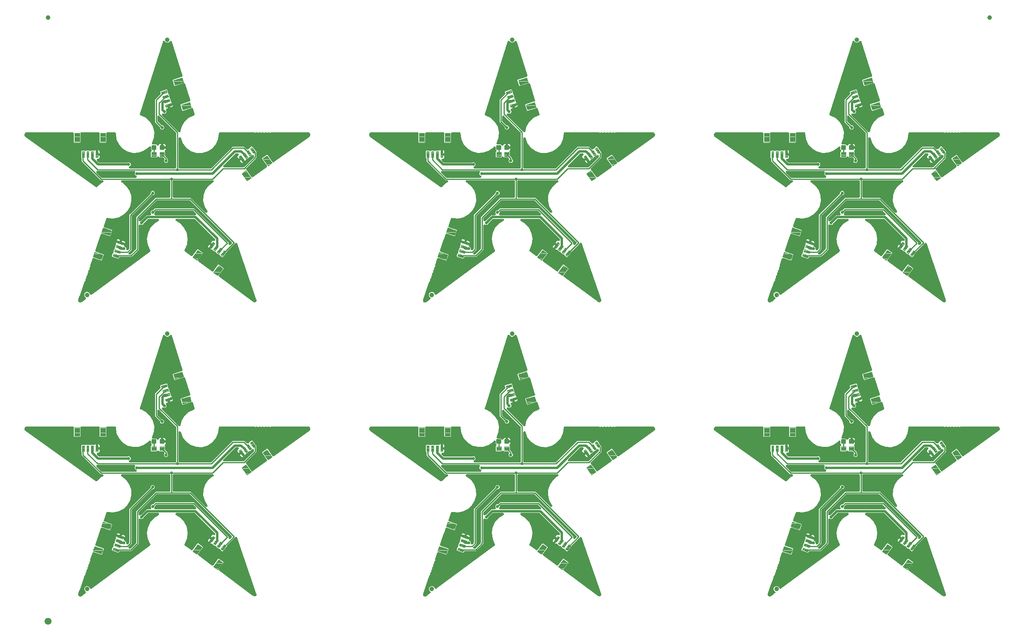
<source format=gtl>
G04 EAGLE Gerber RS-274X export*
G75*
%MOMM*%
%FSLAX34Y34*%
%LPD*%
%INTop Copper*%
%IPPOS*%
%AMOC8*
5,1,8,0,0,1.08239X$1,22.5*%
G01*
%ADD10C,0.096000*%
%ADD11C,0.102000*%
%ADD12C,0.300000*%
%ADD13C,0.100000*%
%ADD14C,1.000000*%
%ADD15C,1.500000*%
%ADD16C,0.254000*%
%ADD17C,0.635000*%
%ADD18C,0.604000*%
%ADD19C,0.508000*%

G36*
X184421Y921842D02*
X184421Y921842D01*
X184549Y921842D01*
X184646Y921859D01*
X184744Y921867D01*
X184867Y921900D01*
X184992Y921922D01*
X185084Y921957D01*
X185179Y921982D01*
X185295Y922035D01*
X185414Y922079D01*
X185499Y922130D01*
X185588Y922171D01*
X185692Y922244D01*
X185801Y922309D01*
X185876Y922373D01*
X185956Y922430D01*
X186046Y922520D01*
X186142Y922603D01*
X186204Y922680D01*
X186273Y922750D01*
X186389Y922908D01*
X186425Y922953D01*
X186437Y922973D01*
X186458Y923002D01*
X186604Y923230D01*
X195443Y930987D01*
X198138Y932252D01*
X198241Y932312D01*
X198348Y932363D01*
X198434Y932425D01*
X198527Y932479D01*
X198617Y932556D01*
X198714Y932625D01*
X198788Y932702D01*
X198869Y932771D01*
X198945Y932863D01*
X199028Y932948D01*
X199088Y933036D01*
X199155Y933118D01*
X199213Y933222D01*
X199280Y933321D01*
X199323Y933418D01*
X199375Y933511D01*
X199414Y933624D01*
X199462Y933733D01*
X199488Y933836D01*
X199522Y933937D01*
X199541Y934055D01*
X199569Y934170D01*
X199576Y934276D01*
X199592Y934382D01*
X199589Y934501D01*
X199597Y934620D01*
X199584Y934725D01*
X199582Y934832D01*
X199558Y934949D01*
X199545Y935067D01*
X199514Y935169D01*
X199493Y935273D01*
X199449Y935384D01*
X199414Y935498D01*
X199366Y935593D01*
X199327Y935692D01*
X199264Y935793D01*
X199210Y935899D01*
X199146Y935984D01*
X199089Y936074D01*
X199010Y936163D01*
X198938Y936258D01*
X198860Y936330D01*
X198788Y936409D01*
X198694Y936482D01*
X198607Y936563D01*
X198517Y936620D01*
X198433Y936686D01*
X198328Y936741D01*
X198227Y936805D01*
X198128Y936845D01*
X198034Y936895D01*
X197921Y936931D01*
X197810Y936976D01*
X197706Y936998D01*
X197605Y937030D01*
X197487Y937045D01*
X197370Y937071D01*
X197220Y937080D01*
X197158Y937088D01*
X197121Y937086D01*
X197058Y937090D01*
X193626Y937090D01*
X152768Y977948D01*
X152768Y983451D01*
X152753Y983615D01*
X152746Y983779D01*
X152733Y983839D01*
X152728Y983900D01*
X152685Y984058D01*
X152649Y984219D01*
X152625Y984275D01*
X152609Y984334D01*
X152539Y984482D01*
X152475Y984634D01*
X152442Y984686D01*
X152416Y984741D01*
X152320Y984874D01*
X152231Y985013D01*
X152180Y985070D01*
X152154Y985107D01*
X152110Y985149D01*
X152024Y985247D01*
X151278Y985993D01*
X151278Y999948D01*
X152321Y1000991D01*
X158780Y1000991D01*
X158803Y1000966D01*
X158952Y1000848D01*
X159098Y1000725D01*
X159129Y1000708D01*
X159156Y1000687D01*
X159324Y1000597D01*
X159489Y1000502D01*
X159522Y1000490D01*
X159553Y1000474D01*
X159734Y1000415D01*
X159914Y1000351D01*
X159948Y1000346D01*
X159981Y1000335D01*
X160170Y1000309D01*
X160358Y1000278D01*
X160392Y1000278D01*
X160427Y1000273D01*
X160617Y1000281D01*
X160808Y1000284D01*
X160842Y1000290D01*
X160877Y1000292D01*
X161062Y1000333D01*
X161250Y1000369D01*
X161282Y1000382D01*
X161316Y1000389D01*
X161492Y1000463D01*
X161670Y1000532D01*
X161700Y1000550D01*
X161732Y1000563D01*
X161892Y1000666D01*
X162055Y1000766D01*
X162081Y1000789D01*
X162110Y1000807D01*
X162318Y1000991D01*
X168780Y1000991D01*
X168803Y1000966D01*
X168952Y1000848D01*
X169098Y1000725D01*
X169129Y1000708D01*
X169156Y1000687D01*
X169324Y1000597D01*
X169489Y1000502D01*
X169522Y1000490D01*
X169553Y1000474D01*
X169734Y1000415D01*
X169914Y1000351D01*
X169948Y1000346D01*
X169981Y1000335D01*
X170170Y1000309D01*
X170358Y1000278D01*
X170392Y1000278D01*
X170427Y1000273D01*
X170617Y1000281D01*
X170808Y1000284D01*
X170842Y1000290D01*
X170877Y1000292D01*
X171062Y1000333D01*
X171250Y1000369D01*
X171282Y1000382D01*
X171316Y1000389D01*
X171492Y1000463D01*
X171670Y1000532D01*
X171700Y1000550D01*
X171732Y1000563D01*
X171892Y1000666D01*
X172055Y1000766D01*
X172081Y1000789D01*
X172110Y1000807D01*
X172318Y1000991D01*
X179473Y1000991D01*
X179637Y1001006D01*
X179801Y1001013D01*
X179861Y1001026D01*
X179922Y1001031D01*
X180080Y1001074D01*
X180241Y1001110D01*
X180297Y1001134D01*
X180356Y1001150D01*
X180504Y1001220D01*
X180656Y1001284D01*
X180708Y1001317D01*
X180763Y1001343D01*
X180896Y1001439D01*
X181035Y1001528D01*
X181092Y1001579D01*
X181129Y1001605D01*
X181159Y1001637D01*
X181881Y1002053D01*
X182657Y1002261D01*
X183009Y1002261D01*
X183009Y992971D01*
X183012Y992936D01*
X183010Y992902D01*
X183032Y992712D01*
X183049Y992522D01*
X183058Y992489D01*
X183062Y992454D01*
X183117Y992272D01*
X183168Y992088D01*
X183182Y992057D01*
X183192Y992023D01*
X183279Y991853D01*
X183361Y991681D01*
X183381Y991653D01*
X183397Y991622D01*
X183512Y991470D01*
X183623Y991315D01*
X183633Y991306D01*
X183648Y991291D01*
X183669Y991263D01*
X183809Y991134D01*
X183946Y991001D01*
X183975Y990981D01*
X184000Y990958D01*
X184161Y990855D01*
X184319Y990749D01*
X184351Y990735D01*
X184380Y990716D01*
X184557Y990644D01*
X184731Y990566D01*
X184765Y990558D01*
X184797Y990545D01*
X184983Y990505D01*
X185168Y990460D01*
X185203Y990458D01*
X185237Y990450D01*
X185549Y990431D01*
X191089Y990431D01*
X191089Y986329D01*
X190881Y985553D01*
X190480Y984857D01*
X189912Y984289D01*
X189216Y983888D01*
X188440Y983680D01*
X187549Y983680D01*
X187419Y983668D01*
X187289Y983666D01*
X187196Y983648D01*
X187100Y983640D01*
X186975Y983606D01*
X186847Y983581D01*
X186758Y983546D01*
X186666Y983521D01*
X186549Y983466D01*
X186427Y983419D01*
X186345Y983369D01*
X186259Y983328D01*
X186154Y983252D01*
X186042Y983185D01*
X185971Y983121D01*
X185893Y983066D01*
X185802Y982973D01*
X185705Y982886D01*
X185646Y982812D01*
X185579Y982743D01*
X185506Y982635D01*
X185426Y982533D01*
X185380Y982449D01*
X185327Y982370D01*
X185274Y982251D01*
X185213Y982136D01*
X185183Y982046D01*
X185145Y981958D01*
X185114Y981832D01*
X185074Y981708D01*
X185061Y981613D01*
X185038Y981521D01*
X185030Y981391D01*
X185012Y981262D01*
X185016Y981167D01*
X185010Y981071D01*
X185025Y980942D01*
X185031Y980812D01*
X185051Y980719D01*
X185062Y980624D01*
X185100Y980500D01*
X185128Y980373D01*
X185165Y980285D01*
X185193Y980193D01*
X185252Y980077D01*
X185302Y979957D01*
X185354Y979877D01*
X185397Y979792D01*
X185476Y979688D01*
X185546Y979579D01*
X185632Y979482D01*
X185669Y979433D01*
X185702Y979403D01*
X185753Y979345D01*
X189163Y975935D01*
X189289Y975830D01*
X189410Y975718D01*
X189462Y975685D01*
X189509Y975646D01*
X189651Y975565D01*
X189790Y975476D01*
X189846Y975453D01*
X189900Y975423D01*
X190055Y975368D01*
X190207Y975305D01*
X190266Y975292D01*
X190324Y975272D01*
X190486Y975245D01*
X190647Y975210D01*
X190724Y975206D01*
X190768Y975198D01*
X190829Y975199D01*
X190959Y975191D01*
X251446Y975191D01*
X251563Y975202D01*
X251679Y975202D01*
X251786Y975221D01*
X251895Y975231D01*
X252007Y975262D01*
X252122Y975283D01*
X252268Y975333D01*
X252329Y975350D01*
X252362Y975365D01*
X252418Y975385D01*
X253484Y975826D01*
X255253Y975826D01*
X256887Y975149D01*
X258137Y973899D01*
X258814Y972265D01*
X258814Y970496D01*
X258137Y968862D01*
X256887Y967612D01*
X256319Y967376D01*
X256161Y967294D01*
X256001Y967218D01*
X255962Y967190D01*
X255920Y967168D01*
X255780Y967059D01*
X255635Y966956D01*
X255602Y966921D01*
X255564Y966892D01*
X255445Y966760D01*
X255321Y966633D01*
X255294Y966593D01*
X255262Y966558D01*
X255168Y966407D01*
X255069Y966260D01*
X255050Y966216D01*
X255024Y966176D01*
X254959Y966011D01*
X254887Y965848D01*
X254876Y965802D01*
X254858Y965757D01*
X254822Y965583D01*
X254780Y965411D01*
X254777Y965363D01*
X254768Y965316D01*
X254763Y965138D01*
X254752Y964961D01*
X254758Y964914D01*
X254757Y964866D01*
X254784Y964691D01*
X254805Y964514D01*
X254818Y964468D01*
X254826Y964421D01*
X254883Y964254D01*
X254935Y964083D01*
X254957Y964040D01*
X254972Y963995D01*
X255059Y963840D01*
X255139Y963682D01*
X255168Y963644D01*
X255191Y963602D01*
X255304Y963465D01*
X255411Y963323D01*
X255446Y963291D01*
X255477Y963254D01*
X255612Y963138D01*
X255742Y963018D01*
X255783Y962992D01*
X255819Y962961D01*
X255972Y962872D01*
X256122Y962776D01*
X256167Y962758D01*
X256208Y962734D01*
X256374Y962673D01*
X256539Y962605D01*
X256585Y962595D01*
X256630Y962579D01*
X256805Y962548D01*
X256979Y962510D01*
X257038Y962507D01*
X257074Y962500D01*
X257137Y962501D01*
X257291Y962491D01*
X354698Y962491D01*
X354733Y962494D01*
X354768Y962492D01*
X354957Y962514D01*
X355147Y962531D01*
X355180Y962540D01*
X355215Y962544D01*
X355398Y962600D01*
X355581Y962650D01*
X355612Y962664D01*
X355646Y962675D01*
X355816Y962761D01*
X355988Y962843D01*
X356016Y962863D01*
X356047Y962879D01*
X356199Y962994D01*
X356354Y963105D01*
X356378Y963130D01*
X356406Y963151D01*
X356535Y963291D01*
X356668Y963428D01*
X356687Y963457D01*
X356711Y963482D01*
X356813Y963643D01*
X356920Y963801D01*
X356934Y963833D01*
X356953Y963862D01*
X357025Y964038D01*
X357102Y964213D01*
X357111Y964246D01*
X357124Y964278D01*
X357164Y964465D01*
X357209Y964650D01*
X357211Y964685D01*
X357218Y964719D01*
X357238Y965030D01*
X357238Y1039126D01*
X357223Y1039290D01*
X357216Y1039454D01*
X357203Y1039514D01*
X357198Y1039575D01*
X357154Y1039734D01*
X357119Y1039894D01*
X357095Y1039950D01*
X357079Y1040009D01*
X357009Y1040157D01*
X356945Y1040309D01*
X356912Y1040361D01*
X356886Y1040416D01*
X356790Y1040549D01*
X356701Y1040688D01*
X356650Y1040745D01*
X356624Y1040782D01*
X356580Y1040824D01*
X356494Y1040922D01*
X320934Y1076482D01*
X320834Y1076565D01*
X320741Y1076656D01*
X320662Y1076709D01*
X320589Y1076771D01*
X320476Y1076835D01*
X320368Y1076908D01*
X320281Y1076947D01*
X320198Y1076994D01*
X320075Y1077038D01*
X319956Y1077090D01*
X319863Y1077113D01*
X319773Y1077145D01*
X319645Y1077166D01*
X319519Y1077197D01*
X319424Y1077203D01*
X319329Y1077218D01*
X319199Y1077217D01*
X319069Y1077225D01*
X318975Y1077214D01*
X318879Y1077212D01*
X318751Y1077188D01*
X318622Y1077173D01*
X318531Y1077145D01*
X318437Y1077127D01*
X318316Y1077080D01*
X318191Y1077042D01*
X318106Y1076999D01*
X318017Y1076964D01*
X317906Y1076897D01*
X317790Y1076838D01*
X317714Y1076780D01*
X317632Y1076731D01*
X317535Y1076644D01*
X317431Y1076566D01*
X317366Y1076496D01*
X317295Y1076432D01*
X317214Y1076331D01*
X317126Y1076235D01*
X317075Y1076154D01*
X317015Y1076079D01*
X316954Y1075965D01*
X316884Y1075855D01*
X316848Y1075767D01*
X316803Y1075682D01*
X316762Y1075559D01*
X316713Y1075438D01*
X316693Y1075345D01*
X316663Y1075254D01*
X316646Y1075126D01*
X316618Y1074998D01*
X316610Y1074869D01*
X316602Y1074808D01*
X316604Y1074763D01*
X316599Y1074686D01*
X316599Y1066195D01*
X316614Y1066031D01*
X316620Y1065867D01*
X316634Y1065807D01*
X316639Y1065746D01*
X316682Y1065587D01*
X316718Y1065427D01*
X316742Y1065371D01*
X316758Y1065312D01*
X316828Y1065164D01*
X316892Y1065012D01*
X316925Y1064960D01*
X316951Y1064905D01*
X317047Y1064772D01*
X317136Y1064633D01*
X317187Y1064576D01*
X317213Y1064539D01*
X317257Y1064497D01*
X317343Y1064399D01*
X325162Y1056580D01*
X325288Y1056474D01*
X325409Y1056363D01*
X325461Y1056330D01*
X325507Y1056291D01*
X325650Y1056210D01*
X325789Y1056121D01*
X325846Y1056098D01*
X325898Y1056068D01*
X326053Y1056013D01*
X326206Y1055950D01*
X326265Y1055937D01*
X326323Y1055917D01*
X326485Y1055890D01*
X326646Y1055855D01*
X326723Y1055851D01*
X326767Y1055843D01*
X326828Y1055844D01*
X326958Y1055836D01*
X327643Y1055836D01*
X329277Y1055159D01*
X330527Y1053909D01*
X331204Y1052275D01*
X331204Y1050506D01*
X330527Y1048872D01*
X329277Y1047622D01*
X327643Y1046945D01*
X325874Y1046945D01*
X324240Y1047622D01*
X322990Y1048872D01*
X322313Y1050506D01*
X322313Y1051191D01*
X322298Y1051355D01*
X322291Y1051519D01*
X322278Y1051579D01*
X322273Y1051640D01*
X322229Y1051799D01*
X322194Y1051959D01*
X322170Y1052015D01*
X322154Y1052074D01*
X322084Y1052222D01*
X322020Y1052374D01*
X321987Y1052426D01*
X321961Y1052481D01*
X321865Y1052614D01*
X321776Y1052753D01*
X321725Y1052810D01*
X321699Y1052847D01*
X321655Y1052889D01*
X321569Y1052987D01*
X311912Y1062644D01*
X311518Y1063038D01*
X311518Y1108725D01*
X311518Y1111882D01*
X322818Y1123183D01*
X322882Y1123259D01*
X322953Y1123328D01*
X323026Y1123431D01*
X323107Y1123528D01*
X323157Y1123614D01*
X323214Y1123695D01*
X323268Y1123809D01*
X323331Y1123919D01*
X323364Y1124013D01*
X323406Y1124102D01*
X323439Y1124224D01*
X323481Y1124343D01*
X323498Y1124441D01*
X323523Y1124537D01*
X323534Y1124663D01*
X323555Y1124788D01*
X323554Y1124887D01*
X323562Y1124986D01*
X323550Y1125111D01*
X323549Y1125238D01*
X323530Y1125335D01*
X323521Y1125434D01*
X323474Y1125622D01*
X323463Y1125680D01*
X323455Y1125702D01*
X323446Y1125738D01*
X322544Y1128616D01*
X323227Y1129923D01*
X336544Y1134096D01*
X337851Y1133413D01*
X339783Y1127249D01*
X339766Y1127220D01*
X339697Y1127042D01*
X339624Y1126866D01*
X339617Y1126832D01*
X339605Y1126800D01*
X339569Y1126612D01*
X339528Y1126426D01*
X339527Y1126391D01*
X339520Y1126357D01*
X339518Y1126167D01*
X339511Y1125976D01*
X339516Y1125942D01*
X339516Y1125907D01*
X339547Y1125719D01*
X339574Y1125530D01*
X339585Y1125497D01*
X339590Y1125463D01*
X339655Y1125283D01*
X339714Y1125102D01*
X339731Y1125072D01*
X339742Y1125039D01*
X339838Y1124873D01*
X339928Y1124706D01*
X339950Y1124679D01*
X339967Y1124649D01*
X340090Y1124503D01*
X340209Y1124354D01*
X340235Y1124331D01*
X340257Y1124304D01*
X340403Y1124183D01*
X340547Y1124057D01*
X340577Y1124039D01*
X340603Y1124017D01*
X340841Y1123873D01*
X342773Y1117706D01*
X342756Y1117678D01*
X342688Y1117499D01*
X342615Y1117323D01*
X342607Y1117290D01*
X342595Y1117257D01*
X342559Y1117070D01*
X342519Y1116883D01*
X342517Y1116849D01*
X342511Y1116815D01*
X342509Y1116625D01*
X342502Y1116434D01*
X342506Y1116399D01*
X342506Y1116365D01*
X342538Y1116177D01*
X342564Y1115988D01*
X342575Y1115955D01*
X342581Y1115921D01*
X342645Y1115741D01*
X342705Y1115560D01*
X342721Y1115529D01*
X342733Y1115497D01*
X342828Y1115331D01*
X342919Y1115164D01*
X342940Y1115137D01*
X342957Y1115106D01*
X343080Y1114960D01*
X343199Y1114811D01*
X343225Y1114788D01*
X343247Y1114762D01*
X343394Y1114640D01*
X343537Y1114514D01*
X343567Y1114496D01*
X343594Y1114474D01*
X343831Y1114331D01*
X345971Y1107503D01*
X346034Y1107350D01*
X346089Y1107196D01*
X346120Y1107143D01*
X346143Y1107087D01*
X346232Y1106948D01*
X346314Y1106806D01*
X346353Y1106759D01*
X346386Y1106708D01*
X346498Y1106587D01*
X346604Y1106461D01*
X346651Y1106422D01*
X346692Y1106378D01*
X346824Y1106279D01*
X346950Y1106173D01*
X347016Y1106133D01*
X347052Y1106107D01*
X347091Y1106087D01*
X347705Y1105523D01*
X348135Y1104845D01*
X348240Y1104508D01*
X339375Y1101730D01*
X339357Y1101723D01*
X339339Y1101719D01*
X339322Y1101711D01*
X339309Y1101708D01*
X339267Y1101689D01*
X339191Y1101664D01*
X339082Y1101609D01*
X338959Y1101558D01*
X338943Y1101548D01*
X338925Y1101540D01*
X338910Y1101530D01*
X338898Y1101525D01*
X338846Y1101489D01*
X338789Y1101461D01*
X338690Y1101386D01*
X338580Y1101315D01*
X338566Y1101302D01*
X338550Y1101291D01*
X338537Y1101279D01*
X338525Y1101271D01*
X338480Y1101227D01*
X338430Y1101189D01*
X338345Y1101097D01*
X338250Y1101009D01*
X338238Y1100993D01*
X338224Y1100980D01*
X338215Y1100967D01*
X338204Y1100956D01*
X338167Y1100905D01*
X338124Y1100859D01*
X338056Y1100752D01*
X337979Y1100649D01*
X337970Y1100632D01*
X337959Y1100617D01*
X337952Y1100602D01*
X337943Y1100589D01*
X337916Y1100532D01*
X337882Y1100479D01*
X337833Y1100361D01*
X337776Y1100247D01*
X337770Y1100229D01*
X337762Y1100212D01*
X337757Y1100197D01*
X337751Y1100182D01*
X337734Y1100121D01*
X337710Y1100063D01*
X337683Y1099936D01*
X337647Y1099816D01*
X337644Y1099797D01*
X337639Y1099779D01*
X337638Y1099764D01*
X337633Y1099748D01*
X337628Y1099685D01*
X337615Y1099623D01*
X337610Y1099492D01*
X337596Y1099369D01*
X337597Y1099350D01*
X337595Y1099331D01*
X337596Y1099317D01*
X337595Y1099299D01*
X337600Y1099236D01*
X337598Y1099173D01*
X337617Y1099042D01*
X337625Y1098919D01*
X337629Y1098901D01*
X337631Y1098882D01*
X337635Y1098866D01*
X337636Y1098851D01*
X337655Y1098773D01*
X337662Y1098727D01*
X337680Y1098671D01*
X337702Y1098577D01*
X337706Y1098569D01*
X337711Y1098547D01*
X339368Y1093260D01*
X336652Y1092409D01*
X336471Y1092335D01*
X336289Y1092264D01*
X336264Y1092249D01*
X336236Y1092237D01*
X336071Y1092132D01*
X335905Y1092030D01*
X335882Y1092010D01*
X335857Y1091994D01*
X335713Y1091861D01*
X335567Y1091732D01*
X335549Y1091708D01*
X335526Y1091688D01*
X335408Y1091531D01*
X335288Y1091379D01*
X335274Y1091353D01*
X335255Y1091328D01*
X335167Y1091153D01*
X335075Y1090982D01*
X335066Y1090953D01*
X335052Y1090926D01*
X334996Y1090739D01*
X334936Y1090554D01*
X334932Y1090524D01*
X334923Y1090495D01*
X334901Y1090302D01*
X334875Y1090108D01*
X334876Y1090078D01*
X334873Y1090048D01*
X334885Y1089853D01*
X334893Y1089658D01*
X334900Y1089628D01*
X334902Y1089598D01*
X334948Y1089409D01*
X334991Y1089218D01*
X335002Y1089191D01*
X335010Y1089161D01*
X335089Y1088983D01*
X335164Y1088803D01*
X335181Y1088777D01*
X335193Y1088750D01*
X335303Y1088589D01*
X335409Y1088425D01*
X335433Y1088397D01*
X335446Y1088378D01*
X335488Y1088335D01*
X335606Y1088201D01*
X336284Y1086565D01*
X336284Y1084796D01*
X335607Y1083162D01*
X334357Y1081912D01*
X332723Y1081235D01*
X330954Y1081235D01*
X329797Y1081714D01*
X329627Y1081767D01*
X329460Y1081827D01*
X329413Y1081835D01*
X329367Y1081849D01*
X329191Y1081871D01*
X329016Y1081900D01*
X328968Y1081900D01*
X328920Y1081906D01*
X328743Y1081897D01*
X328565Y1081894D01*
X328518Y1081885D01*
X328471Y1081883D01*
X328298Y1081843D01*
X328123Y1081809D01*
X328079Y1081791D01*
X328032Y1081781D01*
X327869Y1081711D01*
X327703Y1081646D01*
X327662Y1081622D01*
X327618Y1081603D01*
X327470Y1081505D01*
X327319Y1081412D01*
X327283Y1081381D01*
X327243Y1081354D01*
X327114Y1081231D01*
X326981Y1081114D01*
X326952Y1081077D01*
X326917Y1081044D01*
X326811Y1080900D01*
X326702Y1080761D01*
X326679Y1080719D01*
X326651Y1080680D01*
X326573Y1080520D01*
X326489Y1080364D01*
X326474Y1080319D01*
X326453Y1080276D01*
X326405Y1080105D01*
X326350Y1079936D01*
X326343Y1079889D01*
X326330Y1079843D01*
X326313Y1079666D01*
X326288Y1079490D01*
X326290Y1079442D01*
X326286Y1079395D01*
X326300Y1079218D01*
X326307Y1079040D01*
X326317Y1078993D01*
X326321Y1078946D01*
X326366Y1078774D01*
X326404Y1078601D01*
X326423Y1078556D01*
X326435Y1078510D01*
X326509Y1078349D01*
X326578Y1078185D01*
X326604Y1078145D01*
X326624Y1078102D01*
X326726Y1077956D01*
X326822Y1077807D01*
X326862Y1077762D01*
X326882Y1077733D01*
X326927Y1077688D01*
X327029Y1077573D01*
X362668Y1041934D01*
X362717Y1041893D01*
X362760Y1041847D01*
X362889Y1041749D01*
X363013Y1041645D01*
X363069Y1041614D01*
X363119Y1041575D01*
X363264Y1041502D01*
X363404Y1041422D01*
X363464Y1041401D01*
X363521Y1041372D01*
X363676Y1041325D01*
X363828Y1041271D01*
X363891Y1041261D01*
X363952Y1041243D01*
X364113Y1041224D01*
X364273Y1041198D01*
X364336Y1041199D01*
X364400Y1041191D01*
X364561Y1041202D01*
X364723Y1041204D01*
X364785Y1041216D01*
X364849Y1041220D01*
X365006Y1041259D01*
X365165Y1041289D01*
X365224Y1041312D01*
X365286Y1041328D01*
X365434Y1041393D01*
X365585Y1041452D01*
X365639Y1041485D01*
X365698Y1041511D01*
X365831Y1041602D01*
X365970Y1041686D01*
X366017Y1041728D01*
X366070Y1041764D01*
X366186Y1041877D01*
X366307Y1041984D01*
X366346Y1042034D01*
X366392Y1042078D01*
X366486Y1042210D01*
X366586Y1042337D01*
X366616Y1042393D01*
X366653Y1042445D01*
X366723Y1042591D01*
X366799Y1042734D01*
X366819Y1042794D01*
X366846Y1042852D01*
X366936Y1043151D01*
X369219Y1052910D01*
X375361Y1063531D01*
X384322Y1071911D01*
X395333Y1077331D01*
X395526Y1077381D01*
X395733Y1077432D01*
X395745Y1077437D01*
X395756Y1077440D01*
X395949Y1077528D01*
X396145Y1077616D01*
X396155Y1077622D01*
X396166Y1077628D01*
X396340Y1077748D01*
X396517Y1077869D01*
X396526Y1077877D01*
X396536Y1077884D01*
X396685Y1078033D01*
X396839Y1078184D01*
X396846Y1078194D01*
X396854Y1078202D01*
X396976Y1078376D01*
X397100Y1078551D01*
X397105Y1078562D01*
X397112Y1078572D01*
X397202Y1078766D01*
X397292Y1078958D01*
X397295Y1078970D01*
X397300Y1078981D01*
X397354Y1079188D01*
X397409Y1079393D01*
X397410Y1079405D01*
X397413Y1079416D01*
X397430Y1079629D01*
X397448Y1079841D01*
X397447Y1079853D01*
X397448Y1079865D01*
X397426Y1080078D01*
X397406Y1080290D01*
X397403Y1080304D01*
X397402Y1080313D01*
X397392Y1080350D01*
X397332Y1080593D01*
X393698Y1092189D01*
X393684Y1092221D01*
X393676Y1092255D01*
X393599Y1092428D01*
X393525Y1092605D01*
X393507Y1092634D01*
X393493Y1092666D01*
X393385Y1092824D01*
X393282Y1092984D01*
X393259Y1093009D01*
X393239Y1093038D01*
X393106Y1093175D01*
X392976Y1093314D01*
X392949Y1093335D01*
X392924Y1093360D01*
X392770Y1093470D01*
X392617Y1093585D01*
X392586Y1093601D01*
X392558Y1093621D01*
X392386Y1093702D01*
X392215Y1093788D01*
X392182Y1093798D01*
X392150Y1093813D01*
X391966Y1093863D01*
X391783Y1093917D01*
X391749Y1093921D01*
X391716Y1093930D01*
X391525Y1093947D01*
X391336Y1093968D01*
X391302Y1093966D01*
X391267Y1093969D01*
X391077Y1093951D01*
X390887Y1093939D01*
X390853Y1093931D01*
X390819Y1093928D01*
X390515Y1093853D01*
X371488Y1087890D01*
X370202Y1088562D01*
X366467Y1100481D01*
X367139Y1101766D01*
X386167Y1107729D01*
X386199Y1107742D01*
X386232Y1107750D01*
X386406Y1107828D01*
X386583Y1107901D01*
X386612Y1107920D01*
X386644Y1107934D01*
X386801Y1108041D01*
X386962Y1108144D01*
X386987Y1108167D01*
X387016Y1108187D01*
X387152Y1108320D01*
X387292Y1108450D01*
X387313Y1108478D01*
X387338Y1108502D01*
X387448Y1108657D01*
X387563Y1108810D01*
X387579Y1108841D01*
X387599Y1108869D01*
X387680Y1109040D01*
X387766Y1109211D01*
X387776Y1109245D01*
X387791Y1109276D01*
X387841Y1109460D01*
X387895Y1109643D01*
X387899Y1109677D01*
X387908Y1109711D01*
X387925Y1109901D01*
X387946Y1110090D01*
X387944Y1110125D01*
X387947Y1110159D01*
X387929Y1110349D01*
X387917Y1110540D01*
X387909Y1110573D01*
X387905Y1110608D01*
X387831Y1110911D01*
X376951Y1145626D01*
X376938Y1145658D01*
X376930Y1145692D01*
X376852Y1145866D01*
X376779Y1146042D01*
X376760Y1146072D01*
X376746Y1146103D01*
X376639Y1146261D01*
X376536Y1146421D01*
X376513Y1146447D01*
X376493Y1146476D01*
X376359Y1146612D01*
X376230Y1146752D01*
X376202Y1146773D01*
X376178Y1146797D01*
X376023Y1146908D01*
X375870Y1147023D01*
X375839Y1147038D01*
X375811Y1147058D01*
X375639Y1147139D01*
X375469Y1147226D01*
X375435Y1147236D01*
X375404Y1147250D01*
X375220Y1147300D01*
X375037Y1147355D01*
X375003Y1147359D01*
X374969Y1147368D01*
X374779Y1147384D01*
X374590Y1147406D01*
X374555Y1147403D01*
X374521Y1147406D01*
X374331Y1147389D01*
X374140Y1147376D01*
X374107Y1147368D01*
X374072Y1147365D01*
X373769Y1147290D01*
X354741Y1141327D01*
X353456Y1141999D01*
X349721Y1153918D01*
X350393Y1155203D01*
X369420Y1161166D01*
X369453Y1161179D01*
X369486Y1161188D01*
X369660Y1161265D01*
X369837Y1161338D01*
X369866Y1161357D01*
X369897Y1161371D01*
X370055Y1161479D01*
X370216Y1161581D01*
X370241Y1161605D01*
X370270Y1161624D01*
X370406Y1161758D01*
X370546Y1161887D01*
X370567Y1161915D01*
X370591Y1161939D01*
X370702Y1162094D01*
X370817Y1162247D01*
X370832Y1162278D01*
X370852Y1162306D01*
X370933Y1162478D01*
X371020Y1162649D01*
X371030Y1162682D01*
X371045Y1162713D01*
X371094Y1162897D01*
X371149Y1163080D01*
X371153Y1163115D01*
X371162Y1163148D01*
X371178Y1163338D01*
X371200Y1163528D01*
X371197Y1163562D01*
X371200Y1163597D01*
X371183Y1163787D01*
X371171Y1163977D01*
X371162Y1164011D01*
X371159Y1164045D01*
X371084Y1164348D01*
X348097Y1237700D01*
X348090Y1237717D01*
X348086Y1237734D01*
X348004Y1237924D01*
X347925Y1238116D01*
X347915Y1238131D01*
X347908Y1238148D01*
X347794Y1238320D01*
X347682Y1238495D01*
X347670Y1238508D01*
X347660Y1238523D01*
X347517Y1238674D01*
X347376Y1238826D01*
X347362Y1238836D01*
X347349Y1238849D01*
X347182Y1238972D01*
X347016Y1239097D01*
X347000Y1239105D01*
X346986Y1239115D01*
X346799Y1239206D01*
X346614Y1239300D01*
X346597Y1239305D01*
X346581Y1239313D01*
X346382Y1239369D01*
X346183Y1239429D01*
X346165Y1239431D01*
X346148Y1239436D01*
X345942Y1239456D01*
X345736Y1239479D01*
X345718Y1239478D01*
X345700Y1239480D01*
X345494Y1239464D01*
X345286Y1239450D01*
X345269Y1239446D01*
X345251Y1239445D01*
X345051Y1239392D01*
X344849Y1239342D01*
X344833Y1239335D01*
X344816Y1239331D01*
X344626Y1239243D01*
X344438Y1239159D01*
X344423Y1239149D01*
X344407Y1239142D01*
X344237Y1239023D01*
X344066Y1238906D01*
X344053Y1238893D01*
X344038Y1238883D01*
X343893Y1238737D01*
X343744Y1238591D01*
X343733Y1238576D01*
X343721Y1238564D01*
X343702Y1238536D01*
X341740Y1236574D01*
X339436Y1235620D01*
X336941Y1235620D01*
X334636Y1236574D01*
X332730Y1238480D01*
X332671Y1238555D01*
X332543Y1238721D01*
X332531Y1238732D01*
X332521Y1238744D01*
X332364Y1238882D01*
X332208Y1239023D01*
X332195Y1239031D01*
X332183Y1239041D01*
X332004Y1239150D01*
X331826Y1239261D01*
X331812Y1239267D01*
X331798Y1239275D01*
X331603Y1239350D01*
X331408Y1239427D01*
X331393Y1239431D01*
X331378Y1239436D01*
X331172Y1239476D01*
X330967Y1239518D01*
X330951Y1239518D01*
X330936Y1239521D01*
X330726Y1239524D01*
X330517Y1239529D01*
X330501Y1239526D01*
X330485Y1239526D01*
X330279Y1239492D01*
X330072Y1239460D01*
X330057Y1239455D01*
X330041Y1239452D01*
X329845Y1239382D01*
X329646Y1239314D01*
X329632Y1239306D01*
X329617Y1239301D01*
X329436Y1239197D01*
X329253Y1239094D01*
X329240Y1239084D01*
X329227Y1239077D01*
X329067Y1238942D01*
X328904Y1238809D01*
X328894Y1238797D01*
X328882Y1238787D01*
X328747Y1238626D01*
X328612Y1238467D01*
X328604Y1238453D01*
X328594Y1238441D01*
X328489Y1238258D01*
X328384Y1238078D01*
X328379Y1238064D01*
X328371Y1238050D01*
X328259Y1237758D01*
X278747Y1080726D01*
X278699Y1080507D01*
X278651Y1080293D01*
X278651Y1080290D01*
X278650Y1080286D01*
X278641Y1080062D01*
X278632Y1079843D01*
X278632Y1079840D01*
X278632Y1079836D01*
X278663Y1079616D01*
X278693Y1079397D01*
X278694Y1079394D01*
X278694Y1079390D01*
X278763Y1079180D01*
X278832Y1078969D01*
X278833Y1078966D01*
X278834Y1078962D01*
X278941Y1078765D01*
X279044Y1078572D01*
X279046Y1078569D01*
X279048Y1078566D01*
X279185Y1078393D01*
X279323Y1078218D01*
X279326Y1078216D01*
X279328Y1078213D01*
X279490Y1078070D01*
X279660Y1077920D01*
X279663Y1077918D01*
X279666Y1077916D01*
X279854Y1077802D01*
X280044Y1077686D01*
X280048Y1077684D01*
X280051Y1077682D01*
X280259Y1077602D01*
X280464Y1077523D01*
X280468Y1077522D01*
X280471Y1077521D01*
X280485Y1077518D01*
X280681Y1077474D01*
X291695Y1072121D01*
X300666Y1063813D01*
X306839Y1053259D01*
X309683Y1041368D01*
X308953Y1029163D01*
X304787Y1017901D01*
X304780Y1017874D01*
X304769Y1017851D01*
X304768Y1017846D01*
X304765Y1017838D01*
X304719Y1017652D01*
X304669Y1017467D01*
X304666Y1017433D01*
X304658Y1017401D01*
X304646Y1017210D01*
X304629Y1017018D01*
X304632Y1016985D01*
X304630Y1016951D01*
X304652Y1016761D01*
X304670Y1016570D01*
X304678Y1016538D01*
X304682Y1016504D01*
X304738Y1016320D01*
X304789Y1016136D01*
X304803Y1016105D01*
X304813Y1016073D01*
X304900Y1015902D01*
X304982Y1015729D01*
X305002Y1015702D01*
X305017Y1015672D01*
X305133Y1015519D01*
X305245Y1015363D01*
X305269Y1015340D01*
X305289Y1015313D01*
X305430Y1015183D01*
X305568Y1015050D01*
X305595Y1015031D01*
X305620Y1015008D01*
X305782Y1014905D01*
X305941Y1014798D01*
X305972Y1014784D01*
X306000Y1014766D01*
X306177Y1014693D01*
X306353Y1014616D01*
X306385Y1014608D01*
X306417Y1014595D01*
X306604Y1014555D01*
X306790Y1014510D01*
X306824Y1014508D01*
X306857Y1014500D01*
X307169Y1014481D01*
X313746Y1014481D01*
X315419Y1012808D01*
X315482Y1012755D01*
X315539Y1012696D01*
X315655Y1012611D01*
X315765Y1012519D01*
X315836Y1012478D01*
X315903Y1012430D01*
X316031Y1012367D01*
X316155Y1012296D01*
X316233Y1012268D01*
X316307Y1012232D01*
X316445Y1012193D01*
X316580Y1012145D01*
X316661Y1012132D01*
X316740Y1012109D01*
X316883Y1012095D01*
X317024Y1012072D01*
X317106Y1012073D01*
X317188Y1012065D01*
X317331Y1012076D01*
X317474Y1012078D01*
X317555Y1012093D01*
X317637Y1012100D01*
X317776Y1012136D01*
X317916Y1012163D01*
X317993Y1012193D01*
X318073Y1012214D01*
X318203Y1012274D01*
X318336Y1012326D01*
X318407Y1012368D01*
X318481Y1012403D01*
X318599Y1012485D01*
X318721Y1012559D01*
X318783Y1012614D01*
X318850Y1012661D01*
X318951Y1012763D01*
X319058Y1012858D01*
X319110Y1012922D01*
X319168Y1012981D01*
X319249Y1013098D01*
X319338Y1013211D01*
X319377Y1013283D01*
X319424Y1013351D01*
X319532Y1013572D01*
X319550Y1013608D01*
X319554Y1013618D01*
X319556Y1013621D01*
X320000Y1014286D01*
X320563Y1014849D01*
X321224Y1015291D01*
X321960Y1015596D01*
X322741Y1015751D01*
X324099Y1015751D01*
X324099Y1008211D01*
X324102Y1008176D01*
X324100Y1008142D01*
X324122Y1007952D01*
X324139Y1007762D01*
X324148Y1007729D01*
X324152Y1007695D01*
X324207Y1007512D01*
X324257Y1007328D01*
X324272Y1007297D01*
X324282Y1007264D01*
X324369Y1007093D01*
X324451Y1006921D01*
X324471Y1006893D01*
X324487Y1006862D01*
X324602Y1006710D01*
X324713Y1006555D01*
X324738Y1006531D01*
X324759Y1006503D01*
X324899Y1006374D01*
X325036Y1006241D01*
X325065Y1006221D01*
X325090Y1006198D01*
X325251Y1006095D01*
X325409Y1005989D01*
X325441Y1005975D01*
X325470Y1005956D01*
X325647Y1005884D01*
X325821Y1005806D01*
X325855Y1005798D01*
X325887Y1005785D01*
X326073Y1005745D01*
X326258Y1005700D01*
X326293Y1005698D01*
X326327Y1005690D01*
X326639Y1005671D01*
X334179Y1005671D01*
X334179Y1004313D01*
X334024Y1003532D01*
X333719Y1002796D01*
X333277Y1002135D01*
X333038Y1001896D01*
X333016Y1001869D01*
X332990Y1001846D01*
X332872Y1001698D01*
X332749Y1001551D01*
X332732Y1001520D01*
X332711Y1001493D01*
X332621Y1001326D01*
X332526Y1001160D01*
X332514Y1001127D01*
X332498Y1001096D01*
X332439Y1000915D01*
X332375Y1000735D01*
X332370Y1000701D01*
X332359Y1000668D01*
X332333Y1000479D01*
X332302Y1000291D01*
X332302Y1000257D01*
X332297Y1000222D01*
X332305Y1000031D01*
X332308Y999841D01*
X332314Y999807D01*
X332316Y999772D01*
X332357Y999586D01*
X332393Y999399D01*
X332406Y999366D01*
X332413Y999333D01*
X332487Y999156D01*
X332556Y998979D01*
X332574Y998949D01*
X332587Y998917D01*
X332691Y998757D01*
X332790Y998594D01*
X332813Y998568D01*
X332831Y998539D01*
X333038Y998305D01*
X333139Y998204D01*
X333139Y990845D01*
X333154Y990681D01*
X333160Y990517D01*
X333174Y990457D01*
X333179Y990396D01*
X333222Y990237D01*
X333258Y990077D01*
X333282Y990021D01*
X333298Y989962D01*
X333368Y989814D01*
X333432Y989662D01*
X333465Y989610D01*
X333491Y989555D01*
X333587Y989422D01*
X333676Y989283D01*
X333727Y989226D01*
X333753Y989189D01*
X333797Y989147D01*
X333883Y989049D01*
X337808Y985124D01*
X337808Y983799D01*
X337823Y983635D01*
X337829Y983471D01*
X337843Y983411D01*
X337848Y983350D01*
X337891Y983191D01*
X337927Y983031D01*
X337951Y982975D01*
X337967Y982916D01*
X338037Y982768D01*
X338101Y982616D01*
X338134Y982564D01*
X338160Y982509D01*
X338256Y982376D01*
X338345Y982237D01*
X338396Y982180D01*
X338422Y982143D01*
X338466Y982101D01*
X338552Y982003D01*
X339036Y981519D01*
X339713Y979885D01*
X339713Y978116D01*
X339036Y976482D01*
X337786Y975232D01*
X336152Y974555D01*
X334383Y974555D01*
X332749Y975232D01*
X331499Y976482D01*
X330822Y978116D01*
X330822Y979885D01*
X331648Y981881D01*
X331711Y982081D01*
X331777Y982285D01*
X331779Y982298D01*
X331783Y982310D01*
X331810Y982519D01*
X331839Y982731D01*
X331838Y982744D01*
X331840Y982757D01*
X331829Y982967D01*
X331820Y983180D01*
X331818Y983194D01*
X331817Y983207D01*
X331769Y983411D01*
X331723Y983620D01*
X331718Y983632D01*
X331715Y983645D01*
X331631Y983839D01*
X331549Y984035D01*
X331542Y984047D01*
X331537Y984059D01*
X331420Y984236D01*
X331305Y984414D01*
X331294Y984426D01*
X331289Y984434D01*
X331261Y984463D01*
X331098Y984648D01*
X329790Y985956D01*
X329664Y986061D01*
X329543Y986173D01*
X329491Y986206D01*
X329444Y986245D01*
X329302Y986326D01*
X329163Y986415D01*
X329106Y986438D01*
X329053Y986468D01*
X328898Y986523D01*
X328746Y986586D01*
X328687Y986599D01*
X328629Y986619D01*
X328467Y986646D01*
X328306Y986681D01*
X328229Y986685D01*
X328185Y986693D01*
X328124Y986692D01*
X327994Y986700D01*
X320635Y986700D01*
X319664Y987671D01*
X319637Y987693D01*
X319614Y987719D01*
X319465Y987837D01*
X319319Y987960D01*
X319289Y987977D01*
X319261Y987998D01*
X319093Y988089D01*
X318928Y988183D01*
X318895Y988195D01*
X318864Y988211D01*
X318683Y988270D01*
X318503Y988334D01*
X318469Y988340D01*
X318436Y988350D01*
X318247Y988376D01*
X318059Y988407D01*
X318024Y988407D01*
X317990Y988412D01*
X317800Y988404D01*
X317609Y988401D01*
X317575Y988395D01*
X317540Y988393D01*
X317354Y988352D01*
X317167Y988316D01*
X317134Y988303D01*
X317101Y988296D01*
X316925Y988222D01*
X316747Y988153D01*
X316717Y988135D01*
X316685Y988122D01*
X316525Y988019D01*
X316362Y987919D01*
X316336Y987897D01*
X316307Y987878D01*
X316073Y987671D01*
X315102Y986700D01*
X303635Y986700D01*
X302598Y987737D01*
X302598Y998204D01*
X303597Y999203D01*
X303619Y999229D01*
X303645Y999252D01*
X303763Y999402D01*
X303886Y999548D01*
X303903Y999578D01*
X303924Y999605D01*
X304014Y999774D01*
X304109Y999939D01*
X304121Y999972D01*
X304137Y1000002D01*
X304196Y1000183D01*
X304260Y1000363D01*
X304265Y1000398D01*
X304276Y1000431D01*
X304302Y1000620D01*
X304333Y1000808D01*
X304333Y1000842D01*
X304337Y1000877D01*
X304330Y1001068D01*
X304327Y1001258D01*
X304320Y1001292D01*
X304319Y1001327D01*
X304278Y1001513D01*
X304242Y1001700D01*
X304229Y1001732D01*
X304222Y1001766D01*
X304148Y1001942D01*
X304079Y1002120D01*
X304061Y1002150D01*
X304048Y1002182D01*
X303944Y1002342D01*
X303845Y1002505D01*
X303822Y1002531D01*
X303804Y1002560D01*
X303597Y1002794D01*
X302828Y1003563D01*
X302828Y1007662D01*
X302821Y1007739D01*
X302823Y1007817D01*
X302801Y1007963D01*
X302788Y1008110D01*
X302767Y1008186D01*
X302756Y1008263D01*
X302708Y1008402D01*
X302669Y1008545D01*
X302636Y1008615D01*
X302611Y1008689D01*
X302539Y1008818D01*
X302476Y1008951D01*
X302430Y1009015D01*
X302393Y1009083D01*
X302300Y1009197D01*
X302214Y1009317D01*
X302158Y1009372D01*
X302109Y1009432D01*
X301997Y1009528D01*
X301891Y1009631D01*
X301826Y1009675D01*
X301767Y1009726D01*
X301640Y1009801D01*
X301518Y1009883D01*
X301447Y1009915D01*
X301379Y1009955D01*
X301241Y1010006D01*
X301106Y1010066D01*
X301030Y1010084D01*
X300957Y1010111D01*
X300812Y1010137D01*
X300669Y1010172D01*
X300591Y1010177D01*
X300514Y1010191D01*
X300366Y1010191D01*
X300219Y1010200D01*
X300142Y1010191D01*
X300064Y1010191D01*
X299919Y1010165D01*
X299772Y1010148D01*
X299697Y1010125D01*
X299621Y1010111D01*
X299482Y1010060D01*
X299341Y1010018D01*
X299272Y1009982D01*
X299198Y1009955D01*
X299071Y1009880D01*
X298940Y1009813D01*
X298878Y1009766D01*
X298810Y1009726D01*
X298699Y1009630D01*
X298581Y1009541D01*
X298528Y1009484D01*
X298469Y1009433D01*
X298296Y1009232D01*
X298276Y1009210D01*
X298272Y1009204D01*
X298265Y1009196D01*
X297323Y1007953D01*
X287425Y1000775D01*
X275870Y996780D01*
X263652Y996310D01*
X251824Y999408D01*
X241405Y1005805D01*
X233291Y1014952D01*
X228182Y1026060D01*
X226509Y1038230D01*
X226511Y1038270D01*
X226526Y1038486D01*
X226525Y1038496D01*
X226526Y1038506D01*
X226501Y1038719D01*
X226478Y1038934D01*
X226475Y1038943D01*
X226474Y1038953D01*
X226411Y1039160D01*
X226351Y1039366D01*
X226346Y1039374D01*
X226344Y1039384D01*
X226246Y1039576D01*
X226150Y1039768D01*
X226144Y1039776D01*
X226139Y1039785D01*
X226010Y1039955D01*
X225880Y1040129D01*
X225873Y1040136D01*
X225867Y1040144D01*
X225709Y1040290D01*
X225552Y1040437D01*
X225543Y1040442D01*
X225536Y1040449D01*
X225353Y1040565D01*
X225174Y1040682D01*
X225165Y1040686D01*
X225156Y1040691D01*
X224956Y1040773D01*
X224758Y1040856D01*
X224749Y1040858D01*
X224740Y1040862D01*
X224528Y1040907D01*
X224319Y1040954D01*
X224309Y1040954D01*
X224300Y1040957D01*
X223988Y1040976D01*
X208358Y1040976D01*
X208324Y1040973D01*
X208289Y1040975D01*
X208100Y1040953D01*
X207910Y1040936D01*
X207877Y1040927D01*
X207842Y1040923D01*
X207659Y1040867D01*
X207476Y1040817D01*
X207444Y1040803D01*
X207411Y1040792D01*
X207241Y1040706D01*
X207069Y1040624D01*
X207041Y1040604D01*
X207010Y1040588D01*
X206858Y1040473D01*
X206703Y1040362D01*
X206679Y1040337D01*
X206651Y1040316D01*
X206522Y1040176D01*
X206389Y1040039D01*
X206369Y1040010D01*
X206346Y1039985D01*
X206243Y1039824D01*
X206137Y1039666D01*
X206123Y1039634D01*
X206104Y1039605D01*
X206032Y1039429D01*
X205955Y1039254D01*
X205946Y1039221D01*
X205933Y1039189D01*
X205893Y1039002D01*
X205848Y1038817D01*
X205846Y1038782D01*
X205838Y1038748D01*
X205819Y1038437D01*
X205819Y1019475D01*
X204794Y1018450D01*
X192303Y1018450D01*
X191278Y1019475D01*
X191278Y1038437D01*
X191275Y1038471D01*
X191277Y1038506D01*
X191255Y1038695D01*
X191238Y1038885D01*
X191229Y1038918D01*
X191225Y1038953D01*
X191169Y1039136D01*
X191119Y1039319D01*
X191105Y1039351D01*
X191094Y1039384D01*
X191008Y1039554D01*
X190926Y1039726D01*
X190906Y1039754D01*
X190890Y1039785D01*
X190775Y1039937D01*
X190664Y1040092D01*
X190639Y1040116D01*
X190618Y1040144D01*
X190478Y1040273D01*
X190341Y1040406D01*
X190312Y1040426D01*
X190287Y1040449D01*
X190126Y1040552D01*
X189968Y1040658D01*
X189936Y1040672D01*
X189907Y1040691D01*
X189731Y1040763D01*
X189556Y1040840D01*
X189523Y1040849D01*
X189491Y1040862D01*
X189304Y1040902D01*
X189119Y1040947D01*
X189084Y1040949D01*
X189050Y1040957D01*
X188739Y1040976D01*
X152358Y1040976D01*
X152324Y1040973D01*
X152289Y1040975D01*
X152100Y1040953D01*
X151910Y1040936D01*
X151877Y1040927D01*
X151842Y1040923D01*
X151659Y1040867D01*
X151476Y1040817D01*
X151444Y1040803D01*
X151411Y1040792D01*
X151241Y1040706D01*
X151069Y1040624D01*
X151041Y1040604D01*
X151010Y1040588D01*
X150858Y1040473D01*
X150703Y1040362D01*
X150679Y1040337D01*
X150651Y1040316D01*
X150522Y1040176D01*
X150389Y1040039D01*
X150369Y1040010D01*
X150346Y1039985D01*
X150243Y1039824D01*
X150137Y1039666D01*
X150123Y1039634D01*
X150104Y1039605D01*
X150032Y1039429D01*
X149955Y1039254D01*
X149946Y1039221D01*
X149933Y1039189D01*
X149893Y1039002D01*
X149848Y1038817D01*
X149846Y1038782D01*
X149838Y1038748D01*
X149819Y1038437D01*
X149819Y1019475D01*
X148794Y1018450D01*
X136303Y1018450D01*
X135278Y1019475D01*
X135278Y1038437D01*
X135275Y1038471D01*
X135277Y1038506D01*
X135255Y1038695D01*
X135238Y1038885D01*
X135229Y1038918D01*
X135225Y1038953D01*
X135169Y1039136D01*
X135119Y1039319D01*
X135105Y1039351D01*
X135094Y1039384D01*
X135008Y1039554D01*
X134926Y1039726D01*
X134906Y1039754D01*
X134890Y1039785D01*
X134775Y1039937D01*
X134664Y1040092D01*
X134639Y1040116D01*
X134618Y1040144D01*
X134478Y1040273D01*
X134341Y1040406D01*
X134312Y1040426D01*
X134287Y1040449D01*
X134126Y1040552D01*
X133968Y1040658D01*
X133936Y1040672D01*
X133907Y1040691D01*
X133731Y1040763D01*
X133556Y1040840D01*
X133523Y1040849D01*
X133491Y1040862D01*
X133304Y1040902D01*
X133119Y1040947D01*
X133084Y1040949D01*
X133050Y1040957D01*
X132739Y1040976D01*
X36020Y1040976D01*
X35962Y1040971D01*
X33825Y1040976D01*
X33823Y1040976D01*
X33819Y1040976D01*
X33805Y1040976D01*
X33804Y1040976D01*
X33492Y1040956D01*
X32742Y1040863D01*
X32646Y1040842D01*
X32548Y1040831D01*
X32426Y1040795D01*
X32302Y1040768D01*
X32211Y1040731D01*
X32116Y1040703D01*
X31939Y1040619D01*
X31885Y1040597D01*
X31866Y1040585D01*
X31834Y1040569D01*
X30518Y1039848D01*
X30491Y1039829D01*
X30461Y1039815D01*
X30304Y1039704D01*
X30144Y1039597D01*
X30121Y1039574D01*
X30094Y1039555D01*
X29959Y1039418D01*
X29821Y1039284D01*
X29801Y1039257D01*
X29778Y1039234D01*
X29595Y1038980D01*
X28792Y1037713D01*
X28777Y1037683D01*
X28757Y1037657D01*
X28674Y1037484D01*
X28586Y1037313D01*
X28576Y1037281D01*
X28561Y1037251D01*
X28510Y1037066D01*
X28453Y1036882D01*
X28449Y1036850D01*
X28440Y1036818D01*
X28402Y1036507D01*
X28312Y1035010D01*
X28313Y1034977D01*
X28309Y1034944D01*
X28319Y1034752D01*
X28325Y1034560D01*
X28331Y1034527D01*
X28333Y1034494D01*
X28377Y1034307D01*
X28417Y1034119D01*
X28429Y1034088D01*
X28437Y1034056D01*
X28509Y1033876D01*
X28514Y1033860D01*
X28521Y1033846D01*
X28553Y1033766D01*
X29197Y1032411D01*
X29247Y1032326D01*
X29289Y1032237D01*
X29362Y1032132D01*
X29426Y1032023D01*
X29490Y1031949D01*
X29547Y1031868D01*
X29682Y1031726D01*
X29720Y1031682D01*
X29737Y1031667D01*
X29762Y1031641D01*
X30316Y1031127D01*
X30322Y1031122D01*
X30327Y1031116D01*
X30570Y1030920D01*
X182844Y922303D01*
X182929Y922253D01*
X183009Y922195D01*
X183123Y922140D01*
X183233Y922075D01*
X183325Y922041D01*
X183414Y921998D01*
X183536Y921964D01*
X183655Y921920D01*
X183752Y921902D01*
X183847Y921876D01*
X183973Y921863D01*
X184098Y921841D01*
X184197Y921841D01*
X184295Y921832D01*
X184421Y921842D01*
G37*
G36*
X184421Y283844D02*
X184421Y283844D01*
X184549Y283845D01*
X184646Y283862D01*
X184744Y283870D01*
X184867Y283902D01*
X184992Y283925D01*
X185084Y283959D01*
X185179Y283984D01*
X185295Y284038D01*
X185414Y284082D01*
X185499Y284133D01*
X185588Y284174D01*
X185692Y284247D01*
X185801Y284312D01*
X185876Y284376D01*
X185956Y284433D01*
X186046Y284523D01*
X186142Y284606D01*
X186204Y284682D01*
X186273Y284752D01*
X186389Y284910D01*
X186425Y284956D01*
X186437Y284976D01*
X186458Y285005D01*
X186604Y285233D01*
X195443Y292990D01*
X198138Y294255D01*
X198241Y294315D01*
X198348Y294366D01*
X198434Y294428D01*
X198527Y294482D01*
X198617Y294559D01*
X198714Y294628D01*
X198788Y294704D01*
X198869Y294773D01*
X198945Y294865D01*
X199028Y294951D01*
X199088Y295039D01*
X199155Y295121D01*
X199213Y295225D01*
X199280Y295324D01*
X199323Y295421D01*
X199375Y295514D01*
X199414Y295627D01*
X199462Y295736D01*
X199488Y295839D01*
X199522Y295940D01*
X199541Y296057D01*
X199569Y296173D01*
X199576Y296279D01*
X199592Y296385D01*
X199589Y296504D01*
X199597Y296622D01*
X199584Y296728D01*
X199582Y296835D01*
X199558Y296951D01*
X199545Y297070D01*
X199514Y297172D01*
X199493Y297276D01*
X199449Y297387D01*
X199414Y297501D01*
X199366Y297596D01*
X199327Y297695D01*
X199264Y297796D01*
X199210Y297902D01*
X199146Y297987D01*
X199090Y298077D01*
X199010Y298166D01*
X198938Y298261D01*
X198860Y298333D01*
X198788Y298412D01*
X198695Y298485D01*
X198607Y298566D01*
X198517Y298623D01*
X198433Y298688D01*
X198328Y298744D01*
X198227Y298808D01*
X198128Y298848D01*
X198034Y298898D01*
X197921Y298933D01*
X197811Y298979D01*
X197707Y299001D01*
X197605Y299033D01*
X197487Y299048D01*
X197370Y299073D01*
X197221Y299083D01*
X197158Y299091D01*
X197121Y299089D01*
X197058Y299093D01*
X193626Y299093D01*
X152768Y339951D01*
X152768Y345454D01*
X152753Y345618D01*
X152746Y345782D01*
X152733Y345842D01*
X152728Y345902D01*
X152685Y346061D01*
X152649Y346222D01*
X152625Y346278D01*
X152609Y346337D01*
X152539Y346485D01*
X152475Y346637D01*
X152442Y346689D01*
X152416Y346743D01*
X152320Y346877D01*
X152231Y347015D01*
X152180Y347073D01*
X152154Y347110D01*
X152110Y347152D01*
X152024Y347249D01*
X151278Y347996D01*
X151278Y361951D01*
X152321Y362994D01*
X158780Y362994D01*
X158803Y362969D01*
X158952Y362851D01*
X159098Y362728D01*
X159129Y362711D01*
X159156Y362690D01*
X159324Y362599D01*
X159489Y362505D01*
X159522Y362493D01*
X159553Y362477D01*
X159734Y362418D01*
X159914Y362354D01*
X159948Y362348D01*
X159981Y362338D01*
X160170Y362312D01*
X160358Y362281D01*
X160392Y362281D01*
X160427Y362276D01*
X160617Y362284D01*
X160808Y362287D01*
X160842Y362293D01*
X160877Y362295D01*
X161062Y362336D01*
X161250Y362372D01*
X161282Y362385D01*
X161316Y362392D01*
X161492Y362466D01*
X161670Y362535D01*
X161700Y362553D01*
X161732Y362566D01*
X161892Y362669D01*
X162055Y362768D01*
X162081Y362791D01*
X162110Y362810D01*
X162318Y362994D01*
X168780Y362994D01*
X168803Y362969D01*
X168952Y362851D01*
X169098Y362728D01*
X169129Y362711D01*
X169156Y362690D01*
X169324Y362599D01*
X169489Y362505D01*
X169522Y362493D01*
X169553Y362477D01*
X169734Y362418D01*
X169914Y362354D01*
X169948Y362348D01*
X169981Y362338D01*
X170170Y362312D01*
X170358Y362281D01*
X170392Y362281D01*
X170427Y362276D01*
X170617Y362284D01*
X170808Y362287D01*
X170842Y362293D01*
X170877Y362295D01*
X171062Y362336D01*
X171250Y362372D01*
X171282Y362385D01*
X171316Y362392D01*
X171492Y362466D01*
X171670Y362535D01*
X171700Y362553D01*
X171732Y362566D01*
X171892Y362669D01*
X172055Y362768D01*
X172081Y362791D01*
X172110Y362810D01*
X172318Y362994D01*
X179473Y362994D01*
X179637Y363009D01*
X179801Y363015D01*
X179861Y363029D01*
X179922Y363034D01*
X180080Y363077D01*
X180241Y363113D01*
X180297Y363136D01*
X180356Y363152D01*
X180504Y363223D01*
X180656Y363287D01*
X180708Y363320D01*
X180763Y363346D01*
X180896Y363441D01*
X181035Y363531D01*
X181092Y363582D01*
X181129Y363608D01*
X181159Y363640D01*
X181881Y364056D01*
X182657Y364264D01*
X183009Y364264D01*
X183009Y354974D01*
X183012Y354939D01*
X183010Y354905D01*
X183032Y354715D01*
X183049Y354525D01*
X183058Y354492D01*
X183062Y354457D01*
X183117Y354274D01*
X183168Y354091D01*
X183182Y354060D01*
X183192Y354026D01*
X183279Y353856D01*
X183361Y353684D01*
X183381Y353656D01*
X183397Y353625D01*
X183512Y353473D01*
X183623Y353318D01*
X183633Y353309D01*
X183648Y353294D01*
X183669Y353266D01*
X183809Y353137D01*
X183946Y353003D01*
X183975Y352984D01*
X184000Y352961D01*
X184161Y352858D01*
X184319Y352751D01*
X184351Y352737D01*
X184380Y352719D01*
X184557Y352646D01*
X184731Y352569D01*
X184765Y352561D01*
X184797Y352548D01*
X184983Y352508D01*
X185168Y352463D01*
X185203Y352460D01*
X185237Y352453D01*
X185549Y352434D01*
X191089Y352434D01*
X191089Y348332D01*
X190881Y347556D01*
X190480Y346860D01*
X189912Y346292D01*
X189216Y345890D01*
X188440Y345683D01*
X187549Y345683D01*
X187419Y345671D01*
X187289Y345669D01*
X187196Y345651D01*
X187100Y345643D01*
X186975Y345608D01*
X186847Y345584D01*
X186758Y345549D01*
X186666Y345524D01*
X186549Y345468D01*
X186427Y345421D01*
X186345Y345372D01*
X186259Y345331D01*
X186154Y345255D01*
X186042Y345187D01*
X185971Y345124D01*
X185893Y345069D01*
X185802Y344975D01*
X185705Y344889D01*
X185646Y344814D01*
X185579Y344746D01*
X185506Y344638D01*
X185426Y344536D01*
X185380Y344452D01*
X185327Y344373D01*
X185274Y344254D01*
X185213Y344139D01*
X185183Y344049D01*
X185145Y343961D01*
X185114Y343835D01*
X185074Y343711D01*
X185061Y343616D01*
X185038Y343524D01*
X185030Y343394D01*
X185012Y343265D01*
X185016Y343169D01*
X185010Y343074D01*
X185025Y342945D01*
X185031Y342815D01*
X185051Y342722D01*
X185062Y342627D01*
X185100Y342502D01*
X185128Y342376D01*
X185165Y342288D01*
X185193Y342196D01*
X185252Y342080D01*
X185302Y341960D01*
X185354Y341880D01*
X185397Y341795D01*
X185476Y341691D01*
X185546Y341582D01*
X185632Y341484D01*
X185669Y341436D01*
X185702Y341406D01*
X185753Y341348D01*
X189163Y337938D01*
X189289Y337832D01*
X189410Y337721D01*
X189462Y337688D01*
X189509Y337649D01*
X189651Y337567D01*
X189790Y337479D01*
X189846Y337456D01*
X189900Y337425D01*
X190055Y337370D01*
X190207Y337308D01*
X190266Y337295D01*
X190324Y337275D01*
X190486Y337248D01*
X190647Y337213D01*
X190724Y337209D01*
X190768Y337201D01*
X190829Y337202D01*
X190959Y337194D01*
X251446Y337194D01*
X251563Y337204D01*
X251679Y337205D01*
X251786Y337224D01*
X251895Y337234D01*
X252007Y337265D01*
X252122Y337286D01*
X252268Y337336D01*
X252329Y337352D01*
X252362Y337368D01*
X252418Y337387D01*
X253484Y337829D01*
X255253Y337829D01*
X256887Y337152D01*
X258137Y335902D01*
X258814Y334268D01*
X258814Y332499D01*
X258137Y330865D01*
X256887Y329614D01*
X256319Y329379D01*
X256161Y329297D01*
X256001Y329221D01*
X255962Y329193D01*
X255920Y329171D01*
X255780Y329062D01*
X255635Y328959D01*
X255602Y328924D01*
X255564Y328895D01*
X255445Y328763D01*
X255321Y328636D01*
X255294Y328596D01*
X255262Y328561D01*
X255168Y328410D01*
X255069Y328263D01*
X255050Y328219D01*
X255024Y328178D01*
X254959Y328014D01*
X254887Y327851D01*
X254876Y327805D01*
X254858Y327760D01*
X254822Y327586D01*
X254780Y327414D01*
X254777Y327366D01*
X254768Y327319D01*
X254763Y327141D01*
X254752Y326964D01*
X254758Y326917D01*
X254757Y326869D01*
X254784Y326694D01*
X254805Y326517D01*
X254818Y326471D01*
X254826Y326424D01*
X254883Y326256D01*
X254935Y326086D01*
X254957Y326043D01*
X254972Y325998D01*
X255059Y325843D01*
X255139Y325685D01*
X255168Y325647D01*
X255191Y325605D01*
X255304Y325467D01*
X255411Y325326D01*
X255446Y325293D01*
X255477Y325256D01*
X255612Y325141D01*
X255742Y325021D01*
X255783Y324995D01*
X255819Y324964D01*
X255972Y324875D01*
X256122Y324779D01*
X256167Y324761D01*
X256208Y324737D01*
X256374Y324675D01*
X256539Y324608D01*
X256585Y324598D01*
X256630Y324581D01*
X256805Y324551D01*
X256979Y324513D01*
X257038Y324510D01*
X257074Y324503D01*
X257137Y324504D01*
X257291Y324494D01*
X354698Y324494D01*
X354733Y324497D01*
X354768Y324495D01*
X354957Y324517D01*
X355147Y324534D01*
X355180Y324543D01*
X355215Y324547D01*
X355398Y324602D01*
X355581Y324652D01*
X355612Y324667D01*
X355646Y324677D01*
X355816Y324764D01*
X355988Y324846D01*
X356016Y324866D01*
X356047Y324882D01*
X356199Y324997D01*
X356354Y325108D01*
X356378Y325133D01*
X356406Y325154D01*
X356535Y325294D01*
X356668Y325431D01*
X356687Y325459D01*
X356711Y325485D01*
X356813Y325646D01*
X356920Y325804D01*
X356934Y325835D01*
X356953Y325865D01*
X357025Y326041D01*
X357102Y326215D01*
X357111Y326249D01*
X357124Y326281D01*
X357164Y326468D01*
X357209Y326653D01*
X357211Y326687D01*
X357218Y326721D01*
X357238Y327033D01*
X357238Y401129D01*
X357223Y401293D01*
X357216Y401457D01*
X357203Y401517D01*
X357198Y401578D01*
X357154Y401736D01*
X357119Y401897D01*
X357095Y401953D01*
X357079Y402012D01*
X357009Y402160D01*
X356945Y402312D01*
X356912Y402364D01*
X356886Y402419D01*
X356790Y402552D01*
X356701Y402690D01*
X356650Y402748D01*
X356624Y402785D01*
X356580Y402827D01*
X356494Y402925D01*
X320934Y438485D01*
X320834Y438568D01*
X320741Y438659D01*
X320662Y438712D01*
X320589Y438774D01*
X320476Y438838D01*
X320368Y438911D01*
X320280Y438950D01*
X320198Y438997D01*
X320075Y439040D01*
X319956Y439093D01*
X319863Y439116D01*
X319773Y439148D01*
X319645Y439169D01*
X319519Y439200D01*
X319424Y439206D01*
X319329Y439221D01*
X319199Y439219D01*
X319069Y439227D01*
X318975Y439216D01*
X318879Y439215D01*
X318751Y439190D01*
X318622Y439175D01*
X318531Y439148D01*
X318437Y439130D01*
X318315Y439083D01*
X318191Y439045D01*
X318106Y439002D01*
X318017Y438967D01*
X317906Y438900D01*
X317790Y438841D01*
X317714Y438783D01*
X317632Y438733D01*
X317535Y438647D01*
X317431Y438569D01*
X317366Y438498D01*
X317295Y438435D01*
X317214Y438333D01*
X317126Y438238D01*
X317074Y438157D01*
X317015Y438082D01*
X316954Y437968D01*
X316884Y437858D01*
X316848Y437769D01*
X316803Y437685D01*
X316762Y437562D01*
X316713Y437441D01*
X316693Y437348D01*
X316663Y437257D01*
X316646Y437128D01*
X316618Y437001D01*
X316610Y436871D01*
X316602Y436811D01*
X316604Y436766D01*
X316599Y436689D01*
X316599Y428197D01*
X316614Y428034D01*
X316620Y427869D01*
X316634Y427810D01*
X316639Y427749D01*
X316682Y427590D01*
X316718Y427430D01*
X316742Y427374D01*
X316758Y427315D01*
X316828Y427166D01*
X316892Y427014D01*
X316925Y426963D01*
X316951Y426908D01*
X317047Y426774D01*
X317136Y426636D01*
X317187Y426578D01*
X317213Y426542D01*
X317257Y426500D01*
X317343Y426402D01*
X325162Y418583D01*
X325288Y418477D01*
X325409Y418366D01*
X325461Y418333D01*
X325507Y418294D01*
X325650Y418212D01*
X325789Y418124D01*
X325845Y418101D01*
X325898Y418071D01*
X326053Y418015D01*
X326205Y417953D01*
X326265Y417940D01*
X326323Y417920D01*
X326485Y417893D01*
X326646Y417858D01*
X326723Y417854D01*
X326767Y417846D01*
X326828Y417847D01*
X326958Y417839D01*
X327643Y417839D01*
X329277Y417162D01*
X330527Y415912D01*
X331204Y414278D01*
X331204Y412509D01*
X330527Y410875D01*
X329277Y409624D01*
X327643Y408948D01*
X325874Y408948D01*
X324240Y409624D01*
X322990Y410875D01*
X322313Y412509D01*
X322313Y413194D01*
X322298Y413358D01*
X322291Y413522D01*
X322278Y413582D01*
X322273Y413643D01*
X322229Y413801D01*
X322194Y413962D01*
X322170Y414018D01*
X322154Y414077D01*
X322084Y414225D01*
X322020Y414377D01*
X321987Y414429D01*
X321961Y414484D01*
X321865Y414617D01*
X321776Y414756D01*
X321725Y414813D01*
X321699Y414850D01*
X321655Y414892D01*
X321569Y414990D01*
X311912Y424647D01*
X311518Y425041D01*
X311518Y470728D01*
X311518Y473885D01*
X322818Y485185D01*
X322882Y485262D01*
X322953Y485331D01*
X323026Y485434D01*
X323107Y485531D01*
X323157Y485617D01*
X323214Y485698D01*
X323268Y485812D01*
X323331Y485922D01*
X323364Y486015D01*
X323406Y486105D01*
X323439Y486227D01*
X323481Y486346D01*
X323498Y486444D01*
X323523Y486540D01*
X323534Y486666D01*
X323555Y486790D01*
X323554Y486890D01*
X323562Y486989D01*
X323550Y487114D01*
X323549Y487241D01*
X323530Y487338D01*
X323521Y487437D01*
X323474Y487625D01*
X323463Y487683D01*
X323455Y487705D01*
X323446Y487740D01*
X322544Y490618D01*
X323227Y491926D01*
X336544Y496099D01*
X337851Y495415D01*
X339783Y489251D01*
X339766Y489223D01*
X339697Y489044D01*
X339624Y488869D01*
X339617Y488835D01*
X339605Y488802D01*
X339569Y488615D01*
X339528Y488429D01*
X339527Y488394D01*
X339520Y488360D01*
X339518Y488170D01*
X339511Y487979D01*
X339516Y487944D01*
X339516Y487910D01*
X339547Y487722D01*
X339574Y487533D01*
X339585Y487500D01*
X339590Y487466D01*
X339655Y487286D01*
X339714Y487105D01*
X339731Y487075D01*
X339742Y487042D01*
X339838Y486876D01*
X339928Y486709D01*
X339950Y486682D01*
X339967Y486652D01*
X340090Y486506D01*
X340209Y486357D01*
X340235Y486334D01*
X340257Y486307D01*
X340403Y486186D01*
X340547Y486059D01*
X340577Y486041D01*
X340603Y486019D01*
X340841Y485876D01*
X342773Y479709D01*
X342756Y479680D01*
X342688Y479502D01*
X342615Y479326D01*
X342607Y479292D01*
X342595Y479260D01*
X342559Y479073D01*
X342519Y478886D01*
X342517Y478852D01*
X342511Y478818D01*
X342509Y478627D01*
X342502Y478436D01*
X342506Y478402D01*
X342506Y478367D01*
X342538Y478179D01*
X342564Y477990D01*
X342575Y477958D01*
X342581Y477923D01*
X342645Y477744D01*
X342705Y477563D01*
X342721Y477532D01*
X342733Y477500D01*
X342828Y477334D01*
X342919Y477166D01*
X342940Y477139D01*
X342957Y477109D01*
X343080Y476963D01*
X343199Y476814D01*
X343225Y476791D01*
X343247Y476765D01*
X343394Y476643D01*
X343537Y476517D01*
X343567Y476499D01*
X343594Y476477D01*
X343831Y476333D01*
X345971Y469506D01*
X346034Y469353D01*
X346089Y469199D01*
X346120Y469146D01*
X346143Y469090D01*
X346232Y468951D01*
X346314Y468808D01*
X346353Y468762D01*
X346386Y468711D01*
X346498Y468590D01*
X346604Y468464D01*
X346651Y468425D01*
X346692Y468380D01*
X346824Y468281D01*
X346950Y468176D01*
X347016Y468136D01*
X347052Y468109D01*
X347091Y468090D01*
X347705Y467525D01*
X348135Y466847D01*
X348240Y466511D01*
X339375Y463733D01*
X339357Y463726D01*
X339339Y463721D01*
X339322Y463714D01*
X339309Y463711D01*
X339267Y463692D01*
X339191Y463667D01*
X339082Y463612D01*
X338959Y463561D01*
X338943Y463550D01*
X338925Y463543D01*
X338910Y463533D01*
X338898Y463527D01*
X338846Y463492D01*
X338789Y463463D01*
X338690Y463389D01*
X338580Y463318D01*
X338566Y463305D01*
X338550Y463294D01*
X338537Y463282D01*
X338525Y463274D01*
X338480Y463230D01*
X338430Y463192D01*
X338345Y463100D01*
X338250Y463012D01*
X338238Y462996D01*
X338224Y462983D01*
X338215Y462970D01*
X338204Y462959D01*
X338167Y462908D01*
X338124Y462861D01*
X338056Y462755D01*
X337979Y462652D01*
X337970Y462635D01*
X337959Y462620D01*
X337952Y462605D01*
X337943Y462592D01*
X337916Y462535D01*
X337882Y462482D01*
X337833Y462364D01*
X337776Y462250D01*
X337770Y462232D01*
X337762Y462215D01*
X337757Y462200D01*
X337751Y462185D01*
X337734Y462124D01*
X337710Y462066D01*
X337683Y461939D01*
X337647Y461819D01*
X337644Y461800D01*
X337639Y461781D01*
X337638Y461767D01*
X337633Y461750D01*
X337628Y461687D01*
X337615Y461626D01*
X337610Y461495D01*
X337596Y461371D01*
X337597Y461352D01*
X337595Y461333D01*
X337596Y461319D01*
X337595Y461302D01*
X337600Y461239D01*
X337598Y461176D01*
X337617Y461045D01*
X337625Y460922D01*
X337629Y460904D01*
X337631Y460885D01*
X337635Y460869D01*
X337636Y460853D01*
X337655Y460776D01*
X337662Y460730D01*
X337680Y460674D01*
X337702Y460580D01*
X337706Y460572D01*
X337711Y460550D01*
X339368Y455263D01*
X336652Y454412D01*
X336471Y454337D01*
X336289Y454267D01*
X336264Y454251D01*
X336236Y454240D01*
X336071Y454134D01*
X335905Y454033D01*
X335882Y454013D01*
X335857Y453997D01*
X335713Y453864D01*
X335567Y453735D01*
X335548Y453711D01*
X335526Y453691D01*
X335409Y453535D01*
X335288Y453382D01*
X335274Y453355D01*
X335255Y453331D01*
X335167Y453157D01*
X335075Y452985D01*
X335066Y452956D01*
X335052Y452929D01*
X334996Y452742D01*
X334936Y452557D01*
X334932Y452527D01*
X334923Y452498D01*
X334901Y452304D01*
X334875Y452111D01*
X334876Y452080D01*
X334873Y452050D01*
X334885Y451856D01*
X334893Y451661D01*
X334900Y451631D01*
X334902Y451601D01*
X334948Y451411D01*
X334991Y451221D01*
X335002Y451193D01*
X335010Y451164D01*
X335089Y450986D01*
X335164Y450806D01*
X335181Y450780D01*
X335193Y450753D01*
X335302Y450592D01*
X335409Y450427D01*
X335433Y450400D01*
X335446Y450380D01*
X335487Y450339D01*
X335606Y450204D01*
X336284Y448568D01*
X336284Y446799D01*
X335607Y445165D01*
X334357Y443914D01*
X332723Y443238D01*
X330954Y443238D01*
X329797Y443717D01*
X329627Y443770D01*
X329460Y443830D01*
X329413Y443837D01*
X329367Y443852D01*
X329191Y443874D01*
X329016Y443903D01*
X328968Y443903D01*
X328920Y443909D01*
X328743Y443899D01*
X328565Y443897D01*
X328518Y443888D01*
X328471Y443885D01*
X328298Y443845D01*
X328123Y443811D01*
X328079Y443794D01*
X328032Y443783D01*
X327869Y443713D01*
X327703Y443649D01*
X327662Y443624D01*
X327618Y443605D01*
X327470Y443508D01*
X327319Y443415D01*
X327283Y443384D01*
X327243Y443357D01*
X327114Y443234D01*
X326981Y443117D01*
X326952Y443080D01*
X326917Y443047D01*
X326811Y442903D01*
X326702Y442764D01*
X326679Y442722D01*
X326651Y442683D01*
X326573Y442523D01*
X326489Y442367D01*
X326474Y442322D01*
X326453Y442279D01*
X326405Y442107D01*
X326350Y441939D01*
X326343Y441892D01*
X326330Y441846D01*
X326313Y441669D01*
X326288Y441493D01*
X326290Y441445D01*
X326286Y441397D01*
X326300Y441221D01*
X326307Y441043D01*
X326317Y440996D01*
X326321Y440949D01*
X326366Y440777D01*
X326404Y440603D01*
X326423Y440559D01*
X326435Y440513D01*
X326509Y440352D01*
X326578Y440188D01*
X326604Y440148D01*
X326624Y440104D01*
X326726Y439959D01*
X326822Y439810D01*
X326862Y439765D01*
X326882Y439736D01*
X326927Y439691D01*
X327029Y439576D01*
X362668Y403937D01*
X362717Y403896D01*
X362760Y403849D01*
X362889Y403752D01*
X363013Y403648D01*
X363069Y403617D01*
X363119Y403578D01*
X363264Y403505D01*
X363404Y403425D01*
X363464Y403404D01*
X363521Y403375D01*
X363676Y403328D01*
X363828Y403274D01*
X363891Y403264D01*
X363952Y403245D01*
X364113Y403227D01*
X364273Y403201D01*
X364336Y403201D01*
X364400Y403194D01*
X364561Y403204D01*
X364723Y403207D01*
X364785Y403219D01*
X364849Y403223D01*
X365006Y403261D01*
X365165Y403292D01*
X365224Y403315D01*
X365286Y403330D01*
X365434Y403396D01*
X365585Y403455D01*
X365639Y403488D01*
X365698Y403514D01*
X365831Y403604D01*
X365970Y403688D01*
X366017Y403731D01*
X366070Y403766D01*
X366186Y403880D01*
X366307Y403987D01*
X366346Y404037D01*
X366392Y404081D01*
X366486Y404213D01*
X366586Y404340D01*
X366616Y404396D01*
X366653Y404448D01*
X366723Y404594D01*
X366799Y404737D01*
X366819Y404797D01*
X366846Y404855D01*
X366936Y405154D01*
X369219Y414913D01*
X375361Y425534D01*
X384322Y433914D01*
X395333Y439334D01*
X395526Y439384D01*
X395733Y439435D01*
X395745Y439440D01*
X395756Y439443D01*
X395949Y439531D01*
X396145Y439618D01*
X396155Y439625D01*
X396166Y439630D01*
X396340Y439751D01*
X396517Y439872D01*
X396526Y439880D01*
X396536Y439887D01*
X396685Y440036D01*
X396839Y440187D01*
X396846Y440197D01*
X396854Y440205D01*
X396976Y440379D01*
X397100Y440554D01*
X397105Y440564D01*
X397112Y440574D01*
X397202Y440769D01*
X397292Y440961D01*
X397295Y440972D01*
X397300Y440983D01*
X397354Y441191D01*
X397409Y441395D01*
X397410Y441408D01*
X397413Y441419D01*
X397430Y441632D01*
X397448Y441844D01*
X397447Y441856D01*
X397448Y441868D01*
X397426Y442081D01*
X397406Y442292D01*
X397403Y442306D01*
X397402Y442316D01*
X397392Y442352D01*
X397332Y442596D01*
X393698Y454192D01*
X393684Y454224D01*
X393676Y454257D01*
X393599Y454431D01*
X393525Y454608D01*
X393507Y454637D01*
X393493Y454669D01*
X393385Y454827D01*
X393282Y454987D01*
X393259Y455012D01*
X393239Y455041D01*
X393106Y455177D01*
X392976Y455317D01*
X392949Y455338D01*
X392924Y455363D01*
X392770Y455473D01*
X392617Y455588D01*
X392586Y455604D01*
X392558Y455624D01*
X392386Y455705D01*
X392215Y455791D01*
X392182Y455801D01*
X392150Y455816D01*
X391966Y455865D01*
X391783Y455920D01*
X391749Y455924D01*
X391716Y455933D01*
X391525Y455949D01*
X391336Y455971D01*
X391302Y455969D01*
X391267Y455972D01*
X391077Y455954D01*
X390887Y455942D01*
X390853Y455933D01*
X390819Y455930D01*
X390515Y455855D01*
X371488Y449893D01*
X370202Y450565D01*
X366467Y462483D01*
X367139Y463769D01*
X386167Y469731D01*
X386199Y469745D01*
X386232Y469753D01*
X386406Y469831D01*
X386583Y469904D01*
X386612Y469922D01*
X386644Y469936D01*
X386801Y470044D01*
X386962Y470147D01*
X386987Y470170D01*
X387016Y470190D01*
X387152Y470323D01*
X387292Y470453D01*
X387313Y470480D01*
X387338Y470505D01*
X387448Y470660D01*
X387563Y470812D01*
X387579Y470843D01*
X387599Y470872D01*
X387680Y471043D01*
X387766Y471214D01*
X387776Y471247D01*
X387791Y471279D01*
X387841Y471463D01*
X387895Y471646D01*
X387899Y471680D01*
X387908Y471713D01*
X387925Y471904D01*
X387946Y472093D01*
X387944Y472127D01*
X387947Y472162D01*
X387929Y472352D01*
X387917Y472542D01*
X387909Y472576D01*
X387905Y472610D01*
X387831Y472914D01*
X376951Y507629D01*
X376938Y507661D01*
X376930Y507695D01*
X376852Y507869D01*
X376779Y508045D01*
X376760Y508074D01*
X376746Y508106D01*
X376639Y508264D01*
X376536Y508424D01*
X376513Y508450D01*
X376493Y508478D01*
X376359Y508615D01*
X376230Y508754D01*
X376202Y508775D01*
X376178Y508800D01*
X376023Y508911D01*
X375870Y509025D01*
X375839Y509041D01*
X375811Y509061D01*
X375639Y509142D01*
X375469Y509229D01*
X375435Y509239D01*
X375404Y509253D01*
X375220Y509303D01*
X375037Y509358D01*
X375003Y509361D01*
X374969Y509370D01*
X374779Y509387D01*
X374590Y509408D01*
X374555Y509406D01*
X374521Y509409D01*
X374331Y509392D01*
X374140Y509379D01*
X374107Y509371D01*
X374072Y509368D01*
X373769Y509293D01*
X354741Y503330D01*
X353456Y504002D01*
X349721Y515921D01*
X350393Y517206D01*
X369420Y523169D01*
X369453Y523182D01*
X369486Y523190D01*
X369660Y523268D01*
X369837Y523341D01*
X369866Y523360D01*
X369897Y523374D01*
X370055Y523481D01*
X370216Y523584D01*
X370241Y523608D01*
X370270Y523627D01*
X370406Y523761D01*
X370546Y523890D01*
X370567Y523918D01*
X370591Y523942D01*
X370702Y524097D01*
X370817Y524250D01*
X370832Y524281D01*
X370852Y524309D01*
X370933Y524481D01*
X371020Y524652D01*
X371030Y524685D01*
X371045Y524716D01*
X371094Y524900D01*
X371149Y525083D01*
X371153Y525118D01*
X371162Y525151D01*
X371178Y525341D01*
X371200Y525530D01*
X371197Y525565D01*
X371200Y525600D01*
X371183Y525789D01*
X371171Y525980D01*
X371162Y526014D01*
X371159Y526048D01*
X371084Y526351D01*
X348097Y599703D01*
X348090Y599720D01*
X348086Y599737D01*
X348004Y599927D01*
X347925Y600119D01*
X347915Y600134D01*
X347908Y600150D01*
X347794Y600323D01*
X347682Y600498D01*
X347670Y600511D01*
X347660Y600526D01*
X347517Y600676D01*
X347376Y600828D01*
X347362Y600839D01*
X347349Y600852D01*
X347182Y600975D01*
X347016Y601099D01*
X347000Y601107D01*
X346986Y601118D01*
X346799Y601209D01*
X346614Y601303D01*
X346597Y601308D01*
X346581Y601315D01*
X346382Y601372D01*
X346183Y601432D01*
X346165Y601434D01*
X346148Y601438D01*
X345942Y601459D01*
X345736Y601482D01*
X345718Y601481D01*
X345700Y601483D01*
X345494Y601467D01*
X345286Y601453D01*
X345269Y601449D01*
X345251Y601448D01*
X345051Y601395D01*
X344849Y601345D01*
X344833Y601338D01*
X344816Y601334D01*
X344626Y601246D01*
X344438Y601162D01*
X344423Y601152D01*
X344407Y601144D01*
X344237Y601025D01*
X344066Y600909D01*
X344053Y600896D01*
X344038Y600886D01*
X343893Y600740D01*
X343744Y600594D01*
X343733Y600579D01*
X343721Y600567D01*
X343702Y600538D01*
X341740Y598577D01*
X339436Y597623D01*
X336941Y597623D01*
X334636Y598577D01*
X332730Y600483D01*
X332671Y600558D01*
X332543Y600724D01*
X332531Y600734D01*
X332521Y600747D01*
X332364Y600885D01*
X332208Y601026D01*
X332195Y601034D01*
X332183Y601044D01*
X332004Y601153D01*
X331826Y601264D01*
X331812Y601269D01*
X331798Y601278D01*
X331603Y601353D01*
X331408Y601430D01*
X331393Y601433D01*
X331378Y601439D01*
X331172Y601479D01*
X330967Y601521D01*
X330951Y601521D01*
X330936Y601524D01*
X330726Y601526D01*
X330517Y601531D01*
X330501Y601529D01*
X330485Y601529D01*
X330279Y601495D01*
X330072Y601463D01*
X330057Y601458D01*
X330041Y601455D01*
X329845Y601385D01*
X329646Y601316D01*
X329632Y601309D01*
X329617Y601303D01*
X329436Y601199D01*
X329253Y601097D01*
X329240Y601087D01*
X329227Y601079D01*
X329067Y600945D01*
X328904Y600812D01*
X328894Y600800D01*
X328882Y600790D01*
X328747Y600629D01*
X328612Y600470D01*
X328604Y600456D01*
X328594Y600444D01*
X328489Y600261D01*
X328384Y600081D01*
X328379Y600066D01*
X328371Y600053D01*
X328259Y599761D01*
X278747Y442729D01*
X278699Y442510D01*
X278651Y442296D01*
X278651Y442293D01*
X278650Y442289D01*
X278641Y442065D01*
X278632Y441846D01*
X278632Y441843D01*
X278632Y441839D01*
X278663Y441618D01*
X278693Y441400D01*
X278694Y441397D01*
X278694Y441393D01*
X278763Y441183D01*
X278832Y440972D01*
X278833Y440969D01*
X278834Y440965D01*
X278941Y440767D01*
X279044Y440575D01*
X279046Y440572D01*
X279048Y440569D01*
X279185Y440396D01*
X279323Y440221D01*
X279326Y440219D01*
X279328Y440216D01*
X279490Y440073D01*
X279660Y439923D01*
X279663Y439921D01*
X279666Y439918D01*
X279854Y439804D01*
X280044Y439688D01*
X280048Y439687D01*
X280051Y439685D01*
X280259Y439605D01*
X280464Y439526D01*
X280468Y439525D01*
X280471Y439524D01*
X280485Y439521D01*
X280681Y439477D01*
X291695Y434123D01*
X300666Y425816D01*
X306839Y415262D01*
X309683Y403371D01*
X308953Y391166D01*
X304787Y379904D01*
X304780Y379877D01*
X304769Y379853D01*
X304768Y379849D01*
X304765Y379841D01*
X304719Y379655D01*
X304669Y379470D01*
X304666Y379436D01*
X304658Y379404D01*
X304646Y379212D01*
X304629Y379021D01*
X304632Y378988D01*
X304630Y378954D01*
X304652Y378764D01*
X304670Y378573D01*
X304678Y378540D01*
X304682Y378507D01*
X304738Y378323D01*
X304789Y378138D01*
X304803Y378108D01*
X304813Y378076D01*
X304900Y377905D01*
X304982Y377732D01*
X305002Y377705D01*
X305017Y377675D01*
X305133Y377522D01*
X305245Y377366D01*
X305269Y377343D01*
X305289Y377316D01*
X305430Y377186D01*
X305568Y377052D01*
X305595Y377034D01*
X305620Y377011D01*
X305782Y376908D01*
X305941Y376801D01*
X305972Y376787D01*
X306000Y376769D01*
X306177Y376696D01*
X306353Y376619D01*
X306385Y376611D01*
X306417Y376598D01*
X306604Y376558D01*
X306790Y376512D01*
X306824Y376510D01*
X306857Y376503D01*
X307169Y376484D01*
X313746Y376484D01*
X315419Y374811D01*
X315482Y374758D01*
X315539Y374698D01*
X315655Y374614D01*
X315765Y374522D01*
X315836Y374481D01*
X315903Y374433D01*
X316031Y374370D01*
X316155Y374299D01*
X316233Y374271D01*
X316307Y374235D01*
X316445Y374196D01*
X316580Y374148D01*
X316661Y374134D01*
X316740Y374112D01*
X316883Y374098D01*
X317024Y374074D01*
X317106Y374076D01*
X317188Y374067D01*
X317331Y374079D01*
X317474Y374081D01*
X317555Y374096D01*
X317637Y374103D01*
X317776Y374139D01*
X317916Y374166D01*
X317993Y374196D01*
X318073Y374217D01*
X318203Y374277D01*
X318336Y374328D01*
X318407Y374371D01*
X318481Y374406D01*
X318599Y374488D01*
X318721Y374562D01*
X318783Y374617D01*
X318850Y374664D01*
X318951Y374766D01*
X319058Y374860D01*
X319110Y374925D01*
X319168Y374984D01*
X319249Y375101D01*
X319338Y375214D01*
X319377Y375286D01*
X319424Y375354D01*
X319532Y375575D01*
X319550Y375610D01*
X319554Y375621D01*
X319556Y375624D01*
X320000Y376289D01*
X320563Y376852D01*
X321224Y377294D01*
X321960Y377599D01*
X322741Y377754D01*
X324099Y377754D01*
X324099Y370214D01*
X324102Y370179D01*
X324100Y370145D01*
X324122Y369955D01*
X324139Y369765D01*
X324148Y369732D01*
X324152Y369697D01*
X324207Y369514D01*
X324257Y369331D01*
X324272Y369300D01*
X324282Y369266D01*
X324369Y369096D01*
X324451Y368924D01*
X324471Y368896D01*
X324487Y368865D01*
X324602Y368713D01*
X324713Y368558D01*
X324738Y368534D01*
X324759Y368506D01*
X324899Y368377D01*
X325036Y368244D01*
X325065Y368224D01*
X325090Y368201D01*
X325251Y368098D01*
X325409Y367991D01*
X325441Y367977D01*
X325470Y367959D01*
X325647Y367886D01*
X325821Y367809D01*
X325855Y367801D01*
X325887Y367788D01*
X326073Y367748D01*
X326258Y367703D01*
X326293Y367700D01*
X326327Y367693D01*
X326639Y367674D01*
X334179Y367674D01*
X334179Y366315D01*
X334024Y365535D01*
X333719Y364799D01*
X333277Y364138D01*
X333038Y363899D01*
X333016Y363872D01*
X332990Y363849D01*
X332872Y363700D01*
X332749Y363553D01*
X332732Y363523D01*
X332711Y363496D01*
X332621Y363328D01*
X332526Y363162D01*
X332514Y363130D01*
X332498Y363099D01*
X332439Y362918D01*
X332375Y362738D01*
X332370Y362704D01*
X332359Y362671D01*
X332333Y362482D01*
X332302Y362294D01*
X332302Y362259D01*
X332297Y362225D01*
X332305Y362034D01*
X332308Y361844D01*
X332314Y361810D01*
X332316Y361775D01*
X332357Y361589D01*
X332393Y361402D01*
X332406Y361369D01*
X332413Y361335D01*
X332487Y361159D01*
X332556Y360982D01*
X332574Y360952D01*
X332587Y360920D01*
X332691Y360760D01*
X332790Y360597D01*
X332813Y360571D01*
X332831Y360542D01*
X333038Y360308D01*
X333139Y360207D01*
X333139Y352848D01*
X333154Y352684D01*
X333160Y352519D01*
X333174Y352460D01*
X333179Y352399D01*
X333222Y352240D01*
X333258Y352080D01*
X333282Y352023D01*
X333298Y351965D01*
X333368Y351817D01*
X333432Y351664D01*
X333465Y351613D01*
X333491Y351558D01*
X333587Y351425D01*
X333676Y351286D01*
X333727Y351228D01*
X333753Y351192D01*
X333797Y351149D01*
X333883Y351052D01*
X337808Y347127D01*
X337808Y345802D01*
X337823Y345638D01*
X337829Y345473D01*
X337843Y345414D01*
X337848Y345353D01*
X337891Y345194D01*
X337927Y345034D01*
X337951Y344977D01*
X337967Y344919D01*
X338037Y344770D01*
X338101Y344618D01*
X338134Y344567D01*
X338160Y344512D01*
X338256Y344378D01*
X338345Y344240D01*
X338396Y344182D01*
X338422Y344146D01*
X338466Y344103D01*
X338552Y344006D01*
X339036Y343522D01*
X339713Y341888D01*
X339713Y340119D01*
X339036Y338485D01*
X337786Y337234D01*
X336152Y336558D01*
X334383Y336558D01*
X332749Y337234D01*
X331499Y338485D01*
X330822Y340119D01*
X330822Y341888D01*
X331648Y343883D01*
X331711Y344084D01*
X331777Y344287D01*
X331779Y344301D01*
X331783Y344313D01*
X331810Y344522D01*
X331839Y344733D01*
X331838Y344747D01*
X331840Y344760D01*
X331829Y344970D01*
X331820Y345183D01*
X331818Y345196D01*
X331817Y345209D01*
X331769Y345414D01*
X331723Y345623D01*
X331718Y345635D01*
X331715Y345648D01*
X331631Y345842D01*
X331549Y346038D01*
X331542Y346049D01*
X331537Y346062D01*
X331420Y346239D01*
X331305Y346417D01*
X331294Y346428D01*
X331289Y346437D01*
X331261Y346466D01*
X331098Y346651D01*
X329790Y347959D01*
X329664Y348064D01*
X329543Y348176D01*
X329491Y348209D01*
X329444Y348248D01*
X329302Y348329D01*
X329163Y348418D01*
X329106Y348441D01*
X329053Y348471D01*
X328898Y348526D01*
X328746Y348589D01*
X328687Y348601D01*
X328629Y348622D01*
X328467Y348649D01*
X328306Y348683D01*
X328229Y348688D01*
X328185Y348695D01*
X328124Y348695D01*
X327994Y348703D01*
X320635Y348703D01*
X319664Y349674D01*
X319637Y349696D01*
X319614Y349722D01*
X319465Y349840D01*
X319319Y349963D01*
X319289Y349980D01*
X319261Y350001D01*
X319093Y350091D01*
X318928Y350186D01*
X318895Y350197D01*
X318864Y350214D01*
X318683Y350273D01*
X318503Y350337D01*
X318469Y350342D01*
X318436Y350353D01*
X318247Y350379D01*
X318059Y350410D01*
X318024Y350410D01*
X317990Y350414D01*
X317800Y350407D01*
X317609Y350404D01*
X317575Y350397D01*
X317540Y350396D01*
X317354Y350355D01*
X317167Y350318D01*
X317134Y350306D01*
X317101Y350298D01*
X316925Y350225D01*
X316747Y350156D01*
X316717Y350138D01*
X316685Y350125D01*
X316525Y350021D01*
X316362Y349922D01*
X316336Y349899D01*
X316307Y349881D01*
X316073Y349674D01*
X315102Y348703D01*
X303635Y348703D01*
X302598Y349740D01*
X302598Y360207D01*
X303597Y361206D01*
X303619Y361232D01*
X303645Y361255D01*
X303763Y361405D01*
X303886Y361551D01*
X303903Y361581D01*
X303924Y361608D01*
X304014Y361776D01*
X304109Y361942D01*
X304121Y361975D01*
X304137Y362005D01*
X304196Y362186D01*
X304260Y362366D01*
X304265Y362400D01*
X304276Y362433D01*
X304302Y362623D01*
X304333Y362810D01*
X304333Y362845D01*
X304337Y362879D01*
X304330Y363070D01*
X304327Y363261D01*
X304320Y363295D01*
X304319Y363329D01*
X304278Y363516D01*
X304242Y363703D01*
X304229Y363735D01*
X304222Y363769D01*
X304148Y363945D01*
X304079Y364123D01*
X304061Y364152D01*
X304048Y364184D01*
X303944Y364345D01*
X303845Y364508D01*
X303822Y364533D01*
X303804Y364563D01*
X303597Y364797D01*
X302828Y365566D01*
X302828Y369664D01*
X302821Y369742D01*
X302823Y369820D01*
X302801Y369966D01*
X302788Y370113D01*
X302767Y370188D01*
X302756Y370265D01*
X302708Y370405D01*
X302669Y370547D01*
X302636Y370618D01*
X302611Y370692D01*
X302539Y370821D01*
X302476Y370954D01*
X302430Y371017D01*
X302393Y371086D01*
X302300Y371200D01*
X302214Y371320D01*
X302158Y371375D01*
X302109Y371435D01*
X301997Y371531D01*
X301891Y371634D01*
X301826Y371678D01*
X301767Y371729D01*
X301640Y371804D01*
X301518Y371886D01*
X301447Y371918D01*
X301379Y371957D01*
X301241Y372009D01*
X301106Y372068D01*
X301030Y372087D01*
X300957Y372114D01*
X300812Y372140D01*
X300669Y372175D01*
X300591Y372180D01*
X300514Y372194D01*
X300366Y372194D01*
X300219Y372203D01*
X300142Y372194D01*
X300064Y372194D01*
X299919Y372168D01*
X299772Y372151D01*
X299697Y372128D01*
X299621Y372114D01*
X299482Y372063D01*
X299341Y372020D01*
X299272Y371985D01*
X299198Y371958D01*
X299071Y371883D01*
X298940Y371816D01*
X298878Y371769D01*
X298810Y371729D01*
X298699Y371633D01*
X298581Y371544D01*
X298528Y371487D01*
X298469Y371436D01*
X298296Y371235D01*
X298276Y371213D01*
X298272Y371207D01*
X298265Y371199D01*
X297323Y369956D01*
X287425Y362778D01*
X275870Y358782D01*
X263652Y358313D01*
X251824Y361410D01*
X241405Y367808D01*
X233291Y376955D01*
X228182Y388063D01*
X226509Y400233D01*
X226511Y400273D01*
X226526Y400489D01*
X226525Y400499D01*
X226526Y400508D01*
X226501Y400722D01*
X226478Y400936D01*
X226475Y400946D01*
X226474Y400956D01*
X226411Y401163D01*
X226351Y401368D01*
X226346Y401377D01*
X226344Y401387D01*
X226246Y401579D01*
X226150Y401771D01*
X226144Y401779D01*
X226139Y401788D01*
X226010Y401958D01*
X225880Y402132D01*
X225873Y402139D01*
X225867Y402147D01*
X225709Y402293D01*
X225552Y402440D01*
X225543Y402445D01*
X225536Y402452D01*
X225353Y402568D01*
X225174Y402685D01*
X225165Y402688D01*
X225156Y402694D01*
X224956Y402776D01*
X224758Y402859D01*
X224749Y402861D01*
X224740Y402865D01*
X224528Y402910D01*
X224319Y402957D01*
X224309Y402957D01*
X224300Y402959D01*
X223988Y402979D01*
X208358Y402979D01*
X208324Y402976D01*
X208289Y402978D01*
X208100Y402956D01*
X207910Y402939D01*
X207877Y402930D01*
X207842Y402926D01*
X207659Y402870D01*
X207476Y402820D01*
X207444Y402805D01*
X207411Y402795D01*
X207241Y402708D01*
X207069Y402627D01*
X207041Y402607D01*
X207010Y402591D01*
X206858Y402476D01*
X206703Y402365D01*
X206679Y402340D01*
X206651Y402319D01*
X206522Y402179D01*
X206389Y402042D01*
X206369Y402013D01*
X206346Y401988D01*
X206243Y401827D01*
X206137Y401669D01*
X206123Y401637D01*
X206104Y401608D01*
X206032Y401432D01*
X205955Y401257D01*
X205946Y401223D01*
X205933Y401191D01*
X205893Y401005D01*
X205848Y400820D01*
X205846Y400785D01*
X205838Y400751D01*
X205819Y400439D01*
X205819Y381478D01*
X204794Y380453D01*
X192303Y380453D01*
X191278Y381478D01*
X191278Y400439D01*
X191275Y400474D01*
X191277Y400508D01*
X191255Y400698D01*
X191238Y400888D01*
X191229Y400921D01*
X191225Y400956D01*
X191169Y401139D01*
X191119Y401322D01*
X191105Y401353D01*
X191094Y401387D01*
X191008Y401557D01*
X190926Y401729D01*
X190906Y401757D01*
X190890Y401788D01*
X190775Y401940D01*
X190664Y402095D01*
X190639Y402119D01*
X190618Y402147D01*
X190478Y402276D01*
X190341Y402409D01*
X190312Y402428D01*
X190287Y402452D01*
X190126Y402554D01*
X189968Y402661D01*
X189936Y402675D01*
X189907Y402694D01*
X189731Y402766D01*
X189556Y402843D01*
X189523Y402852D01*
X189491Y402865D01*
X189304Y402905D01*
X189119Y402950D01*
X189084Y402952D01*
X189050Y402959D01*
X188739Y402979D01*
X152358Y402979D01*
X152324Y402976D01*
X152289Y402978D01*
X152100Y402956D01*
X151910Y402939D01*
X151877Y402930D01*
X151842Y402926D01*
X151659Y402870D01*
X151476Y402820D01*
X151444Y402805D01*
X151411Y402795D01*
X151241Y402708D01*
X151069Y402627D01*
X151041Y402607D01*
X151010Y402591D01*
X150858Y402476D01*
X150703Y402365D01*
X150679Y402340D01*
X150651Y402319D01*
X150522Y402179D01*
X150389Y402042D01*
X150369Y402013D01*
X150346Y401988D01*
X150243Y401827D01*
X150137Y401669D01*
X150123Y401637D01*
X150104Y401608D01*
X150032Y401432D01*
X149955Y401257D01*
X149946Y401223D01*
X149933Y401191D01*
X149893Y401005D01*
X149848Y400820D01*
X149846Y400785D01*
X149838Y400751D01*
X149819Y400439D01*
X149819Y381478D01*
X148794Y380453D01*
X136303Y380453D01*
X135278Y381478D01*
X135278Y400439D01*
X135275Y400474D01*
X135277Y400508D01*
X135255Y400698D01*
X135238Y400888D01*
X135229Y400921D01*
X135225Y400956D01*
X135169Y401139D01*
X135119Y401322D01*
X135105Y401353D01*
X135094Y401387D01*
X135008Y401557D01*
X134926Y401729D01*
X134906Y401757D01*
X134890Y401788D01*
X134775Y401940D01*
X134664Y402095D01*
X134639Y402119D01*
X134618Y402147D01*
X134478Y402276D01*
X134341Y402409D01*
X134312Y402428D01*
X134287Y402452D01*
X134126Y402554D01*
X133968Y402661D01*
X133936Y402675D01*
X133907Y402694D01*
X133731Y402766D01*
X133556Y402843D01*
X133523Y402852D01*
X133491Y402865D01*
X133304Y402905D01*
X133119Y402950D01*
X133084Y402952D01*
X133050Y402959D01*
X132739Y402979D01*
X36020Y402979D01*
X35962Y402973D01*
X33825Y402979D01*
X33823Y402978D01*
X33819Y402979D01*
X33805Y402979D01*
X33804Y402979D01*
X33492Y402959D01*
X32742Y402866D01*
X32646Y402845D01*
X32548Y402834D01*
X32426Y402798D01*
X32302Y402771D01*
X32211Y402734D01*
X32116Y402705D01*
X31939Y402622D01*
X31885Y402600D01*
X31866Y402587D01*
X31834Y402572D01*
X30518Y401851D01*
X30491Y401832D01*
X30461Y401818D01*
X30304Y401707D01*
X30144Y401600D01*
X30121Y401577D01*
X30094Y401558D01*
X29959Y401421D01*
X29821Y401287D01*
X29801Y401260D01*
X29778Y401236D01*
X29595Y400983D01*
X28792Y399716D01*
X28777Y399686D01*
X28757Y399660D01*
X28674Y399487D01*
X28586Y399316D01*
X28576Y399284D01*
X28561Y399254D01*
X28510Y399069D01*
X28453Y398885D01*
X28449Y398852D01*
X28440Y398820D01*
X28402Y398510D01*
X28312Y397013D01*
X28313Y396980D01*
X28309Y396947D01*
X28319Y396755D01*
X28325Y396563D01*
X28331Y396530D01*
X28333Y396497D01*
X28377Y396310D01*
X28417Y396122D01*
X28429Y396091D01*
X28437Y396059D01*
X28509Y395879D01*
X28514Y395863D01*
X28521Y395848D01*
X28553Y395769D01*
X29197Y394414D01*
X29247Y394329D01*
X29289Y394240D01*
X29362Y394135D01*
X29426Y394026D01*
X29490Y393951D01*
X29547Y393871D01*
X29682Y393729D01*
X29720Y393685D01*
X29737Y393670D01*
X29762Y393644D01*
X30316Y393130D01*
X30322Y393125D01*
X30327Y393119D01*
X30570Y392922D01*
X182844Y284306D01*
X182929Y284256D01*
X183009Y284198D01*
X183123Y284143D01*
X183233Y284078D01*
X183325Y284044D01*
X183414Y284001D01*
X183536Y283966D01*
X183655Y283922D01*
X183752Y283905D01*
X183847Y283878D01*
X183973Y283866D01*
X184098Y283844D01*
X184197Y283844D01*
X184295Y283834D01*
X184421Y283844D01*
G37*
G36*
X1678627Y283844D02*
X1678627Y283844D01*
X1678755Y283845D01*
X1678852Y283862D01*
X1678950Y283870D01*
X1679073Y283902D01*
X1679198Y283925D01*
X1679290Y283959D01*
X1679385Y283984D01*
X1679500Y284038D01*
X1679619Y284082D01*
X1679704Y284133D01*
X1679794Y284174D01*
X1679898Y284247D01*
X1680007Y284312D01*
X1680082Y284376D01*
X1680162Y284433D01*
X1680252Y284523D01*
X1680348Y284606D01*
X1680410Y284682D01*
X1680479Y284752D01*
X1680595Y284910D01*
X1680631Y284956D01*
X1680642Y284976D01*
X1680664Y285005D01*
X1680809Y285233D01*
X1689649Y292990D01*
X1692343Y294255D01*
X1692446Y294315D01*
X1692554Y294366D01*
X1692640Y294428D01*
X1692732Y294482D01*
X1692823Y294559D01*
X1692920Y294628D01*
X1692994Y294704D01*
X1693075Y294773D01*
X1693151Y294865D01*
X1693234Y294951D01*
X1693293Y295039D01*
X1693361Y295121D01*
X1693419Y295225D01*
X1693486Y295324D01*
X1693529Y295421D01*
X1693581Y295514D01*
X1693620Y295627D01*
X1693668Y295736D01*
X1693693Y295839D01*
X1693728Y295940D01*
X1693747Y296057D01*
X1693775Y296173D01*
X1693781Y296279D01*
X1693798Y296385D01*
X1693795Y296504D01*
X1693803Y296622D01*
X1693790Y296728D01*
X1693788Y296835D01*
X1693764Y296951D01*
X1693750Y297070D01*
X1693720Y297172D01*
X1693698Y297276D01*
X1693655Y297387D01*
X1693620Y297501D01*
X1693572Y297596D01*
X1693533Y297695D01*
X1693470Y297796D01*
X1693416Y297902D01*
X1693351Y297987D01*
X1693295Y298077D01*
X1693216Y298166D01*
X1693144Y298261D01*
X1693066Y298333D01*
X1692994Y298412D01*
X1692900Y298485D01*
X1692813Y298566D01*
X1692723Y298623D01*
X1692639Y298688D01*
X1692533Y298744D01*
X1692433Y298808D01*
X1692334Y298848D01*
X1692240Y298898D01*
X1692126Y298933D01*
X1692016Y298979D01*
X1691912Y299001D01*
X1691811Y299033D01*
X1691693Y299048D01*
X1691576Y299073D01*
X1691426Y299083D01*
X1691364Y299091D01*
X1691326Y299089D01*
X1691264Y299093D01*
X1687832Y299093D01*
X1646974Y339951D01*
X1646974Y345454D01*
X1646959Y345618D01*
X1646952Y345782D01*
X1646939Y345842D01*
X1646934Y345902D01*
X1646890Y346061D01*
X1646855Y346222D01*
X1646831Y346278D01*
X1646815Y346337D01*
X1646745Y346485D01*
X1646681Y346637D01*
X1646648Y346689D01*
X1646622Y346743D01*
X1646526Y346877D01*
X1646437Y347015D01*
X1646386Y347073D01*
X1646360Y347110D01*
X1646316Y347152D01*
X1646230Y347249D01*
X1645484Y347996D01*
X1645484Y361951D01*
X1646527Y362994D01*
X1652986Y362994D01*
X1653008Y362969D01*
X1653158Y362851D01*
X1653304Y362728D01*
X1653334Y362711D01*
X1653361Y362690D01*
X1653530Y362599D01*
X1653695Y362505D01*
X1653728Y362493D01*
X1653758Y362477D01*
X1653940Y362418D01*
X1654119Y362354D01*
X1654154Y362348D01*
X1654187Y362338D01*
X1654375Y362312D01*
X1654564Y362281D01*
X1654598Y362281D01*
X1654633Y362276D01*
X1654823Y362284D01*
X1655014Y362287D01*
X1655048Y362293D01*
X1655083Y362295D01*
X1655268Y362336D01*
X1655456Y362372D01*
X1655488Y362385D01*
X1655522Y362392D01*
X1655698Y362466D01*
X1655876Y362535D01*
X1655906Y362553D01*
X1655938Y362566D01*
X1656098Y362669D01*
X1656261Y362768D01*
X1656287Y362791D01*
X1656316Y362810D01*
X1656524Y362994D01*
X1662986Y362994D01*
X1663008Y362969D01*
X1663158Y362851D01*
X1663304Y362728D01*
X1663334Y362711D01*
X1663361Y362690D01*
X1663530Y362599D01*
X1663695Y362505D01*
X1663728Y362493D01*
X1663758Y362477D01*
X1663940Y362418D01*
X1664119Y362354D01*
X1664154Y362348D01*
X1664187Y362338D01*
X1664375Y362312D01*
X1664564Y362281D01*
X1664598Y362281D01*
X1664633Y362276D01*
X1664823Y362284D01*
X1665014Y362287D01*
X1665048Y362293D01*
X1665083Y362295D01*
X1665268Y362336D01*
X1665456Y362372D01*
X1665488Y362385D01*
X1665522Y362392D01*
X1665698Y362466D01*
X1665876Y362535D01*
X1665906Y362553D01*
X1665938Y362566D01*
X1666098Y362669D01*
X1666261Y362768D01*
X1666287Y362791D01*
X1666316Y362810D01*
X1666524Y362994D01*
X1673679Y362994D01*
X1673843Y363009D01*
X1674007Y363015D01*
X1674067Y363029D01*
X1674127Y363034D01*
X1674286Y363077D01*
X1674447Y363113D01*
X1674503Y363136D01*
X1674562Y363152D01*
X1674710Y363223D01*
X1674862Y363287D01*
X1674914Y363320D01*
X1674968Y363346D01*
X1675102Y363441D01*
X1675240Y363531D01*
X1675298Y363582D01*
X1675334Y363608D01*
X1675365Y363640D01*
X1676087Y364056D01*
X1676863Y364264D01*
X1677215Y364264D01*
X1677215Y354974D01*
X1677218Y354939D01*
X1677216Y354905D01*
X1677238Y354715D01*
X1677255Y354525D01*
X1677264Y354492D01*
X1677268Y354457D01*
X1677323Y354274D01*
X1677373Y354091D01*
X1677388Y354060D01*
X1677398Y354026D01*
X1677485Y353856D01*
X1677567Y353684D01*
X1677587Y353656D01*
X1677603Y353625D01*
X1677718Y353473D01*
X1677829Y353318D01*
X1677838Y353309D01*
X1677854Y353294D01*
X1677875Y353266D01*
X1678015Y353137D01*
X1678152Y353003D01*
X1678181Y352984D01*
X1678206Y352961D01*
X1678367Y352858D01*
X1678525Y352751D01*
X1678557Y352737D01*
X1678586Y352719D01*
X1678762Y352646D01*
X1678937Y352569D01*
X1678971Y352561D01*
X1679003Y352548D01*
X1679189Y352508D01*
X1679374Y352463D01*
X1679409Y352460D01*
X1679443Y352453D01*
X1679755Y352434D01*
X1685295Y352434D01*
X1685295Y348332D01*
X1685087Y347556D01*
X1684686Y346860D01*
X1684117Y346292D01*
X1683422Y345890D01*
X1682646Y345683D01*
X1681754Y345683D01*
X1681625Y345671D01*
X1681495Y345669D01*
X1681401Y345651D01*
X1681306Y345643D01*
X1681180Y345608D01*
X1681053Y345584D01*
X1680964Y345549D01*
X1680872Y345524D01*
X1680754Y345468D01*
X1680633Y345421D01*
X1680551Y345372D01*
X1680465Y345331D01*
X1680359Y345255D01*
X1680248Y345187D01*
X1680177Y345124D01*
X1680099Y345069D01*
X1680008Y344975D01*
X1679911Y344889D01*
X1679851Y344814D01*
X1679785Y344746D01*
X1679712Y344638D01*
X1679631Y344536D01*
X1679586Y344452D01*
X1679533Y344373D01*
X1679480Y344254D01*
X1679419Y344139D01*
X1679389Y344049D01*
X1679351Y343961D01*
X1679320Y343835D01*
X1679280Y343711D01*
X1679266Y343616D01*
X1679244Y343524D01*
X1679236Y343394D01*
X1679218Y343265D01*
X1679222Y343169D01*
X1679216Y343074D01*
X1679231Y342945D01*
X1679237Y342815D01*
X1679257Y342722D01*
X1679268Y342627D01*
X1679306Y342502D01*
X1679334Y342376D01*
X1679371Y342288D01*
X1679399Y342196D01*
X1679458Y342080D01*
X1679508Y341960D01*
X1679560Y341880D01*
X1679603Y341795D01*
X1679681Y341691D01*
X1679752Y341582D01*
X1679838Y341484D01*
X1679875Y341436D01*
X1679908Y341406D01*
X1679959Y341348D01*
X1683369Y337938D01*
X1683495Y337832D01*
X1683616Y337721D01*
X1683668Y337688D01*
X1683714Y337649D01*
X1683857Y337567D01*
X1683996Y337479D01*
X1684052Y337456D01*
X1684105Y337425D01*
X1684260Y337370D01*
X1684412Y337308D01*
X1684472Y337295D01*
X1684530Y337275D01*
X1684692Y337248D01*
X1684853Y337213D01*
X1684930Y337209D01*
X1684974Y337201D01*
X1685035Y337202D01*
X1685165Y337194D01*
X1745652Y337194D01*
X1745768Y337204D01*
X1745885Y337205D01*
X1745992Y337224D01*
X1746100Y337234D01*
X1746213Y337265D01*
X1746328Y337286D01*
X1746474Y337336D01*
X1746535Y337352D01*
X1746568Y337368D01*
X1746624Y337387D01*
X1747690Y337829D01*
X1749459Y337829D01*
X1751093Y337152D01*
X1752343Y335902D01*
X1753020Y334268D01*
X1753020Y332499D01*
X1752343Y330865D01*
X1751093Y329614D01*
X1750525Y329379D01*
X1750367Y329297D01*
X1750207Y329221D01*
X1750168Y329193D01*
X1750126Y329171D01*
X1749985Y329062D01*
X1749841Y328959D01*
X1749808Y328924D01*
X1749770Y328895D01*
X1749651Y328763D01*
X1749527Y328636D01*
X1749500Y328596D01*
X1749468Y328561D01*
X1749374Y328410D01*
X1749275Y328263D01*
X1749256Y328219D01*
X1749230Y328178D01*
X1749165Y328014D01*
X1749093Y327851D01*
X1749081Y327805D01*
X1749064Y327760D01*
X1749028Y327586D01*
X1748986Y327414D01*
X1748983Y327366D01*
X1748973Y327319D01*
X1748969Y327141D01*
X1748958Y326964D01*
X1748964Y326917D01*
X1748963Y326869D01*
X1748990Y326694D01*
X1749010Y326517D01*
X1749024Y326471D01*
X1749032Y326424D01*
X1749089Y326256D01*
X1749141Y326086D01*
X1749162Y326043D01*
X1749178Y325998D01*
X1749264Y325843D01*
X1749345Y325685D01*
X1749374Y325647D01*
X1749397Y325605D01*
X1749510Y325467D01*
X1749617Y325326D01*
X1749652Y325293D01*
X1749683Y325256D01*
X1749817Y325141D01*
X1749948Y325021D01*
X1749989Y324995D01*
X1750025Y324964D01*
X1750178Y324875D01*
X1750328Y324779D01*
X1750372Y324761D01*
X1750414Y324737D01*
X1750580Y324675D01*
X1750745Y324608D01*
X1750791Y324598D01*
X1750836Y324581D01*
X1751011Y324551D01*
X1751185Y324513D01*
X1751244Y324510D01*
X1751280Y324503D01*
X1751343Y324504D01*
X1751497Y324494D01*
X1848904Y324494D01*
X1848939Y324497D01*
X1848973Y324495D01*
X1849163Y324517D01*
X1849353Y324534D01*
X1849386Y324543D01*
X1849421Y324547D01*
X1849604Y324602D01*
X1849787Y324652D01*
X1849818Y324667D01*
X1849852Y324677D01*
X1850022Y324764D01*
X1850194Y324846D01*
X1850222Y324866D01*
X1850253Y324882D01*
X1850405Y324997D01*
X1850560Y325108D01*
X1850584Y325133D01*
X1850612Y325154D01*
X1850741Y325294D01*
X1850874Y325431D01*
X1850893Y325459D01*
X1850917Y325485D01*
X1851019Y325646D01*
X1851126Y325804D01*
X1851140Y325835D01*
X1851159Y325865D01*
X1851231Y326041D01*
X1851308Y326215D01*
X1851316Y326249D01*
X1851330Y326281D01*
X1851370Y326468D01*
X1851415Y326653D01*
X1851417Y326687D01*
X1851424Y326721D01*
X1851444Y327033D01*
X1851444Y401129D01*
X1851429Y401293D01*
X1851422Y401457D01*
X1851409Y401517D01*
X1851404Y401578D01*
X1851360Y401736D01*
X1851325Y401897D01*
X1851301Y401953D01*
X1851285Y402012D01*
X1851215Y402160D01*
X1851151Y402312D01*
X1851118Y402364D01*
X1851092Y402419D01*
X1850996Y402552D01*
X1850907Y402690D01*
X1850856Y402748D01*
X1850830Y402785D01*
X1850786Y402827D01*
X1850700Y402925D01*
X1815140Y438485D01*
X1815040Y438568D01*
X1814947Y438659D01*
X1814868Y438712D01*
X1814794Y438774D01*
X1814681Y438838D01*
X1814574Y438911D01*
X1814486Y438950D01*
X1814403Y438997D01*
X1814281Y439040D01*
X1814162Y439093D01*
X1814069Y439116D01*
X1813979Y439148D01*
X1813851Y439169D01*
X1813725Y439200D01*
X1813629Y439206D01*
X1813535Y439221D01*
X1813405Y439219D01*
X1813275Y439227D01*
X1813180Y439216D01*
X1813085Y439215D01*
X1812957Y439190D01*
X1812828Y439175D01*
X1812737Y439148D01*
X1812643Y439130D01*
X1812521Y439083D01*
X1812397Y439045D01*
X1812312Y439002D01*
X1812223Y438967D01*
X1812111Y438900D01*
X1811996Y438841D01*
X1811919Y438783D01*
X1811838Y438733D01*
X1811740Y438647D01*
X1811637Y438569D01*
X1811572Y438498D01*
X1811501Y438435D01*
X1811420Y438333D01*
X1811332Y438238D01*
X1811280Y438157D01*
X1811221Y438082D01*
X1811160Y437968D01*
X1811090Y437858D01*
X1811054Y437769D01*
X1811008Y437685D01*
X1810968Y437562D01*
X1810919Y437441D01*
X1810899Y437348D01*
X1810869Y437257D01*
X1810852Y437128D01*
X1810824Y437001D01*
X1810816Y436871D01*
X1810808Y436811D01*
X1810810Y436766D01*
X1810805Y436689D01*
X1810805Y428197D01*
X1810820Y428034D01*
X1810826Y427869D01*
X1810840Y427810D01*
X1810845Y427749D01*
X1810888Y427590D01*
X1810924Y427430D01*
X1810947Y427374D01*
X1810963Y427315D01*
X1811034Y427166D01*
X1811097Y427014D01*
X1811131Y426963D01*
X1811157Y426908D01*
X1811252Y426774D01*
X1811342Y426636D01*
X1811393Y426578D01*
X1811419Y426542D01*
X1811462Y426500D01*
X1811549Y426402D01*
X1819368Y418583D01*
X1819494Y418477D01*
X1819615Y418366D01*
X1819666Y418333D01*
X1819713Y418294D01*
X1819856Y418212D01*
X1819995Y418124D01*
X1820051Y418101D01*
X1820104Y418071D01*
X1820259Y418015D01*
X1820411Y417953D01*
X1820471Y417940D01*
X1820528Y417920D01*
X1820691Y417893D01*
X1820851Y417858D01*
X1820929Y417854D01*
X1820973Y417846D01*
X1821033Y417847D01*
X1821163Y417839D01*
X1821849Y417839D01*
X1823483Y417162D01*
X1824733Y415912D01*
X1825410Y414278D01*
X1825410Y412509D01*
X1824733Y410875D01*
X1823483Y409624D01*
X1821849Y408948D01*
X1820080Y408948D01*
X1818446Y409624D01*
X1817195Y410875D01*
X1816518Y412509D01*
X1816518Y413194D01*
X1816504Y413358D01*
X1816497Y413522D01*
X1816484Y413582D01*
X1816479Y413643D01*
X1816435Y413801D01*
X1816400Y413962D01*
X1816376Y414018D01*
X1816360Y414077D01*
X1816290Y414225D01*
X1816226Y414377D01*
X1816193Y414429D01*
X1816167Y414484D01*
X1816071Y414617D01*
X1815982Y414756D01*
X1815931Y414813D01*
X1815905Y414850D01*
X1815861Y414892D01*
X1815775Y414990D01*
X1806118Y424647D01*
X1806117Y424647D01*
X1805724Y425041D01*
X1805723Y470728D01*
X1805723Y473885D01*
X1817024Y485185D01*
X1817088Y485262D01*
X1817159Y485331D01*
X1817232Y485434D01*
X1817313Y485531D01*
X1817362Y485617D01*
X1817420Y485698D01*
X1817474Y485812D01*
X1817536Y485922D01*
X1817570Y486015D01*
X1817612Y486105D01*
X1817645Y486227D01*
X1817687Y486346D01*
X1817703Y486444D01*
X1817729Y486540D01*
X1817740Y486666D01*
X1817761Y486790D01*
X1817759Y486890D01*
X1817768Y486989D01*
X1817756Y487114D01*
X1817755Y487241D01*
X1817736Y487338D01*
X1817727Y487437D01*
X1817680Y487625D01*
X1817669Y487683D01*
X1817660Y487705D01*
X1817652Y487740D01*
X1816750Y490618D01*
X1817433Y491926D01*
X1830750Y496099D01*
X1832057Y495415D01*
X1833989Y489251D01*
X1833971Y489223D01*
X1833903Y489044D01*
X1833830Y488869D01*
X1833823Y488835D01*
X1833810Y488802D01*
X1833775Y488615D01*
X1833734Y488429D01*
X1833733Y488394D01*
X1833726Y488360D01*
X1833724Y488170D01*
X1833717Y487979D01*
X1833722Y487944D01*
X1833721Y487910D01*
X1833753Y487722D01*
X1833780Y487533D01*
X1833790Y487500D01*
X1833796Y487466D01*
X1833861Y487286D01*
X1833920Y487105D01*
X1833937Y487075D01*
X1833948Y487042D01*
X1834044Y486876D01*
X1834134Y486709D01*
X1834155Y486682D01*
X1834173Y486652D01*
X1834296Y486506D01*
X1834414Y486357D01*
X1834440Y486334D01*
X1834463Y486307D01*
X1834609Y486186D01*
X1834753Y486059D01*
X1834782Y486041D01*
X1834809Y486019D01*
X1835047Y485876D01*
X1836979Y479709D01*
X1836962Y479680D01*
X1836894Y479502D01*
X1836821Y479326D01*
X1836813Y479292D01*
X1836801Y479260D01*
X1836765Y479073D01*
X1836724Y478886D01*
X1836723Y478852D01*
X1836717Y478818D01*
X1836715Y478627D01*
X1836707Y478436D01*
X1836712Y478402D01*
X1836712Y478367D01*
X1836744Y478179D01*
X1836770Y477990D01*
X1836781Y477958D01*
X1836787Y477923D01*
X1836851Y477744D01*
X1836911Y477563D01*
X1836927Y477532D01*
X1836939Y477500D01*
X1837034Y477334D01*
X1837124Y477166D01*
X1837146Y477139D01*
X1837163Y477109D01*
X1837286Y476963D01*
X1837405Y476814D01*
X1837431Y476791D01*
X1837453Y476765D01*
X1837599Y476643D01*
X1837743Y476517D01*
X1837773Y476499D01*
X1837799Y476477D01*
X1838037Y476333D01*
X1840177Y469506D01*
X1840240Y469353D01*
X1840295Y469199D01*
X1840326Y469146D01*
X1840349Y469090D01*
X1840438Y468951D01*
X1840520Y468808D01*
X1840559Y468762D01*
X1840592Y468711D01*
X1840704Y468590D01*
X1840810Y468464D01*
X1840857Y468425D01*
X1840898Y468380D01*
X1841029Y468281D01*
X1841156Y468176D01*
X1841222Y468136D01*
X1841258Y468109D01*
X1841297Y468090D01*
X1841910Y467525D01*
X1842341Y466847D01*
X1842446Y466511D01*
X1833581Y463733D01*
X1833563Y463726D01*
X1833545Y463721D01*
X1833528Y463714D01*
X1833515Y463711D01*
X1833473Y463692D01*
X1833397Y463667D01*
X1833288Y463612D01*
X1833165Y463561D01*
X1833149Y463550D01*
X1833131Y463543D01*
X1833116Y463533D01*
X1833104Y463527D01*
X1833051Y463492D01*
X1832995Y463463D01*
X1832896Y463389D01*
X1832786Y463318D01*
X1832772Y463305D01*
X1832756Y463294D01*
X1832743Y463282D01*
X1832731Y463274D01*
X1832686Y463230D01*
X1832636Y463192D01*
X1832551Y463100D01*
X1832455Y463012D01*
X1832444Y462996D01*
X1832430Y462983D01*
X1832420Y462970D01*
X1832410Y462959D01*
X1832373Y462908D01*
X1832330Y462861D01*
X1832262Y462755D01*
X1832184Y462652D01*
X1832176Y462635D01*
X1832165Y462620D01*
X1832158Y462605D01*
X1832148Y462592D01*
X1832122Y462535D01*
X1832088Y462482D01*
X1832039Y462364D01*
X1831981Y462250D01*
X1831976Y462232D01*
X1831968Y462215D01*
X1831963Y462200D01*
X1831956Y462185D01*
X1831940Y462124D01*
X1831916Y462066D01*
X1831888Y461939D01*
X1831852Y461819D01*
X1831850Y461800D01*
X1831845Y461781D01*
X1831844Y461767D01*
X1831839Y461750D01*
X1831834Y461687D01*
X1831820Y461626D01*
X1831816Y461495D01*
X1831802Y461371D01*
X1831803Y461352D01*
X1831801Y461333D01*
X1831802Y461319D01*
X1831801Y461302D01*
X1831806Y461239D01*
X1831804Y461176D01*
X1831823Y461045D01*
X1831831Y460922D01*
X1831835Y460904D01*
X1831837Y460885D01*
X1831840Y460869D01*
X1831842Y460853D01*
X1831861Y460776D01*
X1831867Y460730D01*
X1831886Y460674D01*
X1831908Y460580D01*
X1831911Y460572D01*
X1831917Y460550D01*
X1833574Y455263D01*
X1830857Y454412D01*
X1830677Y454337D01*
X1830495Y454267D01*
X1830469Y454251D01*
X1830441Y454240D01*
X1830276Y454134D01*
X1830110Y454033D01*
X1830088Y454013D01*
X1830062Y453997D01*
X1829919Y453864D01*
X1829773Y453735D01*
X1829754Y453711D01*
X1829732Y453691D01*
X1829615Y453535D01*
X1829494Y453382D01*
X1829479Y453355D01*
X1829461Y453331D01*
X1829373Y453157D01*
X1829281Y452985D01*
X1829272Y452956D01*
X1829258Y452929D01*
X1829202Y452742D01*
X1829142Y452557D01*
X1829138Y452527D01*
X1829129Y452498D01*
X1829107Y452304D01*
X1829080Y452111D01*
X1829082Y452080D01*
X1829078Y452050D01*
X1829091Y451856D01*
X1829099Y451661D01*
X1829105Y451631D01*
X1829107Y451601D01*
X1829154Y451411D01*
X1829196Y451221D01*
X1829208Y451193D01*
X1829215Y451164D01*
X1829295Y450986D01*
X1829370Y450806D01*
X1829387Y450780D01*
X1829399Y450753D01*
X1829508Y450592D01*
X1829614Y450427D01*
X1829639Y450400D01*
X1829652Y450380D01*
X1829693Y450339D01*
X1829812Y450204D01*
X1830490Y448568D01*
X1830490Y446799D01*
X1829813Y445165D01*
X1828563Y443914D01*
X1826929Y443238D01*
X1825160Y443238D01*
X1824002Y443717D01*
X1823833Y443770D01*
X1823666Y443830D01*
X1823618Y443837D01*
X1823573Y443852D01*
X1823397Y443874D01*
X1823221Y443903D01*
X1823174Y443903D01*
X1823126Y443909D01*
X1822949Y443899D01*
X1822771Y443897D01*
X1822724Y443888D01*
X1822676Y443885D01*
X1822504Y443845D01*
X1822329Y443811D01*
X1822284Y443794D01*
X1822238Y443783D01*
X1822075Y443713D01*
X1821909Y443649D01*
X1821868Y443624D01*
X1821824Y443605D01*
X1821676Y443508D01*
X1821524Y443415D01*
X1821489Y443384D01*
X1821449Y443357D01*
X1821320Y443234D01*
X1821187Y443117D01*
X1821157Y443080D01*
X1821123Y443047D01*
X1821017Y442903D01*
X1820908Y442764D01*
X1820885Y442722D01*
X1820857Y442683D01*
X1820779Y442523D01*
X1820695Y442367D01*
X1820680Y442322D01*
X1820659Y442279D01*
X1820610Y442107D01*
X1820556Y441939D01*
X1820549Y441892D01*
X1820536Y441846D01*
X1820519Y441669D01*
X1820494Y441493D01*
X1820496Y441445D01*
X1820492Y441397D01*
X1820505Y441221D01*
X1820513Y441043D01*
X1820523Y440996D01*
X1820527Y440949D01*
X1820572Y440777D01*
X1820610Y440603D01*
X1820629Y440559D01*
X1820641Y440513D01*
X1820715Y440352D01*
X1820784Y440188D01*
X1820810Y440148D01*
X1820830Y440104D01*
X1820932Y439959D01*
X1821028Y439810D01*
X1821067Y439765D01*
X1821088Y439736D01*
X1821133Y439691D01*
X1821235Y439576D01*
X1856874Y403937D01*
X1856923Y403896D01*
X1856966Y403849D01*
X1857095Y403752D01*
X1857219Y403648D01*
X1857274Y403617D01*
X1857325Y403578D01*
X1857469Y403505D01*
X1857610Y403425D01*
X1857670Y403404D01*
X1857727Y403375D01*
X1857882Y403328D01*
X1858034Y403274D01*
X1858097Y403264D01*
X1858158Y403245D01*
X1858319Y403227D01*
X1858478Y403201D01*
X1858542Y403201D01*
X1858605Y403194D01*
X1858767Y403204D01*
X1858929Y403207D01*
X1858991Y403219D01*
X1859055Y403223D01*
X1859212Y403261D01*
X1859371Y403292D01*
X1859430Y403315D01*
X1859492Y403330D01*
X1859640Y403396D01*
X1859791Y403455D01*
X1859845Y403488D01*
X1859903Y403514D01*
X1860037Y403604D01*
X1860175Y403688D01*
X1860223Y403731D01*
X1860276Y403766D01*
X1860392Y403880D01*
X1860513Y403987D01*
X1860552Y404037D01*
X1860598Y404081D01*
X1860692Y404213D01*
X1860792Y404340D01*
X1860822Y404396D01*
X1860859Y404448D01*
X1860929Y404594D01*
X1861005Y404737D01*
X1861025Y404797D01*
X1861052Y404855D01*
X1861142Y405154D01*
X1863425Y414913D01*
X1869567Y425534D01*
X1878527Y433914D01*
X1889538Y439334D01*
X1889732Y439384D01*
X1889939Y439435D01*
X1889950Y439440D01*
X1889962Y439443D01*
X1890155Y439531D01*
X1890350Y439618D01*
X1890361Y439625D01*
X1890372Y439630D01*
X1890547Y439752D01*
X1890723Y439872D01*
X1890731Y439880D01*
X1890741Y439887D01*
X1890892Y440037D01*
X1891045Y440187D01*
X1891052Y440197D01*
X1891060Y440205D01*
X1891182Y440379D01*
X1891306Y440554D01*
X1891311Y440564D01*
X1891318Y440574D01*
X1891407Y440769D01*
X1891498Y440961D01*
X1891501Y440972D01*
X1891506Y440983D01*
X1891560Y441191D01*
X1891615Y441395D01*
X1891616Y441408D01*
X1891619Y441419D01*
X1891635Y441632D01*
X1891654Y441844D01*
X1891652Y441856D01*
X1891653Y441868D01*
X1891632Y442081D01*
X1891612Y442292D01*
X1891609Y442306D01*
X1891608Y442316D01*
X1891597Y442352D01*
X1891537Y442596D01*
X1887903Y454192D01*
X1887890Y454224D01*
X1887882Y454257D01*
X1887804Y454431D01*
X1887731Y454608D01*
X1887713Y454637D01*
X1887698Y454669D01*
X1887591Y454827D01*
X1887488Y454987D01*
X1887465Y455012D01*
X1887445Y455041D01*
X1887312Y455177D01*
X1887182Y455317D01*
X1887154Y455338D01*
X1887130Y455363D01*
X1886975Y455473D01*
X1886822Y455588D01*
X1886791Y455604D01*
X1886763Y455624D01*
X1886591Y455705D01*
X1886421Y455791D01*
X1886387Y455801D01*
X1886356Y455816D01*
X1886172Y455865D01*
X1885989Y455920D01*
X1885955Y455924D01*
X1885921Y455933D01*
X1885731Y455949D01*
X1885542Y455971D01*
X1885507Y455969D01*
X1885473Y455972D01*
X1885283Y455954D01*
X1885093Y455942D01*
X1885059Y455933D01*
X1885024Y455930D01*
X1884721Y455855D01*
X1865694Y449893D01*
X1864408Y450565D01*
X1860673Y462483D01*
X1861345Y463769D01*
X1880373Y469731D01*
X1880405Y469745D01*
X1880438Y469753D01*
X1880612Y469831D01*
X1880789Y469904D01*
X1880818Y469922D01*
X1880849Y469936D01*
X1881007Y470044D01*
X1881168Y470147D01*
X1881193Y470170D01*
X1881222Y470190D01*
X1881358Y470323D01*
X1881498Y470453D01*
X1881519Y470480D01*
X1881543Y470505D01*
X1881654Y470660D01*
X1881769Y470812D01*
X1881785Y470843D01*
X1881805Y470872D01*
X1881886Y471043D01*
X1881972Y471214D01*
X1881982Y471247D01*
X1881997Y471279D01*
X1882046Y471462D01*
X1882101Y471646D01*
X1882105Y471680D01*
X1882114Y471713D01*
X1882130Y471904D01*
X1882152Y472093D01*
X1882150Y472127D01*
X1882152Y472162D01*
X1882135Y472352D01*
X1882123Y472542D01*
X1882114Y472576D01*
X1882111Y472610D01*
X1882036Y472914D01*
X1871157Y507629D01*
X1871144Y507661D01*
X1871136Y507695D01*
X1871058Y507869D01*
X1870985Y508045D01*
X1870966Y508074D01*
X1870952Y508106D01*
X1870845Y508264D01*
X1870742Y508424D01*
X1870719Y508450D01*
X1870699Y508478D01*
X1870565Y508615D01*
X1870436Y508754D01*
X1870408Y508775D01*
X1870384Y508800D01*
X1870229Y508911D01*
X1870076Y509025D01*
X1870045Y509041D01*
X1870017Y509061D01*
X1869845Y509142D01*
X1869674Y509229D01*
X1869641Y509239D01*
X1869610Y509253D01*
X1869426Y509303D01*
X1869243Y509358D01*
X1869208Y509361D01*
X1869175Y509370D01*
X1868985Y509387D01*
X1868796Y509408D01*
X1868761Y509406D01*
X1868727Y509409D01*
X1868537Y509392D01*
X1868346Y509379D01*
X1868313Y509371D01*
X1868278Y509368D01*
X1867975Y509293D01*
X1848947Y503330D01*
X1847662Y504002D01*
X1843927Y515921D01*
X1844599Y517206D01*
X1863626Y523169D01*
X1863658Y523182D01*
X1863692Y523190D01*
X1863866Y523268D01*
X1864042Y523341D01*
X1864072Y523360D01*
X1864103Y523374D01*
X1864261Y523481D01*
X1864421Y523584D01*
X1864447Y523608D01*
X1864475Y523627D01*
X1864612Y523761D01*
X1864752Y523890D01*
X1864772Y523918D01*
X1864797Y523942D01*
X1864907Y524097D01*
X1865023Y524250D01*
X1865038Y524281D01*
X1865058Y524309D01*
X1865139Y524481D01*
X1865226Y524652D01*
X1865236Y524685D01*
X1865250Y524716D01*
X1865300Y524900D01*
X1865355Y525083D01*
X1865359Y525118D01*
X1865368Y525151D01*
X1865384Y525341D01*
X1865405Y525530D01*
X1865403Y525565D01*
X1865406Y525600D01*
X1865389Y525789D01*
X1865376Y525980D01*
X1865368Y526014D01*
X1865365Y526048D01*
X1865290Y526351D01*
X1842303Y599703D01*
X1842296Y599720D01*
X1842292Y599737D01*
X1842210Y599927D01*
X1842131Y600119D01*
X1842121Y600134D01*
X1842114Y600150D01*
X1842000Y600323D01*
X1841888Y600498D01*
X1841876Y600511D01*
X1841866Y600526D01*
X1841723Y600676D01*
X1841582Y600828D01*
X1841567Y600839D01*
X1841555Y600852D01*
X1841387Y600975D01*
X1841222Y601099D01*
X1841206Y601107D01*
X1841192Y601118D01*
X1841005Y601209D01*
X1840820Y601303D01*
X1840803Y601308D01*
X1840787Y601315D01*
X1840588Y601372D01*
X1840389Y601432D01*
X1840371Y601434D01*
X1840354Y601438D01*
X1840148Y601459D01*
X1839941Y601482D01*
X1839924Y601481D01*
X1839906Y601483D01*
X1839700Y601467D01*
X1839492Y601453D01*
X1839475Y601449D01*
X1839457Y601448D01*
X1839257Y601395D01*
X1839055Y601345D01*
X1839039Y601338D01*
X1839021Y601334D01*
X1838832Y601246D01*
X1838644Y601162D01*
X1838629Y601152D01*
X1838613Y601144D01*
X1838443Y601025D01*
X1838271Y600909D01*
X1838259Y600896D01*
X1838244Y600886D01*
X1838099Y600740D01*
X1837950Y600594D01*
X1837939Y600579D01*
X1837927Y600567D01*
X1837907Y600538D01*
X1835946Y598577D01*
X1833642Y597623D01*
X1831147Y597623D01*
X1828842Y598577D01*
X1826936Y600483D01*
X1826877Y600558D01*
X1826748Y600724D01*
X1826737Y600734D01*
X1826727Y600747D01*
X1826570Y600885D01*
X1826414Y601026D01*
X1826401Y601034D01*
X1826389Y601044D01*
X1826210Y601153D01*
X1826032Y601264D01*
X1826017Y601269D01*
X1826004Y601278D01*
X1825808Y601353D01*
X1825614Y601430D01*
X1825598Y601433D01*
X1825584Y601439D01*
X1825378Y601479D01*
X1825173Y601521D01*
X1825157Y601521D01*
X1825142Y601524D01*
X1824932Y601526D01*
X1824723Y601531D01*
X1824707Y601529D01*
X1824691Y601529D01*
X1824485Y601495D01*
X1824278Y601463D01*
X1824263Y601458D01*
X1824247Y601455D01*
X1824050Y601385D01*
X1823852Y601316D01*
X1823838Y601309D01*
X1823823Y601303D01*
X1823642Y601199D01*
X1823458Y601097D01*
X1823446Y601087D01*
X1823433Y601079D01*
X1823272Y600945D01*
X1823110Y600812D01*
X1823100Y600800D01*
X1823088Y600790D01*
X1822953Y600629D01*
X1822817Y600470D01*
X1822810Y600456D01*
X1822799Y600444D01*
X1822695Y600261D01*
X1822590Y600081D01*
X1822585Y600066D01*
X1822577Y600053D01*
X1822465Y599761D01*
X1772953Y442729D01*
X1772905Y442511D01*
X1772857Y442296D01*
X1772857Y442293D01*
X1772856Y442289D01*
X1772847Y442064D01*
X1772838Y441846D01*
X1772838Y441843D01*
X1772838Y441839D01*
X1772869Y441621D01*
X1772899Y441400D01*
X1772900Y441397D01*
X1772900Y441393D01*
X1772969Y441183D01*
X1773037Y440972D01*
X1773039Y440969D01*
X1773040Y440965D01*
X1773147Y440766D01*
X1773250Y440575D01*
X1773252Y440572D01*
X1773254Y440569D01*
X1773392Y440394D01*
X1773529Y440221D01*
X1773531Y440219D01*
X1773534Y440216D01*
X1773699Y440071D01*
X1773866Y439923D01*
X1773869Y439921D01*
X1773871Y439918D01*
X1774060Y439804D01*
X1774250Y439688D01*
X1774254Y439687D01*
X1774257Y439685D01*
X1774459Y439607D01*
X1774670Y439526D01*
X1774674Y439525D01*
X1774677Y439524D01*
X1774690Y439521D01*
X1774887Y439477D01*
X1785901Y434123D01*
X1794872Y425816D01*
X1801045Y415262D01*
X1803889Y403371D01*
X1803159Y391166D01*
X1798993Y379904D01*
X1798986Y379877D01*
X1798975Y379853D01*
X1798974Y379849D01*
X1798970Y379841D01*
X1798925Y379655D01*
X1798875Y379470D01*
X1798872Y379436D01*
X1798864Y379404D01*
X1798852Y379212D01*
X1798835Y379021D01*
X1798838Y378988D01*
X1798836Y378954D01*
X1798858Y378764D01*
X1798875Y378573D01*
X1798884Y378540D01*
X1798888Y378507D01*
X1798944Y378323D01*
X1798994Y378138D01*
X1799009Y378108D01*
X1799018Y378076D01*
X1799106Y377905D01*
X1799188Y377732D01*
X1799208Y377705D01*
X1799223Y377675D01*
X1799339Y377522D01*
X1799450Y377366D01*
X1799475Y377343D01*
X1799495Y377316D01*
X1799636Y377186D01*
X1799773Y377052D01*
X1799801Y377034D01*
X1799826Y377011D01*
X1799988Y376908D01*
X1800147Y376801D01*
X1800177Y376787D01*
X1800206Y376769D01*
X1800383Y376696D01*
X1800559Y376619D01*
X1800591Y376611D01*
X1800622Y376598D01*
X1800810Y376558D01*
X1800996Y376512D01*
X1801030Y376510D01*
X1801063Y376503D01*
X1801374Y376484D01*
X1807952Y376484D01*
X1809625Y374811D01*
X1809688Y374758D01*
X1809745Y374698D01*
X1809861Y374614D01*
X1809970Y374522D01*
X1810042Y374481D01*
X1810108Y374433D01*
X1810237Y374370D01*
X1810361Y374299D01*
X1810439Y374271D01*
X1810513Y374235D01*
X1810651Y374196D01*
X1810786Y374148D01*
X1810867Y374134D01*
X1810946Y374112D01*
X1811089Y374098D01*
X1811230Y374074D01*
X1811312Y374076D01*
X1811394Y374067D01*
X1811537Y374079D01*
X1811680Y374081D01*
X1811761Y374096D01*
X1811843Y374103D01*
X1811982Y374139D01*
X1812122Y374166D01*
X1812199Y374196D01*
X1812279Y374217D01*
X1812409Y374277D01*
X1812542Y374328D01*
X1812613Y374371D01*
X1812687Y374406D01*
X1812805Y374488D01*
X1812927Y374562D01*
X1812989Y374617D01*
X1813056Y374664D01*
X1813157Y374766D01*
X1813264Y374860D01*
X1813315Y374925D01*
X1813373Y374984D01*
X1813455Y375101D01*
X1813544Y375214D01*
X1813583Y375286D01*
X1813629Y375354D01*
X1813737Y375575D01*
X1813756Y375610D01*
X1813760Y375621D01*
X1813761Y375624D01*
X1814206Y376289D01*
X1814768Y376852D01*
X1815430Y377294D01*
X1816166Y377599D01*
X1816946Y377754D01*
X1818305Y377754D01*
X1818305Y370214D01*
X1818308Y370179D01*
X1818306Y370145D01*
X1818328Y369955D01*
X1818345Y369765D01*
X1818354Y369732D01*
X1818358Y369697D01*
X1818413Y369514D01*
X1818463Y369331D01*
X1818478Y369300D01*
X1818488Y369266D01*
X1818575Y369096D01*
X1818657Y368924D01*
X1818677Y368896D01*
X1818693Y368865D01*
X1818808Y368713D01*
X1818919Y368558D01*
X1818944Y368534D01*
X1818965Y368506D01*
X1819105Y368377D01*
X1819242Y368244D01*
X1819271Y368224D01*
X1819296Y368201D01*
X1819457Y368098D01*
X1819615Y367991D01*
X1819647Y367977D01*
X1819676Y367959D01*
X1819852Y367886D01*
X1820027Y367809D01*
X1820060Y367801D01*
X1820092Y367788D01*
X1820279Y367748D01*
X1820464Y367703D01*
X1820499Y367700D01*
X1820533Y367693D01*
X1820845Y367674D01*
X1828385Y367674D01*
X1828385Y366315D01*
X1828230Y365535D01*
X1827925Y364799D01*
X1827483Y364138D01*
X1827244Y363899D01*
X1827222Y363872D01*
X1827196Y363849D01*
X1827078Y363700D01*
X1826955Y363553D01*
X1826938Y363523D01*
X1826916Y363496D01*
X1826827Y363328D01*
X1826732Y363162D01*
X1826720Y363130D01*
X1826704Y363099D01*
X1826645Y362918D01*
X1826581Y362738D01*
X1826575Y362704D01*
X1826565Y362671D01*
X1826539Y362482D01*
X1826508Y362294D01*
X1826508Y362259D01*
X1826503Y362225D01*
X1826511Y362034D01*
X1826514Y361844D01*
X1826520Y361810D01*
X1826522Y361775D01*
X1826563Y361589D01*
X1826599Y361402D01*
X1826612Y361369D01*
X1826619Y361335D01*
X1826693Y361159D01*
X1826761Y360982D01*
X1826779Y360952D01*
X1826793Y360920D01*
X1826896Y360760D01*
X1826995Y360597D01*
X1827018Y360571D01*
X1827037Y360542D01*
X1827244Y360308D01*
X1827345Y360207D01*
X1827345Y352848D01*
X1827360Y352684D01*
X1827366Y352519D01*
X1827379Y352460D01*
X1827385Y352399D01*
X1827428Y352240D01*
X1827464Y352080D01*
X1827487Y352023D01*
X1827503Y351965D01*
X1827574Y351817D01*
X1827637Y351664D01*
X1827671Y351613D01*
X1827697Y351558D01*
X1827792Y351425D01*
X1827882Y351286D01*
X1827933Y351228D01*
X1827959Y351192D01*
X1828003Y351149D01*
X1828089Y351052D01*
X1832014Y347127D01*
X1832014Y345802D01*
X1832029Y345638D01*
X1832035Y345473D01*
X1832048Y345414D01*
X1832054Y345353D01*
X1832097Y345194D01*
X1832133Y345034D01*
X1832156Y344977D01*
X1832172Y344919D01*
X1832243Y344770D01*
X1832306Y344618D01*
X1832340Y344567D01*
X1832366Y344512D01*
X1832461Y344378D01*
X1832551Y344240D01*
X1832602Y344182D01*
X1832628Y344146D01*
X1832672Y344103D01*
X1832758Y344006D01*
X1833242Y343522D01*
X1833919Y341888D01*
X1833919Y340119D01*
X1833242Y338485D01*
X1831992Y337234D01*
X1830358Y336558D01*
X1828589Y336558D01*
X1826955Y337234D01*
X1825704Y338485D01*
X1825028Y340119D01*
X1825028Y341888D01*
X1825854Y343883D01*
X1825917Y344084D01*
X1825983Y344287D01*
X1825985Y344301D01*
X1825989Y344313D01*
X1826016Y344522D01*
X1826045Y344733D01*
X1826044Y344747D01*
X1826046Y344760D01*
X1826035Y344970D01*
X1826026Y345183D01*
X1826023Y345196D01*
X1826023Y345209D01*
X1825975Y345414D01*
X1825929Y345623D01*
X1825924Y345635D01*
X1825921Y345648D01*
X1825837Y345842D01*
X1825755Y346038D01*
X1825748Y346049D01*
X1825743Y346062D01*
X1825626Y346239D01*
X1825511Y346417D01*
X1825500Y346428D01*
X1825494Y346437D01*
X1825467Y346466D01*
X1825304Y346651D01*
X1823996Y347959D01*
X1823870Y348064D01*
X1823748Y348176D01*
X1823697Y348209D01*
X1823650Y348248D01*
X1823508Y348329D01*
X1823369Y348418D01*
X1823312Y348441D01*
X1823259Y348471D01*
X1823104Y348526D01*
X1822952Y348589D01*
X1822892Y348601D01*
X1822835Y348622D01*
X1822673Y348649D01*
X1822512Y348683D01*
X1822435Y348688D01*
X1822391Y348695D01*
X1822330Y348695D01*
X1822200Y348703D01*
X1814841Y348703D01*
X1813870Y349674D01*
X1813843Y349696D01*
X1813820Y349722D01*
X1813671Y349840D01*
X1813524Y349963D01*
X1813494Y349980D01*
X1813467Y350001D01*
X1813299Y350091D01*
X1813133Y350186D01*
X1813101Y350197D01*
X1813070Y350214D01*
X1812889Y350273D01*
X1812709Y350337D01*
X1812675Y350342D01*
X1812642Y350353D01*
X1812453Y350379D01*
X1812265Y350410D01*
X1812230Y350410D01*
X1812196Y350414D01*
X1812006Y350407D01*
X1811815Y350404D01*
X1811781Y350397D01*
X1811746Y350396D01*
X1811560Y350355D01*
X1811373Y350318D01*
X1811340Y350306D01*
X1811307Y350298D01*
X1811131Y350225D01*
X1810953Y350156D01*
X1810923Y350138D01*
X1810891Y350125D01*
X1810731Y350021D01*
X1810568Y349922D01*
X1810542Y349899D01*
X1810513Y349881D01*
X1810279Y349674D01*
X1809308Y348703D01*
X1797841Y348703D01*
X1796804Y349740D01*
X1796804Y360207D01*
X1797802Y361206D01*
X1797825Y361232D01*
X1797851Y361255D01*
X1797969Y361405D01*
X1798091Y361551D01*
X1798108Y361581D01*
X1798130Y361608D01*
X1798220Y361776D01*
X1798315Y361942D01*
X1798326Y361975D01*
X1798343Y362005D01*
X1798402Y362186D01*
X1798466Y362366D01*
X1798471Y362400D01*
X1798482Y362433D01*
X1798508Y362623D01*
X1798539Y362810D01*
X1798539Y362845D01*
X1798543Y362879D01*
X1798535Y363070D01*
X1798533Y363261D01*
X1798526Y363295D01*
X1798525Y363329D01*
X1798484Y363516D01*
X1798447Y363703D01*
X1798435Y363735D01*
X1798427Y363769D01*
X1798354Y363945D01*
X1798285Y364123D01*
X1798267Y364152D01*
X1798254Y364184D01*
X1798150Y364345D01*
X1798051Y364508D01*
X1798028Y364533D01*
X1798009Y364563D01*
X1797802Y364797D01*
X1797034Y365566D01*
X1797034Y369664D01*
X1797027Y369742D01*
X1797029Y369820D01*
X1797007Y369966D01*
X1796994Y370113D01*
X1796973Y370188D01*
X1796961Y370265D01*
X1796914Y370405D01*
X1796875Y370547D01*
X1796842Y370618D01*
X1796816Y370692D01*
X1796745Y370821D01*
X1796682Y370954D01*
X1796636Y371017D01*
X1796598Y371086D01*
X1796505Y371200D01*
X1796420Y371320D01*
X1796364Y371375D01*
X1796314Y371435D01*
X1796203Y371531D01*
X1796097Y371634D01*
X1796032Y371678D01*
X1795973Y371729D01*
X1795846Y371804D01*
X1795724Y371886D01*
X1795652Y371918D01*
X1795585Y371957D01*
X1795447Y372009D01*
X1795312Y372068D01*
X1795236Y372087D01*
X1795163Y372114D01*
X1795018Y372140D01*
X1794875Y372175D01*
X1794797Y372180D01*
X1794720Y372194D01*
X1794572Y372194D01*
X1794425Y372203D01*
X1794348Y372194D01*
X1794270Y372194D01*
X1794125Y372168D01*
X1793978Y372151D01*
X1793903Y372128D01*
X1793826Y372114D01*
X1793688Y372063D01*
X1793547Y372020D01*
X1793477Y371985D01*
X1793404Y371958D01*
X1793277Y371883D01*
X1793146Y371816D01*
X1793084Y371769D01*
X1793016Y371729D01*
X1792904Y371633D01*
X1792787Y371544D01*
X1792734Y371487D01*
X1792675Y371436D01*
X1792502Y371235D01*
X1792482Y371213D01*
X1792478Y371207D01*
X1792471Y371199D01*
X1791529Y369956D01*
X1781631Y362778D01*
X1770076Y358782D01*
X1757858Y358313D01*
X1746030Y361410D01*
X1735610Y367808D01*
X1727497Y376955D01*
X1722387Y388063D01*
X1720715Y400233D01*
X1720717Y400273D01*
X1720732Y400489D01*
X1720731Y400499D01*
X1720732Y400508D01*
X1720707Y400722D01*
X1720684Y400936D01*
X1720681Y400946D01*
X1720680Y400956D01*
X1720617Y401163D01*
X1720557Y401368D01*
X1720552Y401377D01*
X1720549Y401387D01*
X1720452Y401579D01*
X1720355Y401771D01*
X1720349Y401779D01*
X1720345Y401788D01*
X1720216Y401958D01*
X1720086Y402132D01*
X1720079Y402139D01*
X1720073Y402147D01*
X1719914Y402293D01*
X1719757Y402440D01*
X1719749Y402445D01*
X1719742Y402452D01*
X1719559Y402568D01*
X1719379Y402685D01*
X1719371Y402688D01*
X1719362Y402694D01*
X1719162Y402776D01*
X1718964Y402859D01*
X1718955Y402861D01*
X1718946Y402865D01*
X1718734Y402910D01*
X1718525Y402957D01*
X1718515Y402957D01*
X1718505Y402959D01*
X1718193Y402979D01*
X1702564Y402979D01*
X1702530Y402976D01*
X1702495Y402978D01*
X1702306Y402956D01*
X1702116Y402939D01*
X1702082Y402930D01*
X1702048Y402926D01*
X1701865Y402870D01*
X1701681Y402820D01*
X1701650Y402805D01*
X1701617Y402795D01*
X1701446Y402708D01*
X1701275Y402627D01*
X1701247Y402607D01*
X1701216Y402591D01*
X1701064Y402476D01*
X1700909Y402365D01*
X1700885Y402340D01*
X1700857Y402319D01*
X1700728Y402179D01*
X1700595Y402042D01*
X1700575Y402013D01*
X1700552Y401988D01*
X1700449Y401827D01*
X1700343Y401669D01*
X1700329Y401637D01*
X1700310Y401608D01*
X1700238Y401432D01*
X1700160Y401257D01*
X1700152Y401223D01*
X1700139Y401191D01*
X1700099Y401005D01*
X1700054Y400820D01*
X1700052Y400785D01*
X1700044Y400751D01*
X1700025Y400439D01*
X1700025Y381478D01*
X1698999Y380453D01*
X1686509Y380453D01*
X1685484Y381478D01*
X1685484Y400439D01*
X1685481Y400474D01*
X1685483Y400508D01*
X1685461Y400698D01*
X1685444Y400888D01*
X1685435Y400921D01*
X1685431Y400956D01*
X1685375Y401139D01*
X1685325Y401322D01*
X1685310Y401353D01*
X1685300Y401387D01*
X1685213Y401557D01*
X1685132Y401729D01*
X1685112Y401757D01*
X1685096Y401788D01*
X1684981Y401940D01*
X1684870Y402095D01*
X1684845Y402119D01*
X1684824Y402147D01*
X1684684Y402276D01*
X1684547Y402409D01*
X1684518Y402428D01*
X1684493Y402452D01*
X1684332Y402554D01*
X1684174Y402661D01*
X1684142Y402675D01*
X1684113Y402694D01*
X1683937Y402766D01*
X1683762Y402843D01*
X1683728Y402852D01*
X1683696Y402865D01*
X1683510Y402905D01*
X1683325Y402950D01*
X1683290Y402952D01*
X1683256Y402959D01*
X1682944Y402979D01*
X1646564Y402979D01*
X1646530Y402976D01*
X1646495Y402978D01*
X1646306Y402956D01*
X1646116Y402939D01*
X1646082Y402930D01*
X1646048Y402926D01*
X1645865Y402870D01*
X1645681Y402820D01*
X1645650Y402805D01*
X1645617Y402795D01*
X1645446Y402708D01*
X1645275Y402627D01*
X1645247Y402607D01*
X1645216Y402591D01*
X1645064Y402476D01*
X1644909Y402365D01*
X1644885Y402340D01*
X1644857Y402319D01*
X1644728Y402179D01*
X1644595Y402042D01*
X1644575Y402013D01*
X1644552Y401988D01*
X1644449Y401827D01*
X1644343Y401669D01*
X1644329Y401637D01*
X1644310Y401608D01*
X1644238Y401432D01*
X1644160Y401257D01*
X1644152Y401223D01*
X1644139Y401191D01*
X1644099Y401005D01*
X1644054Y400820D01*
X1644052Y400785D01*
X1644044Y400751D01*
X1644025Y400439D01*
X1644025Y381478D01*
X1642999Y380453D01*
X1630509Y380453D01*
X1629484Y381478D01*
X1629484Y400439D01*
X1629481Y400474D01*
X1629483Y400508D01*
X1629461Y400698D01*
X1629444Y400888D01*
X1629435Y400921D01*
X1629431Y400956D01*
X1629375Y401139D01*
X1629325Y401322D01*
X1629310Y401353D01*
X1629300Y401387D01*
X1629213Y401557D01*
X1629132Y401729D01*
X1629112Y401757D01*
X1629096Y401788D01*
X1628981Y401940D01*
X1628870Y402095D01*
X1628845Y402119D01*
X1628824Y402147D01*
X1628684Y402276D01*
X1628547Y402409D01*
X1628518Y402428D01*
X1628493Y402452D01*
X1628332Y402554D01*
X1628174Y402661D01*
X1628142Y402675D01*
X1628113Y402694D01*
X1627937Y402766D01*
X1627762Y402843D01*
X1627728Y402852D01*
X1627696Y402865D01*
X1627510Y402905D01*
X1627325Y402950D01*
X1627290Y402952D01*
X1627256Y402959D01*
X1626944Y402979D01*
X1530226Y402979D01*
X1530168Y402973D01*
X1528031Y402979D01*
X1528028Y402978D01*
X1528024Y402979D01*
X1528011Y402979D01*
X1528010Y402979D01*
X1527698Y402959D01*
X1526948Y402866D01*
X1526852Y402845D01*
X1526754Y402834D01*
X1526632Y402798D01*
X1526508Y402771D01*
X1526417Y402734D01*
X1526322Y402705D01*
X1526145Y402622D01*
X1526091Y402600D01*
X1526072Y402587D01*
X1526040Y402572D01*
X1524724Y401851D01*
X1524697Y401832D01*
X1524667Y401818D01*
X1524510Y401707D01*
X1524350Y401600D01*
X1524326Y401577D01*
X1524299Y401558D01*
X1524165Y401421D01*
X1524026Y401287D01*
X1524007Y401260D01*
X1523984Y401236D01*
X1523801Y400983D01*
X1522998Y399716D01*
X1522982Y399686D01*
X1522963Y399660D01*
X1522880Y399487D01*
X1522791Y399316D01*
X1522782Y399284D01*
X1522767Y399254D01*
X1522716Y399069D01*
X1522659Y398885D01*
X1522655Y398852D01*
X1522646Y398820D01*
X1522608Y398510D01*
X1522518Y397013D01*
X1522518Y396980D01*
X1522514Y396947D01*
X1522525Y396755D01*
X1522530Y396563D01*
X1522537Y396530D01*
X1522539Y396497D01*
X1522583Y396310D01*
X1522622Y396122D01*
X1522635Y396091D01*
X1522642Y396059D01*
X1522715Y395879D01*
X1522720Y395863D01*
X1522727Y395848D01*
X1522759Y395769D01*
X1523403Y394414D01*
X1523453Y394329D01*
X1523494Y394240D01*
X1523567Y394135D01*
X1523632Y394026D01*
X1523696Y393952D01*
X1523752Y393871D01*
X1523888Y393729D01*
X1523925Y393685D01*
X1523943Y393670D01*
X1523968Y393644D01*
X1524522Y393130D01*
X1524528Y393125D01*
X1524533Y393119D01*
X1524776Y392922D01*
X1677050Y284306D01*
X1677135Y284256D01*
X1677215Y284198D01*
X1677329Y284143D01*
X1677438Y284078D01*
X1677531Y284044D01*
X1677620Y284001D01*
X1677742Y283966D01*
X1677861Y283922D01*
X1677958Y283905D01*
X1678053Y283878D01*
X1678179Y283866D01*
X1678304Y283844D01*
X1678403Y283844D01*
X1678501Y283834D01*
X1678627Y283844D01*
G37*
G36*
X1678627Y921842D02*
X1678627Y921842D01*
X1678755Y921842D01*
X1678852Y921859D01*
X1678950Y921867D01*
X1679073Y921900D01*
X1679198Y921922D01*
X1679290Y921957D01*
X1679385Y921982D01*
X1679500Y922035D01*
X1679619Y922079D01*
X1679704Y922130D01*
X1679794Y922171D01*
X1679898Y922244D01*
X1680007Y922309D01*
X1680082Y922373D01*
X1680162Y922430D01*
X1680252Y922520D01*
X1680348Y922603D01*
X1680410Y922680D01*
X1680479Y922750D01*
X1680595Y922908D01*
X1680631Y922953D01*
X1680642Y922973D01*
X1680664Y923002D01*
X1680809Y923230D01*
X1689649Y930987D01*
X1692343Y932252D01*
X1692446Y932312D01*
X1692554Y932363D01*
X1692640Y932425D01*
X1692732Y932479D01*
X1692823Y932556D01*
X1692920Y932625D01*
X1692994Y932702D01*
X1693075Y932771D01*
X1693151Y932863D01*
X1693234Y932948D01*
X1693293Y933036D01*
X1693361Y933118D01*
X1693419Y933222D01*
X1693486Y933321D01*
X1693529Y933418D01*
X1693581Y933511D01*
X1693620Y933624D01*
X1693668Y933733D01*
X1693693Y933836D01*
X1693728Y933937D01*
X1693747Y934055D01*
X1693775Y934170D01*
X1693781Y934276D01*
X1693798Y934382D01*
X1693795Y934501D01*
X1693803Y934620D01*
X1693790Y934725D01*
X1693788Y934832D01*
X1693764Y934949D01*
X1693750Y935067D01*
X1693720Y935169D01*
X1693698Y935273D01*
X1693655Y935384D01*
X1693620Y935498D01*
X1693572Y935593D01*
X1693533Y935692D01*
X1693470Y935793D01*
X1693416Y935899D01*
X1693351Y935984D01*
X1693295Y936074D01*
X1693216Y936163D01*
X1693144Y936258D01*
X1693066Y936330D01*
X1692994Y936409D01*
X1692900Y936482D01*
X1692813Y936563D01*
X1692723Y936620D01*
X1692639Y936686D01*
X1692533Y936741D01*
X1692433Y936805D01*
X1692334Y936845D01*
X1692240Y936895D01*
X1692126Y936931D01*
X1692016Y936976D01*
X1691912Y936998D01*
X1691811Y937030D01*
X1691693Y937045D01*
X1691576Y937071D01*
X1691426Y937080D01*
X1691364Y937088D01*
X1691326Y937086D01*
X1691264Y937090D01*
X1687832Y937090D01*
X1646974Y977948D01*
X1646974Y983451D01*
X1646959Y983615D01*
X1646952Y983779D01*
X1646939Y983839D01*
X1646934Y983900D01*
X1646890Y984058D01*
X1646855Y984219D01*
X1646831Y984275D01*
X1646815Y984334D01*
X1646745Y984482D01*
X1646681Y984634D01*
X1646648Y984686D01*
X1646622Y984741D01*
X1646526Y984874D01*
X1646437Y985013D01*
X1646386Y985070D01*
X1646360Y985107D01*
X1646316Y985149D01*
X1646230Y985247D01*
X1645484Y985993D01*
X1645484Y999948D01*
X1646527Y1000991D01*
X1652986Y1000991D01*
X1653008Y1000966D01*
X1653158Y1000848D01*
X1653304Y1000725D01*
X1653334Y1000708D01*
X1653361Y1000687D01*
X1653530Y1000597D01*
X1653695Y1000502D01*
X1653728Y1000490D01*
X1653758Y1000474D01*
X1653940Y1000415D01*
X1654119Y1000351D01*
X1654154Y1000346D01*
X1654187Y1000335D01*
X1654375Y1000309D01*
X1654564Y1000278D01*
X1654598Y1000278D01*
X1654633Y1000273D01*
X1654823Y1000281D01*
X1655014Y1000284D01*
X1655048Y1000290D01*
X1655083Y1000292D01*
X1655268Y1000333D01*
X1655456Y1000369D01*
X1655488Y1000382D01*
X1655522Y1000389D01*
X1655698Y1000463D01*
X1655876Y1000532D01*
X1655906Y1000550D01*
X1655938Y1000563D01*
X1656098Y1000666D01*
X1656261Y1000766D01*
X1656287Y1000789D01*
X1656316Y1000807D01*
X1656524Y1000991D01*
X1662986Y1000991D01*
X1663008Y1000966D01*
X1663158Y1000848D01*
X1663304Y1000725D01*
X1663334Y1000708D01*
X1663361Y1000687D01*
X1663530Y1000597D01*
X1663695Y1000502D01*
X1663728Y1000490D01*
X1663758Y1000474D01*
X1663940Y1000415D01*
X1664119Y1000351D01*
X1664154Y1000346D01*
X1664187Y1000335D01*
X1664375Y1000309D01*
X1664564Y1000278D01*
X1664598Y1000278D01*
X1664633Y1000273D01*
X1664823Y1000281D01*
X1665014Y1000284D01*
X1665048Y1000290D01*
X1665083Y1000292D01*
X1665268Y1000333D01*
X1665456Y1000369D01*
X1665488Y1000382D01*
X1665522Y1000389D01*
X1665698Y1000463D01*
X1665876Y1000532D01*
X1665906Y1000550D01*
X1665938Y1000563D01*
X1666098Y1000666D01*
X1666261Y1000766D01*
X1666287Y1000789D01*
X1666316Y1000807D01*
X1666524Y1000991D01*
X1673679Y1000991D01*
X1673843Y1001006D01*
X1674007Y1001013D01*
X1674067Y1001026D01*
X1674127Y1001031D01*
X1674286Y1001074D01*
X1674447Y1001110D01*
X1674503Y1001134D01*
X1674562Y1001150D01*
X1674710Y1001220D01*
X1674862Y1001284D01*
X1674914Y1001317D01*
X1674968Y1001343D01*
X1675102Y1001439D01*
X1675240Y1001528D01*
X1675298Y1001579D01*
X1675334Y1001605D01*
X1675365Y1001637D01*
X1676087Y1002053D01*
X1676863Y1002261D01*
X1677215Y1002261D01*
X1677215Y992971D01*
X1677218Y992936D01*
X1677216Y992902D01*
X1677238Y992712D01*
X1677255Y992522D01*
X1677264Y992489D01*
X1677268Y992454D01*
X1677323Y992272D01*
X1677373Y992088D01*
X1677388Y992057D01*
X1677398Y992023D01*
X1677485Y991853D01*
X1677567Y991681D01*
X1677587Y991653D01*
X1677603Y991622D01*
X1677718Y991470D01*
X1677829Y991315D01*
X1677838Y991306D01*
X1677854Y991291D01*
X1677875Y991263D01*
X1678015Y991134D01*
X1678152Y991001D01*
X1678181Y990981D01*
X1678206Y990958D01*
X1678367Y990855D01*
X1678525Y990749D01*
X1678557Y990735D01*
X1678586Y990716D01*
X1678762Y990644D01*
X1678937Y990566D01*
X1678971Y990558D01*
X1679003Y990545D01*
X1679189Y990505D01*
X1679374Y990460D01*
X1679409Y990458D01*
X1679443Y990450D01*
X1679755Y990431D01*
X1685295Y990431D01*
X1685295Y986329D01*
X1685087Y985553D01*
X1684686Y984857D01*
X1684117Y984289D01*
X1683422Y983888D01*
X1682646Y983680D01*
X1681754Y983680D01*
X1681625Y983668D01*
X1681495Y983666D01*
X1681401Y983648D01*
X1681306Y983640D01*
X1681180Y983606D01*
X1681053Y983581D01*
X1680964Y983546D01*
X1680872Y983521D01*
X1680754Y983466D01*
X1680633Y983419D01*
X1680551Y983369D01*
X1680465Y983328D01*
X1680359Y983252D01*
X1680248Y983185D01*
X1680177Y983121D01*
X1680099Y983066D01*
X1680008Y982973D01*
X1679911Y982886D01*
X1679851Y982812D01*
X1679785Y982743D01*
X1679712Y982635D01*
X1679631Y982533D01*
X1679586Y982449D01*
X1679533Y982370D01*
X1679480Y982251D01*
X1679419Y982136D01*
X1679389Y982046D01*
X1679351Y981958D01*
X1679320Y981832D01*
X1679280Y981708D01*
X1679266Y981613D01*
X1679244Y981521D01*
X1679236Y981391D01*
X1679218Y981262D01*
X1679222Y981167D01*
X1679216Y981071D01*
X1679231Y980942D01*
X1679237Y980812D01*
X1679257Y980719D01*
X1679268Y980624D01*
X1679306Y980500D01*
X1679334Y980373D01*
X1679371Y980285D01*
X1679399Y980193D01*
X1679458Y980077D01*
X1679508Y979957D01*
X1679560Y979877D01*
X1679603Y979792D01*
X1679681Y979688D01*
X1679752Y979579D01*
X1679838Y979482D01*
X1679875Y979433D01*
X1679908Y979403D01*
X1679959Y979345D01*
X1683369Y975935D01*
X1683495Y975830D01*
X1683616Y975718D01*
X1683668Y975685D01*
X1683714Y975646D01*
X1683857Y975565D01*
X1683996Y975476D01*
X1684052Y975453D01*
X1684105Y975423D01*
X1684260Y975368D01*
X1684412Y975305D01*
X1684472Y975292D01*
X1684530Y975272D01*
X1684692Y975245D01*
X1684853Y975210D01*
X1684930Y975206D01*
X1684974Y975198D01*
X1685035Y975199D01*
X1685165Y975191D01*
X1745652Y975191D01*
X1745768Y975202D01*
X1745885Y975202D01*
X1745992Y975221D01*
X1746100Y975231D01*
X1746213Y975262D01*
X1746328Y975283D01*
X1746474Y975333D01*
X1746535Y975350D01*
X1746568Y975365D01*
X1746624Y975385D01*
X1747690Y975826D01*
X1749459Y975826D01*
X1751093Y975149D01*
X1752343Y973899D01*
X1753020Y972265D01*
X1753020Y970496D01*
X1752343Y968862D01*
X1751093Y967612D01*
X1750525Y967376D01*
X1750367Y967294D01*
X1750207Y967218D01*
X1750168Y967190D01*
X1750126Y967168D01*
X1749985Y967059D01*
X1749841Y966956D01*
X1749808Y966921D01*
X1749770Y966892D01*
X1749651Y966760D01*
X1749527Y966633D01*
X1749500Y966593D01*
X1749468Y966558D01*
X1749374Y966407D01*
X1749275Y966260D01*
X1749256Y966216D01*
X1749230Y966176D01*
X1749165Y966011D01*
X1749093Y965848D01*
X1749081Y965802D01*
X1749064Y965757D01*
X1749028Y965583D01*
X1748986Y965411D01*
X1748983Y965363D01*
X1748973Y965316D01*
X1748969Y965138D01*
X1748958Y964961D01*
X1748964Y964914D01*
X1748963Y964866D01*
X1748990Y964691D01*
X1749010Y964514D01*
X1749024Y964468D01*
X1749032Y964421D01*
X1749089Y964254D01*
X1749141Y964083D01*
X1749162Y964040D01*
X1749178Y963995D01*
X1749264Y963840D01*
X1749345Y963682D01*
X1749374Y963644D01*
X1749397Y963602D01*
X1749510Y963465D01*
X1749617Y963323D01*
X1749652Y963291D01*
X1749683Y963254D01*
X1749817Y963138D01*
X1749948Y963018D01*
X1749989Y962992D01*
X1750025Y962961D01*
X1750178Y962872D01*
X1750328Y962776D01*
X1750372Y962758D01*
X1750414Y962734D01*
X1750580Y962673D01*
X1750745Y962605D01*
X1750791Y962595D01*
X1750836Y962579D01*
X1751011Y962548D01*
X1751185Y962510D01*
X1751244Y962507D01*
X1751280Y962500D01*
X1751343Y962501D01*
X1751497Y962491D01*
X1848904Y962491D01*
X1848939Y962494D01*
X1848973Y962492D01*
X1849163Y962514D01*
X1849353Y962531D01*
X1849386Y962540D01*
X1849421Y962544D01*
X1849604Y962600D01*
X1849787Y962650D01*
X1849818Y962664D01*
X1849852Y962675D01*
X1850022Y962761D01*
X1850194Y962843D01*
X1850222Y962863D01*
X1850253Y962879D01*
X1850405Y962994D01*
X1850560Y963105D01*
X1850584Y963130D01*
X1850612Y963151D01*
X1850741Y963291D01*
X1850874Y963428D01*
X1850893Y963457D01*
X1850917Y963482D01*
X1851019Y963643D01*
X1851126Y963801D01*
X1851140Y963833D01*
X1851159Y963862D01*
X1851231Y964038D01*
X1851308Y964213D01*
X1851316Y964246D01*
X1851330Y964278D01*
X1851370Y964465D01*
X1851415Y964650D01*
X1851417Y964685D01*
X1851424Y964719D01*
X1851444Y965030D01*
X1851444Y1039126D01*
X1851429Y1039290D01*
X1851422Y1039454D01*
X1851409Y1039514D01*
X1851404Y1039575D01*
X1851360Y1039734D01*
X1851325Y1039894D01*
X1851301Y1039950D01*
X1851285Y1040009D01*
X1851215Y1040157D01*
X1851151Y1040309D01*
X1851118Y1040361D01*
X1851092Y1040416D01*
X1850996Y1040549D01*
X1850907Y1040688D01*
X1850856Y1040745D01*
X1850830Y1040782D01*
X1850786Y1040824D01*
X1850700Y1040922D01*
X1815140Y1076482D01*
X1815040Y1076565D01*
X1814947Y1076656D01*
X1814868Y1076709D01*
X1814794Y1076771D01*
X1814681Y1076835D01*
X1814574Y1076908D01*
X1814486Y1076947D01*
X1814403Y1076994D01*
X1814281Y1077038D01*
X1814162Y1077090D01*
X1814069Y1077113D01*
X1813979Y1077145D01*
X1813851Y1077166D01*
X1813725Y1077197D01*
X1813629Y1077203D01*
X1813535Y1077218D01*
X1813405Y1077217D01*
X1813275Y1077225D01*
X1813180Y1077214D01*
X1813085Y1077212D01*
X1812957Y1077188D01*
X1812828Y1077173D01*
X1812736Y1077145D01*
X1812643Y1077127D01*
X1812521Y1077080D01*
X1812397Y1077042D01*
X1812312Y1076999D01*
X1812223Y1076964D01*
X1812111Y1076897D01*
X1811996Y1076838D01*
X1811920Y1076780D01*
X1811838Y1076731D01*
X1811741Y1076644D01*
X1811637Y1076566D01*
X1811572Y1076496D01*
X1811501Y1076432D01*
X1811420Y1076331D01*
X1811332Y1076235D01*
X1811280Y1076154D01*
X1811221Y1076079D01*
X1811160Y1075965D01*
X1811090Y1075855D01*
X1811054Y1075767D01*
X1811008Y1075682D01*
X1810968Y1075559D01*
X1810919Y1075438D01*
X1810899Y1075345D01*
X1810869Y1075254D01*
X1810852Y1075126D01*
X1810824Y1074998D01*
X1810816Y1074869D01*
X1810808Y1074808D01*
X1810810Y1074763D01*
X1810805Y1074686D01*
X1810805Y1066195D01*
X1810820Y1066031D01*
X1810826Y1065867D01*
X1810839Y1065807D01*
X1810845Y1065746D01*
X1810888Y1065587D01*
X1810924Y1065427D01*
X1810947Y1065371D01*
X1810963Y1065312D01*
X1811034Y1065164D01*
X1811097Y1065012D01*
X1811131Y1064960D01*
X1811157Y1064905D01*
X1811252Y1064772D01*
X1811342Y1064633D01*
X1811393Y1064576D01*
X1811419Y1064539D01*
X1811463Y1064497D01*
X1811549Y1064399D01*
X1819368Y1056580D01*
X1819494Y1056474D01*
X1819615Y1056363D01*
X1819666Y1056330D01*
X1819713Y1056291D01*
X1819856Y1056210D01*
X1819995Y1056121D01*
X1820051Y1056098D01*
X1820104Y1056068D01*
X1820259Y1056013D01*
X1820411Y1055950D01*
X1820471Y1055937D01*
X1820528Y1055917D01*
X1820691Y1055890D01*
X1820852Y1055855D01*
X1820928Y1055851D01*
X1820973Y1055843D01*
X1821034Y1055844D01*
X1821163Y1055836D01*
X1821849Y1055836D01*
X1823483Y1055159D01*
X1824733Y1053909D01*
X1825410Y1052275D01*
X1825410Y1050506D01*
X1824733Y1048872D01*
X1823483Y1047622D01*
X1821849Y1046945D01*
X1820080Y1046945D01*
X1818446Y1047622D01*
X1817195Y1048872D01*
X1816518Y1050506D01*
X1816518Y1051191D01*
X1816504Y1051355D01*
X1816497Y1051519D01*
X1816484Y1051579D01*
X1816479Y1051640D01*
X1816435Y1051799D01*
X1816400Y1051959D01*
X1816376Y1052015D01*
X1816360Y1052074D01*
X1816290Y1052222D01*
X1816226Y1052374D01*
X1816193Y1052426D01*
X1816167Y1052481D01*
X1816071Y1052614D01*
X1815982Y1052753D01*
X1815931Y1052810D01*
X1815905Y1052847D01*
X1815861Y1052889D01*
X1815775Y1052987D01*
X1806118Y1062644D01*
X1806117Y1062644D01*
X1805724Y1063038D01*
X1805723Y1108725D01*
X1805723Y1111882D01*
X1817024Y1123183D01*
X1817088Y1123259D01*
X1817159Y1123328D01*
X1817232Y1123431D01*
X1817313Y1123528D01*
X1817362Y1123614D01*
X1817420Y1123695D01*
X1817474Y1123809D01*
X1817536Y1123919D01*
X1817570Y1124013D01*
X1817612Y1124102D01*
X1817645Y1124224D01*
X1817687Y1124343D01*
X1817703Y1124441D01*
X1817729Y1124537D01*
X1817740Y1124663D01*
X1817761Y1124788D01*
X1817759Y1124887D01*
X1817768Y1124986D01*
X1817756Y1125111D01*
X1817755Y1125238D01*
X1817736Y1125335D01*
X1817727Y1125434D01*
X1817680Y1125622D01*
X1817669Y1125680D01*
X1817660Y1125702D01*
X1817652Y1125738D01*
X1816750Y1128616D01*
X1817433Y1129923D01*
X1830750Y1134096D01*
X1832057Y1133413D01*
X1833989Y1127249D01*
X1833971Y1127220D01*
X1833903Y1127042D01*
X1833830Y1126866D01*
X1833823Y1126832D01*
X1833810Y1126800D01*
X1833775Y1126612D01*
X1833734Y1126426D01*
X1833733Y1126391D01*
X1833726Y1126357D01*
X1833724Y1126167D01*
X1833717Y1125976D01*
X1833722Y1125942D01*
X1833721Y1125907D01*
X1833753Y1125719D01*
X1833780Y1125530D01*
X1833790Y1125497D01*
X1833796Y1125463D01*
X1833861Y1125283D01*
X1833920Y1125102D01*
X1833937Y1125072D01*
X1833948Y1125039D01*
X1834044Y1124873D01*
X1834134Y1124706D01*
X1834155Y1124679D01*
X1834173Y1124649D01*
X1834296Y1124503D01*
X1834414Y1124354D01*
X1834440Y1124331D01*
X1834463Y1124304D01*
X1834609Y1124183D01*
X1834753Y1124057D01*
X1834782Y1124039D01*
X1834809Y1124017D01*
X1835047Y1123873D01*
X1836979Y1117706D01*
X1836962Y1117678D01*
X1836894Y1117499D01*
X1836821Y1117323D01*
X1836813Y1117290D01*
X1836801Y1117257D01*
X1836765Y1117070D01*
X1836724Y1116883D01*
X1836723Y1116849D01*
X1836717Y1116815D01*
X1836715Y1116625D01*
X1836707Y1116434D01*
X1836712Y1116399D01*
X1836712Y1116365D01*
X1836744Y1116177D01*
X1836770Y1115988D01*
X1836781Y1115955D01*
X1836787Y1115921D01*
X1836851Y1115741D01*
X1836911Y1115560D01*
X1836927Y1115529D01*
X1836939Y1115497D01*
X1837034Y1115331D01*
X1837124Y1115164D01*
X1837146Y1115137D01*
X1837163Y1115106D01*
X1837286Y1114960D01*
X1837405Y1114811D01*
X1837431Y1114788D01*
X1837453Y1114762D01*
X1837599Y1114640D01*
X1837743Y1114514D01*
X1837773Y1114496D01*
X1837799Y1114474D01*
X1838037Y1114331D01*
X1840177Y1107503D01*
X1840240Y1107350D01*
X1840295Y1107196D01*
X1840326Y1107143D01*
X1840349Y1107087D01*
X1840438Y1106948D01*
X1840520Y1106806D01*
X1840559Y1106759D01*
X1840592Y1106708D01*
X1840704Y1106587D01*
X1840810Y1106461D01*
X1840857Y1106422D01*
X1840898Y1106378D01*
X1841029Y1106279D01*
X1841156Y1106173D01*
X1841222Y1106133D01*
X1841258Y1106107D01*
X1841297Y1106087D01*
X1841910Y1105523D01*
X1842341Y1104845D01*
X1842446Y1104508D01*
X1833581Y1101730D01*
X1833563Y1101723D01*
X1833545Y1101719D01*
X1833528Y1101711D01*
X1833515Y1101708D01*
X1833473Y1101689D01*
X1833397Y1101664D01*
X1833288Y1101609D01*
X1833165Y1101558D01*
X1833149Y1101548D01*
X1833131Y1101540D01*
X1833116Y1101530D01*
X1833104Y1101525D01*
X1833051Y1101489D01*
X1832995Y1101461D01*
X1832896Y1101386D01*
X1832786Y1101315D01*
X1832772Y1101302D01*
X1832756Y1101291D01*
X1832743Y1101279D01*
X1832731Y1101271D01*
X1832686Y1101227D01*
X1832636Y1101189D01*
X1832551Y1101097D01*
X1832455Y1101009D01*
X1832444Y1100993D01*
X1832430Y1100980D01*
X1832420Y1100967D01*
X1832410Y1100956D01*
X1832373Y1100905D01*
X1832330Y1100859D01*
X1832262Y1100752D01*
X1832184Y1100649D01*
X1832176Y1100632D01*
X1832165Y1100617D01*
X1832158Y1100602D01*
X1832148Y1100589D01*
X1832122Y1100532D01*
X1832088Y1100479D01*
X1832039Y1100361D01*
X1831981Y1100247D01*
X1831976Y1100229D01*
X1831968Y1100212D01*
X1831963Y1100197D01*
X1831956Y1100182D01*
X1831940Y1100121D01*
X1831916Y1100063D01*
X1831888Y1099936D01*
X1831852Y1099816D01*
X1831850Y1099797D01*
X1831845Y1099779D01*
X1831844Y1099764D01*
X1831839Y1099748D01*
X1831834Y1099685D01*
X1831820Y1099623D01*
X1831816Y1099492D01*
X1831802Y1099369D01*
X1831803Y1099350D01*
X1831801Y1099331D01*
X1831802Y1099317D01*
X1831801Y1099299D01*
X1831806Y1099236D01*
X1831804Y1099173D01*
X1831823Y1099042D01*
X1831831Y1098919D01*
X1831835Y1098901D01*
X1831837Y1098882D01*
X1831840Y1098866D01*
X1831842Y1098851D01*
X1831861Y1098773D01*
X1831867Y1098727D01*
X1831886Y1098671D01*
X1831908Y1098577D01*
X1831911Y1098569D01*
X1831917Y1098547D01*
X1833574Y1093260D01*
X1830858Y1092409D01*
X1830677Y1092335D01*
X1830495Y1092264D01*
X1830469Y1092249D01*
X1830441Y1092237D01*
X1830277Y1092132D01*
X1830111Y1092030D01*
X1830088Y1092010D01*
X1830062Y1091994D01*
X1829919Y1091861D01*
X1829773Y1091732D01*
X1829754Y1091708D01*
X1829732Y1091688D01*
X1829614Y1091531D01*
X1829494Y1091379D01*
X1829480Y1091353D01*
X1829461Y1091328D01*
X1829373Y1091153D01*
X1829281Y1090982D01*
X1829272Y1090953D01*
X1829258Y1090926D01*
X1829202Y1090739D01*
X1829142Y1090554D01*
X1829138Y1090524D01*
X1829129Y1090495D01*
X1829107Y1090302D01*
X1829081Y1090108D01*
X1829082Y1090078D01*
X1829078Y1090048D01*
X1829091Y1089853D01*
X1829099Y1089658D01*
X1829105Y1089628D01*
X1829107Y1089598D01*
X1829154Y1089409D01*
X1829196Y1089218D01*
X1829208Y1089191D01*
X1829215Y1089161D01*
X1829295Y1088983D01*
X1829370Y1088803D01*
X1829387Y1088777D01*
X1829399Y1088750D01*
X1829508Y1088589D01*
X1829614Y1088425D01*
X1829639Y1088397D01*
X1829652Y1088378D01*
X1829693Y1088335D01*
X1829812Y1088201D01*
X1830490Y1086565D01*
X1830490Y1084796D01*
X1829813Y1083162D01*
X1828563Y1081912D01*
X1826929Y1081235D01*
X1825160Y1081235D01*
X1824002Y1081714D01*
X1823833Y1081767D01*
X1823666Y1081827D01*
X1823618Y1081835D01*
X1823573Y1081849D01*
X1823397Y1081871D01*
X1823221Y1081900D01*
X1823174Y1081900D01*
X1823126Y1081906D01*
X1822949Y1081897D01*
X1822771Y1081894D01*
X1822724Y1081885D01*
X1822676Y1081883D01*
X1822504Y1081843D01*
X1822329Y1081809D01*
X1822284Y1081791D01*
X1822238Y1081781D01*
X1822075Y1081711D01*
X1821909Y1081646D01*
X1821868Y1081622D01*
X1821824Y1081603D01*
X1821676Y1081505D01*
X1821524Y1081412D01*
X1821489Y1081381D01*
X1821449Y1081354D01*
X1821320Y1081231D01*
X1821187Y1081114D01*
X1821157Y1081077D01*
X1821123Y1081044D01*
X1821017Y1080900D01*
X1820908Y1080761D01*
X1820885Y1080719D01*
X1820857Y1080680D01*
X1820779Y1080520D01*
X1820695Y1080364D01*
X1820680Y1080319D01*
X1820659Y1080276D01*
X1820610Y1080105D01*
X1820556Y1079936D01*
X1820549Y1079889D01*
X1820536Y1079843D01*
X1820519Y1079666D01*
X1820494Y1079490D01*
X1820496Y1079442D01*
X1820492Y1079395D01*
X1820505Y1079218D01*
X1820513Y1079040D01*
X1820523Y1078993D01*
X1820527Y1078946D01*
X1820572Y1078774D01*
X1820610Y1078601D01*
X1820629Y1078556D01*
X1820641Y1078510D01*
X1820715Y1078349D01*
X1820784Y1078185D01*
X1820810Y1078145D01*
X1820830Y1078102D01*
X1820932Y1077956D01*
X1821028Y1077807D01*
X1821067Y1077762D01*
X1821088Y1077733D01*
X1821133Y1077688D01*
X1821235Y1077573D01*
X1856874Y1041934D01*
X1856923Y1041893D01*
X1856966Y1041847D01*
X1857095Y1041749D01*
X1857219Y1041645D01*
X1857274Y1041614D01*
X1857325Y1041575D01*
X1857469Y1041502D01*
X1857610Y1041422D01*
X1857670Y1041401D01*
X1857727Y1041372D01*
X1857882Y1041325D01*
X1858034Y1041271D01*
X1858097Y1041261D01*
X1858158Y1041243D01*
X1858319Y1041224D01*
X1858478Y1041198D01*
X1858542Y1041199D01*
X1858605Y1041191D01*
X1858767Y1041202D01*
X1858929Y1041204D01*
X1858991Y1041216D01*
X1859055Y1041220D01*
X1859212Y1041259D01*
X1859371Y1041289D01*
X1859430Y1041312D01*
X1859492Y1041328D01*
X1859640Y1041393D01*
X1859791Y1041452D01*
X1859845Y1041485D01*
X1859903Y1041511D01*
X1860037Y1041602D01*
X1860175Y1041686D01*
X1860223Y1041728D01*
X1860276Y1041764D01*
X1860392Y1041877D01*
X1860513Y1041984D01*
X1860552Y1042034D01*
X1860598Y1042078D01*
X1860692Y1042210D01*
X1860792Y1042337D01*
X1860822Y1042393D01*
X1860859Y1042445D01*
X1860929Y1042591D01*
X1861005Y1042734D01*
X1861025Y1042795D01*
X1861052Y1042852D01*
X1861142Y1043151D01*
X1863425Y1052910D01*
X1869567Y1063531D01*
X1878527Y1071911D01*
X1889538Y1077331D01*
X1889732Y1077381D01*
X1889939Y1077432D01*
X1889950Y1077437D01*
X1889962Y1077440D01*
X1890155Y1077528D01*
X1890350Y1077616D01*
X1890361Y1077622D01*
X1890372Y1077628D01*
X1890547Y1077749D01*
X1890723Y1077869D01*
X1890731Y1077877D01*
X1890741Y1077884D01*
X1890892Y1078034D01*
X1891045Y1078184D01*
X1891052Y1078194D01*
X1891060Y1078202D01*
X1891182Y1078376D01*
X1891306Y1078551D01*
X1891311Y1078562D01*
X1891318Y1078572D01*
X1891407Y1078766D01*
X1891498Y1078958D01*
X1891501Y1078970D01*
X1891506Y1078981D01*
X1891560Y1079188D01*
X1891615Y1079393D01*
X1891616Y1079405D01*
X1891619Y1079416D01*
X1891635Y1079629D01*
X1891654Y1079841D01*
X1891652Y1079853D01*
X1891653Y1079865D01*
X1891632Y1080078D01*
X1891612Y1080290D01*
X1891609Y1080304D01*
X1891608Y1080313D01*
X1891597Y1080350D01*
X1891537Y1080593D01*
X1887903Y1092189D01*
X1887890Y1092221D01*
X1887882Y1092255D01*
X1887804Y1092428D01*
X1887731Y1092605D01*
X1887713Y1092634D01*
X1887698Y1092666D01*
X1887591Y1092824D01*
X1887488Y1092984D01*
X1887465Y1093009D01*
X1887445Y1093038D01*
X1887312Y1093175D01*
X1887182Y1093314D01*
X1887154Y1093335D01*
X1887130Y1093360D01*
X1886975Y1093470D01*
X1886822Y1093585D01*
X1886791Y1093601D01*
X1886763Y1093621D01*
X1886591Y1093702D01*
X1886421Y1093788D01*
X1886387Y1093798D01*
X1886356Y1093813D01*
X1886172Y1093863D01*
X1885989Y1093917D01*
X1885955Y1093921D01*
X1885921Y1093930D01*
X1885731Y1093947D01*
X1885542Y1093968D01*
X1885507Y1093966D01*
X1885473Y1093969D01*
X1885283Y1093951D01*
X1885093Y1093939D01*
X1885059Y1093931D01*
X1885024Y1093928D01*
X1884721Y1093853D01*
X1865694Y1087890D01*
X1864408Y1088562D01*
X1860673Y1100481D01*
X1861345Y1101766D01*
X1880373Y1107729D01*
X1880405Y1107742D01*
X1880438Y1107750D01*
X1880612Y1107828D01*
X1880789Y1107901D01*
X1880818Y1107920D01*
X1880849Y1107934D01*
X1881007Y1108041D01*
X1881168Y1108144D01*
X1881193Y1108167D01*
X1881222Y1108187D01*
X1881358Y1108321D01*
X1881498Y1108450D01*
X1881519Y1108478D01*
X1881543Y1108502D01*
X1881654Y1108657D01*
X1881769Y1108810D01*
X1881785Y1108841D01*
X1881805Y1108869D01*
X1881886Y1109040D01*
X1881972Y1109211D01*
X1881982Y1109245D01*
X1881997Y1109276D01*
X1882046Y1109460D01*
X1882101Y1109643D01*
X1882105Y1109677D01*
X1882114Y1109711D01*
X1882130Y1109901D01*
X1882152Y1110090D01*
X1882150Y1110125D01*
X1882152Y1110159D01*
X1882135Y1110349D01*
X1882123Y1110540D01*
X1882114Y1110573D01*
X1882111Y1110608D01*
X1882036Y1110911D01*
X1871157Y1145626D01*
X1871144Y1145658D01*
X1871136Y1145692D01*
X1871058Y1145866D01*
X1870985Y1146042D01*
X1870966Y1146072D01*
X1870952Y1146103D01*
X1870845Y1146261D01*
X1870742Y1146421D01*
X1870719Y1146447D01*
X1870699Y1146476D01*
X1870565Y1146612D01*
X1870436Y1146752D01*
X1870408Y1146773D01*
X1870384Y1146797D01*
X1870229Y1146908D01*
X1870076Y1147023D01*
X1870045Y1147038D01*
X1870017Y1147058D01*
X1869845Y1147139D01*
X1869674Y1147226D01*
X1869641Y1147236D01*
X1869610Y1147250D01*
X1869426Y1147300D01*
X1869243Y1147355D01*
X1869208Y1147359D01*
X1869175Y1147368D01*
X1868985Y1147384D01*
X1868796Y1147406D01*
X1868761Y1147403D01*
X1868727Y1147406D01*
X1868537Y1147389D01*
X1868346Y1147376D01*
X1868313Y1147368D01*
X1868278Y1147365D01*
X1867975Y1147290D01*
X1848947Y1141327D01*
X1847662Y1141999D01*
X1843927Y1153918D01*
X1844599Y1155203D01*
X1863626Y1161166D01*
X1863658Y1161179D01*
X1863692Y1161188D01*
X1863866Y1161265D01*
X1864042Y1161338D01*
X1864072Y1161357D01*
X1864103Y1161371D01*
X1864261Y1161479D01*
X1864421Y1161581D01*
X1864447Y1161605D01*
X1864475Y1161624D01*
X1864612Y1161758D01*
X1864752Y1161887D01*
X1864772Y1161915D01*
X1864797Y1161939D01*
X1864907Y1162094D01*
X1865023Y1162247D01*
X1865038Y1162278D01*
X1865058Y1162306D01*
X1865139Y1162478D01*
X1865226Y1162649D01*
X1865236Y1162682D01*
X1865250Y1162713D01*
X1865300Y1162897D01*
X1865355Y1163080D01*
X1865359Y1163115D01*
X1865368Y1163148D01*
X1865384Y1163338D01*
X1865405Y1163528D01*
X1865403Y1163562D01*
X1865406Y1163597D01*
X1865389Y1163787D01*
X1865376Y1163977D01*
X1865368Y1164011D01*
X1865365Y1164045D01*
X1865290Y1164348D01*
X1842303Y1237700D01*
X1842296Y1237717D01*
X1842292Y1237734D01*
X1842210Y1237924D01*
X1842131Y1238116D01*
X1842121Y1238131D01*
X1842114Y1238148D01*
X1842000Y1238320D01*
X1841888Y1238495D01*
X1841876Y1238508D01*
X1841866Y1238523D01*
X1841723Y1238674D01*
X1841582Y1238826D01*
X1841567Y1238836D01*
X1841555Y1238849D01*
X1841387Y1238972D01*
X1841222Y1239097D01*
X1841206Y1239105D01*
X1841192Y1239115D01*
X1841005Y1239206D01*
X1840820Y1239300D01*
X1840803Y1239305D01*
X1840787Y1239313D01*
X1840588Y1239369D01*
X1840389Y1239429D01*
X1840371Y1239431D01*
X1840354Y1239436D01*
X1840148Y1239456D01*
X1839941Y1239479D01*
X1839924Y1239478D01*
X1839906Y1239480D01*
X1839700Y1239464D01*
X1839492Y1239450D01*
X1839475Y1239446D01*
X1839457Y1239445D01*
X1839257Y1239392D01*
X1839055Y1239342D01*
X1839039Y1239335D01*
X1839021Y1239331D01*
X1838832Y1239243D01*
X1838644Y1239159D01*
X1838629Y1239149D01*
X1838613Y1239142D01*
X1838443Y1239023D01*
X1838271Y1238906D01*
X1838259Y1238893D01*
X1838244Y1238883D01*
X1838099Y1238737D01*
X1837950Y1238591D01*
X1837939Y1238576D01*
X1837927Y1238564D01*
X1837907Y1238536D01*
X1835946Y1236574D01*
X1833642Y1235620D01*
X1831147Y1235620D01*
X1828842Y1236574D01*
X1826936Y1238480D01*
X1826877Y1238555D01*
X1826748Y1238721D01*
X1826737Y1238732D01*
X1826727Y1238744D01*
X1826570Y1238882D01*
X1826414Y1239023D01*
X1826401Y1239031D01*
X1826389Y1239041D01*
X1826210Y1239150D01*
X1826032Y1239261D01*
X1826017Y1239267D01*
X1826004Y1239275D01*
X1825808Y1239350D01*
X1825614Y1239427D01*
X1825598Y1239431D01*
X1825584Y1239436D01*
X1825378Y1239476D01*
X1825173Y1239518D01*
X1825157Y1239518D01*
X1825142Y1239521D01*
X1824932Y1239524D01*
X1824723Y1239529D01*
X1824707Y1239526D01*
X1824691Y1239526D01*
X1824485Y1239492D01*
X1824278Y1239460D01*
X1824263Y1239455D01*
X1824247Y1239452D01*
X1824050Y1239382D01*
X1823852Y1239314D01*
X1823838Y1239306D01*
X1823823Y1239301D01*
X1823642Y1239197D01*
X1823458Y1239094D01*
X1823446Y1239084D01*
X1823433Y1239077D01*
X1823272Y1238942D01*
X1823110Y1238809D01*
X1823100Y1238797D01*
X1823088Y1238787D01*
X1822953Y1238626D01*
X1822817Y1238467D01*
X1822810Y1238453D01*
X1822799Y1238441D01*
X1822695Y1238258D01*
X1822590Y1238078D01*
X1822585Y1238064D01*
X1822577Y1238050D01*
X1822465Y1237758D01*
X1772953Y1080726D01*
X1772905Y1080508D01*
X1772857Y1080293D01*
X1772857Y1080290D01*
X1772856Y1080286D01*
X1772847Y1080061D01*
X1772838Y1079843D01*
X1772838Y1079840D01*
X1772838Y1079836D01*
X1772869Y1079618D01*
X1772899Y1079397D01*
X1772900Y1079394D01*
X1772900Y1079390D01*
X1772969Y1079180D01*
X1773037Y1078969D01*
X1773039Y1078966D01*
X1773040Y1078962D01*
X1773147Y1078763D01*
X1773250Y1078572D01*
X1773252Y1078569D01*
X1773254Y1078566D01*
X1773392Y1078391D01*
X1773529Y1078218D01*
X1773531Y1078216D01*
X1773534Y1078213D01*
X1773699Y1078068D01*
X1773866Y1077920D01*
X1773869Y1077918D01*
X1773871Y1077916D01*
X1774060Y1077801D01*
X1774250Y1077685D01*
X1774254Y1077684D01*
X1774257Y1077682D01*
X1774459Y1077605D01*
X1774670Y1077523D01*
X1774674Y1077522D01*
X1774677Y1077521D01*
X1774690Y1077518D01*
X1774887Y1077474D01*
X1785901Y1072121D01*
X1794872Y1063813D01*
X1801045Y1053259D01*
X1803889Y1041368D01*
X1803159Y1029163D01*
X1798993Y1017901D01*
X1798986Y1017874D01*
X1798975Y1017851D01*
X1798974Y1017846D01*
X1798970Y1017838D01*
X1798925Y1017652D01*
X1798875Y1017467D01*
X1798872Y1017433D01*
X1798864Y1017401D01*
X1798852Y1017210D01*
X1798835Y1017018D01*
X1798838Y1016985D01*
X1798836Y1016951D01*
X1798858Y1016761D01*
X1798875Y1016570D01*
X1798884Y1016538D01*
X1798888Y1016504D01*
X1798944Y1016320D01*
X1798994Y1016136D01*
X1799009Y1016105D01*
X1799018Y1016073D01*
X1799106Y1015902D01*
X1799188Y1015729D01*
X1799208Y1015702D01*
X1799223Y1015672D01*
X1799339Y1015519D01*
X1799450Y1015363D01*
X1799475Y1015340D01*
X1799495Y1015313D01*
X1799636Y1015183D01*
X1799773Y1015050D01*
X1799801Y1015031D01*
X1799826Y1015008D01*
X1799988Y1014905D01*
X1800147Y1014798D01*
X1800177Y1014784D01*
X1800206Y1014766D01*
X1800383Y1014693D01*
X1800559Y1014616D01*
X1800591Y1014608D01*
X1800622Y1014595D01*
X1800810Y1014555D01*
X1800996Y1014510D01*
X1801030Y1014508D01*
X1801063Y1014500D01*
X1801374Y1014481D01*
X1807952Y1014481D01*
X1809625Y1012808D01*
X1809688Y1012755D01*
X1809745Y1012696D01*
X1809861Y1012611D01*
X1809970Y1012519D01*
X1810042Y1012478D01*
X1810108Y1012430D01*
X1810237Y1012367D01*
X1810361Y1012296D01*
X1810439Y1012268D01*
X1810513Y1012232D01*
X1810651Y1012193D01*
X1810786Y1012145D01*
X1810867Y1012132D01*
X1810946Y1012109D01*
X1811089Y1012095D01*
X1811230Y1012072D01*
X1811312Y1012073D01*
X1811394Y1012065D01*
X1811537Y1012076D01*
X1811680Y1012078D01*
X1811761Y1012093D01*
X1811843Y1012100D01*
X1811982Y1012136D01*
X1812122Y1012163D01*
X1812199Y1012193D01*
X1812279Y1012214D01*
X1812409Y1012274D01*
X1812542Y1012326D01*
X1812613Y1012368D01*
X1812687Y1012403D01*
X1812805Y1012485D01*
X1812927Y1012559D01*
X1812989Y1012614D01*
X1813056Y1012661D01*
X1813157Y1012763D01*
X1813264Y1012858D01*
X1813315Y1012922D01*
X1813373Y1012981D01*
X1813455Y1013098D01*
X1813544Y1013211D01*
X1813583Y1013283D01*
X1813629Y1013351D01*
X1813737Y1013572D01*
X1813756Y1013608D01*
X1813760Y1013618D01*
X1813761Y1013621D01*
X1814206Y1014286D01*
X1814768Y1014849D01*
X1815430Y1015291D01*
X1816166Y1015596D01*
X1816946Y1015751D01*
X1818305Y1015751D01*
X1818305Y1008211D01*
X1818308Y1008176D01*
X1818306Y1008142D01*
X1818328Y1007952D01*
X1818345Y1007762D01*
X1818354Y1007729D01*
X1818358Y1007695D01*
X1818413Y1007512D01*
X1818463Y1007328D01*
X1818478Y1007297D01*
X1818488Y1007264D01*
X1818575Y1007093D01*
X1818657Y1006921D01*
X1818677Y1006893D01*
X1818693Y1006862D01*
X1818808Y1006710D01*
X1818919Y1006555D01*
X1818944Y1006531D01*
X1818965Y1006503D01*
X1819105Y1006374D01*
X1819242Y1006241D01*
X1819271Y1006221D01*
X1819296Y1006198D01*
X1819457Y1006095D01*
X1819615Y1005989D01*
X1819647Y1005975D01*
X1819676Y1005956D01*
X1819852Y1005884D01*
X1820027Y1005806D01*
X1820060Y1005798D01*
X1820092Y1005785D01*
X1820279Y1005745D01*
X1820464Y1005700D01*
X1820499Y1005698D01*
X1820533Y1005690D01*
X1820845Y1005671D01*
X1828385Y1005671D01*
X1828385Y1004313D01*
X1828230Y1003532D01*
X1827925Y1002796D01*
X1827483Y1002135D01*
X1827244Y1001896D01*
X1827222Y1001869D01*
X1827196Y1001846D01*
X1827078Y1001698D01*
X1826955Y1001551D01*
X1826938Y1001520D01*
X1826916Y1001493D01*
X1826827Y1001326D01*
X1826732Y1001160D01*
X1826720Y1001127D01*
X1826704Y1001096D01*
X1826645Y1000915D01*
X1826581Y1000735D01*
X1826575Y1000701D01*
X1826565Y1000668D01*
X1826539Y1000479D01*
X1826508Y1000291D01*
X1826508Y1000257D01*
X1826503Y1000222D01*
X1826511Y1000031D01*
X1826514Y999841D01*
X1826520Y999807D01*
X1826522Y999772D01*
X1826563Y999586D01*
X1826599Y999399D01*
X1826612Y999366D01*
X1826619Y999333D01*
X1826693Y999156D01*
X1826761Y998979D01*
X1826779Y998949D01*
X1826793Y998917D01*
X1826896Y998757D01*
X1826995Y998594D01*
X1827018Y998568D01*
X1827037Y998539D01*
X1827244Y998305D01*
X1827345Y998204D01*
X1827345Y990845D01*
X1827360Y990681D01*
X1827366Y990517D01*
X1827379Y990457D01*
X1827385Y990396D01*
X1827428Y990237D01*
X1827464Y990077D01*
X1827487Y990021D01*
X1827503Y989962D01*
X1827574Y989814D01*
X1827637Y989662D01*
X1827671Y989610D01*
X1827697Y989555D01*
X1827792Y989422D01*
X1827882Y989283D01*
X1827933Y989226D01*
X1827959Y989189D01*
X1828003Y989147D01*
X1828089Y989049D01*
X1832014Y985124D01*
X1832014Y983799D01*
X1832029Y983635D01*
X1832035Y983471D01*
X1832048Y983411D01*
X1832054Y983350D01*
X1832097Y983191D01*
X1832133Y983031D01*
X1832156Y982975D01*
X1832172Y982916D01*
X1832243Y982768D01*
X1832306Y982616D01*
X1832340Y982564D01*
X1832366Y982509D01*
X1832461Y982376D01*
X1832551Y982237D01*
X1832602Y982180D01*
X1832628Y982143D01*
X1832672Y982101D01*
X1832758Y982003D01*
X1833242Y981519D01*
X1833919Y979885D01*
X1833919Y978116D01*
X1833242Y976482D01*
X1831992Y975232D01*
X1830358Y974555D01*
X1828589Y974555D01*
X1826955Y975232D01*
X1825704Y976482D01*
X1825028Y978116D01*
X1825028Y979885D01*
X1825854Y981881D01*
X1825917Y982081D01*
X1825983Y982285D01*
X1825985Y982298D01*
X1825989Y982310D01*
X1826016Y982519D01*
X1826045Y982731D01*
X1826044Y982744D01*
X1826046Y982757D01*
X1826035Y982967D01*
X1826026Y983180D01*
X1826023Y983194D01*
X1826023Y983207D01*
X1825975Y983411D01*
X1825929Y983620D01*
X1825924Y983632D01*
X1825921Y983645D01*
X1825837Y983839D01*
X1825755Y984035D01*
X1825748Y984047D01*
X1825743Y984059D01*
X1825626Y984236D01*
X1825511Y984414D01*
X1825500Y984426D01*
X1825494Y984434D01*
X1825467Y984463D01*
X1825304Y984648D01*
X1823996Y985956D01*
X1823870Y986061D01*
X1823748Y986173D01*
X1823697Y986206D01*
X1823650Y986245D01*
X1823508Y986326D01*
X1823369Y986415D01*
X1823312Y986438D01*
X1823259Y986468D01*
X1823104Y986523D01*
X1822952Y986586D01*
X1822892Y986599D01*
X1822835Y986619D01*
X1822673Y986646D01*
X1822512Y986681D01*
X1822435Y986685D01*
X1822391Y986693D01*
X1822330Y986692D01*
X1822200Y986700D01*
X1814841Y986700D01*
X1813870Y987671D01*
X1813843Y987693D01*
X1813820Y987719D01*
X1813671Y987837D01*
X1813524Y987960D01*
X1813494Y987977D01*
X1813467Y987998D01*
X1813299Y988089D01*
X1813133Y988183D01*
X1813101Y988195D01*
X1813070Y988211D01*
X1812889Y988270D01*
X1812709Y988334D01*
X1812675Y988340D01*
X1812642Y988350D01*
X1812453Y988376D01*
X1812265Y988407D01*
X1812230Y988407D01*
X1812196Y988412D01*
X1812006Y988404D01*
X1811815Y988401D01*
X1811781Y988395D01*
X1811746Y988393D01*
X1811560Y988352D01*
X1811373Y988316D01*
X1811340Y988303D01*
X1811307Y988296D01*
X1811131Y988222D01*
X1810953Y988153D01*
X1810923Y988135D01*
X1810891Y988122D01*
X1810731Y988019D01*
X1810568Y987919D01*
X1810542Y987897D01*
X1810513Y987878D01*
X1810279Y987671D01*
X1809308Y986700D01*
X1797841Y986700D01*
X1796804Y987737D01*
X1796804Y998204D01*
X1797802Y999203D01*
X1797825Y999229D01*
X1797851Y999252D01*
X1797969Y999402D01*
X1798091Y999548D01*
X1798108Y999578D01*
X1798130Y999605D01*
X1798220Y999774D01*
X1798315Y999939D01*
X1798326Y999972D01*
X1798343Y1000002D01*
X1798402Y1000183D01*
X1798466Y1000363D01*
X1798471Y1000398D01*
X1798482Y1000431D01*
X1798508Y1000620D01*
X1798539Y1000808D01*
X1798539Y1000842D01*
X1798543Y1000877D01*
X1798535Y1001068D01*
X1798533Y1001258D01*
X1798526Y1001292D01*
X1798525Y1001327D01*
X1798484Y1001513D01*
X1798447Y1001700D01*
X1798435Y1001732D01*
X1798427Y1001766D01*
X1798354Y1001942D01*
X1798285Y1002120D01*
X1798267Y1002150D01*
X1798254Y1002182D01*
X1798150Y1002342D01*
X1798051Y1002505D01*
X1798028Y1002531D01*
X1798009Y1002560D01*
X1797802Y1002794D01*
X1797034Y1003563D01*
X1797034Y1007662D01*
X1797027Y1007739D01*
X1797029Y1007817D01*
X1797007Y1007963D01*
X1796994Y1008110D01*
X1796973Y1008186D01*
X1796961Y1008263D01*
X1796914Y1008402D01*
X1796875Y1008545D01*
X1796842Y1008615D01*
X1796816Y1008689D01*
X1796745Y1008818D01*
X1796682Y1008951D01*
X1796636Y1009015D01*
X1796598Y1009083D01*
X1796505Y1009197D01*
X1796420Y1009317D01*
X1796364Y1009372D01*
X1796314Y1009432D01*
X1796203Y1009528D01*
X1796097Y1009631D01*
X1796032Y1009675D01*
X1795973Y1009726D01*
X1795846Y1009801D01*
X1795724Y1009883D01*
X1795652Y1009915D01*
X1795585Y1009955D01*
X1795447Y1010006D01*
X1795312Y1010066D01*
X1795236Y1010084D01*
X1795163Y1010111D01*
X1795018Y1010137D01*
X1794875Y1010172D01*
X1794797Y1010177D01*
X1794720Y1010191D01*
X1794572Y1010191D01*
X1794425Y1010200D01*
X1794348Y1010191D01*
X1794270Y1010191D01*
X1794125Y1010165D01*
X1793978Y1010148D01*
X1793903Y1010125D01*
X1793826Y1010111D01*
X1793688Y1010060D01*
X1793547Y1010018D01*
X1793477Y1009982D01*
X1793404Y1009955D01*
X1793277Y1009880D01*
X1793146Y1009813D01*
X1793084Y1009766D01*
X1793016Y1009726D01*
X1792904Y1009630D01*
X1792787Y1009541D01*
X1792734Y1009484D01*
X1792675Y1009433D01*
X1792502Y1009232D01*
X1792482Y1009210D01*
X1792478Y1009204D01*
X1792471Y1009196D01*
X1791529Y1007953D01*
X1781631Y1000775D01*
X1770076Y996780D01*
X1757858Y996310D01*
X1746030Y999408D01*
X1735610Y1005805D01*
X1727497Y1014952D01*
X1722387Y1026060D01*
X1720715Y1038230D01*
X1720717Y1038270D01*
X1720732Y1038486D01*
X1720731Y1038496D01*
X1720732Y1038506D01*
X1720707Y1038719D01*
X1720684Y1038934D01*
X1720681Y1038943D01*
X1720680Y1038953D01*
X1720617Y1039160D01*
X1720557Y1039366D01*
X1720552Y1039374D01*
X1720549Y1039384D01*
X1720452Y1039576D01*
X1720355Y1039768D01*
X1720349Y1039776D01*
X1720345Y1039785D01*
X1720216Y1039955D01*
X1720086Y1040129D01*
X1720079Y1040136D01*
X1720073Y1040144D01*
X1719914Y1040290D01*
X1719757Y1040437D01*
X1719749Y1040442D01*
X1719742Y1040449D01*
X1719559Y1040565D01*
X1719379Y1040682D01*
X1719371Y1040686D01*
X1719362Y1040691D01*
X1719162Y1040773D01*
X1718964Y1040856D01*
X1718955Y1040858D01*
X1718946Y1040862D01*
X1718734Y1040907D01*
X1718525Y1040954D01*
X1718515Y1040954D01*
X1718505Y1040957D01*
X1718193Y1040976D01*
X1702564Y1040976D01*
X1702530Y1040973D01*
X1702495Y1040975D01*
X1702306Y1040953D01*
X1702116Y1040936D01*
X1702082Y1040927D01*
X1702048Y1040923D01*
X1701865Y1040867D01*
X1701681Y1040817D01*
X1701650Y1040803D01*
X1701617Y1040792D01*
X1701446Y1040706D01*
X1701275Y1040624D01*
X1701247Y1040604D01*
X1701216Y1040588D01*
X1701064Y1040473D01*
X1700909Y1040362D01*
X1700885Y1040337D01*
X1700857Y1040316D01*
X1700728Y1040176D01*
X1700595Y1040039D01*
X1700575Y1040010D01*
X1700552Y1039985D01*
X1700449Y1039824D01*
X1700343Y1039666D01*
X1700329Y1039634D01*
X1700310Y1039605D01*
X1700238Y1039429D01*
X1700160Y1039254D01*
X1700152Y1039221D01*
X1700139Y1039189D01*
X1700099Y1039002D01*
X1700054Y1038817D01*
X1700052Y1038782D01*
X1700044Y1038748D01*
X1700025Y1038437D01*
X1700025Y1019475D01*
X1698999Y1018450D01*
X1686509Y1018450D01*
X1685484Y1019475D01*
X1685484Y1038437D01*
X1685481Y1038471D01*
X1685483Y1038506D01*
X1685461Y1038695D01*
X1685444Y1038885D01*
X1685435Y1038918D01*
X1685431Y1038953D01*
X1685375Y1039136D01*
X1685325Y1039319D01*
X1685310Y1039351D01*
X1685300Y1039384D01*
X1685213Y1039554D01*
X1685132Y1039726D01*
X1685112Y1039754D01*
X1685096Y1039785D01*
X1684981Y1039937D01*
X1684870Y1040092D01*
X1684845Y1040116D01*
X1684824Y1040144D01*
X1684684Y1040273D01*
X1684547Y1040406D01*
X1684518Y1040426D01*
X1684493Y1040449D01*
X1684332Y1040552D01*
X1684174Y1040658D01*
X1684142Y1040672D01*
X1684113Y1040691D01*
X1683937Y1040763D01*
X1683762Y1040840D01*
X1683728Y1040849D01*
X1683696Y1040862D01*
X1683510Y1040902D01*
X1683325Y1040947D01*
X1683290Y1040949D01*
X1683256Y1040957D01*
X1682944Y1040976D01*
X1646564Y1040976D01*
X1646530Y1040973D01*
X1646495Y1040975D01*
X1646306Y1040953D01*
X1646116Y1040936D01*
X1646082Y1040927D01*
X1646048Y1040923D01*
X1645865Y1040867D01*
X1645681Y1040817D01*
X1645650Y1040803D01*
X1645617Y1040792D01*
X1645446Y1040706D01*
X1645275Y1040624D01*
X1645247Y1040604D01*
X1645216Y1040588D01*
X1645064Y1040473D01*
X1644909Y1040362D01*
X1644885Y1040337D01*
X1644857Y1040316D01*
X1644728Y1040176D01*
X1644595Y1040039D01*
X1644575Y1040010D01*
X1644552Y1039985D01*
X1644449Y1039824D01*
X1644343Y1039666D01*
X1644329Y1039634D01*
X1644310Y1039605D01*
X1644238Y1039429D01*
X1644160Y1039254D01*
X1644152Y1039221D01*
X1644139Y1039189D01*
X1644099Y1039002D01*
X1644054Y1038817D01*
X1644052Y1038782D01*
X1644044Y1038748D01*
X1644025Y1038437D01*
X1644025Y1019475D01*
X1642999Y1018450D01*
X1630509Y1018450D01*
X1629484Y1019475D01*
X1629484Y1038437D01*
X1629481Y1038471D01*
X1629483Y1038506D01*
X1629461Y1038695D01*
X1629444Y1038885D01*
X1629435Y1038918D01*
X1629431Y1038953D01*
X1629375Y1039136D01*
X1629325Y1039319D01*
X1629310Y1039351D01*
X1629300Y1039384D01*
X1629213Y1039554D01*
X1629132Y1039726D01*
X1629112Y1039754D01*
X1629096Y1039785D01*
X1628981Y1039937D01*
X1628870Y1040092D01*
X1628845Y1040116D01*
X1628824Y1040144D01*
X1628684Y1040273D01*
X1628547Y1040406D01*
X1628518Y1040426D01*
X1628493Y1040449D01*
X1628332Y1040552D01*
X1628174Y1040658D01*
X1628142Y1040672D01*
X1628113Y1040691D01*
X1627937Y1040763D01*
X1627762Y1040840D01*
X1627728Y1040849D01*
X1627696Y1040862D01*
X1627510Y1040902D01*
X1627325Y1040947D01*
X1627290Y1040949D01*
X1627256Y1040957D01*
X1626944Y1040976D01*
X1530226Y1040976D01*
X1530168Y1040971D01*
X1528031Y1040976D01*
X1528028Y1040976D01*
X1528024Y1040976D01*
X1528011Y1040976D01*
X1528010Y1040976D01*
X1527698Y1040956D01*
X1526948Y1040863D01*
X1526852Y1040842D01*
X1526754Y1040831D01*
X1526632Y1040795D01*
X1526508Y1040768D01*
X1526417Y1040731D01*
X1526322Y1040703D01*
X1526145Y1040619D01*
X1526091Y1040597D01*
X1526072Y1040585D01*
X1526040Y1040569D01*
X1524724Y1039848D01*
X1524697Y1039829D01*
X1524667Y1039815D01*
X1524510Y1039704D01*
X1524350Y1039597D01*
X1524326Y1039574D01*
X1524299Y1039555D01*
X1524165Y1039418D01*
X1524026Y1039284D01*
X1524007Y1039257D01*
X1523984Y1039234D01*
X1523801Y1038980D01*
X1522998Y1037713D01*
X1522982Y1037683D01*
X1522963Y1037657D01*
X1522880Y1037484D01*
X1522791Y1037313D01*
X1522782Y1037281D01*
X1522767Y1037251D01*
X1522716Y1037066D01*
X1522659Y1036882D01*
X1522655Y1036850D01*
X1522646Y1036818D01*
X1522608Y1036507D01*
X1522518Y1035010D01*
X1522518Y1034977D01*
X1522514Y1034944D01*
X1522525Y1034752D01*
X1522530Y1034560D01*
X1522537Y1034527D01*
X1522539Y1034494D01*
X1522583Y1034307D01*
X1522622Y1034119D01*
X1522635Y1034088D01*
X1522642Y1034056D01*
X1522715Y1033876D01*
X1522720Y1033860D01*
X1522727Y1033846D01*
X1522759Y1033766D01*
X1523403Y1032411D01*
X1523453Y1032326D01*
X1523494Y1032237D01*
X1523567Y1032132D01*
X1523632Y1032023D01*
X1523696Y1031949D01*
X1523752Y1031868D01*
X1523888Y1031726D01*
X1523925Y1031682D01*
X1523943Y1031667D01*
X1523968Y1031641D01*
X1524522Y1031127D01*
X1524528Y1031122D01*
X1524533Y1031116D01*
X1524776Y1030920D01*
X1677050Y922303D01*
X1677135Y922253D01*
X1677215Y922195D01*
X1677329Y922140D01*
X1677438Y922075D01*
X1677531Y922041D01*
X1677620Y921998D01*
X1677742Y921964D01*
X1677861Y921920D01*
X1677958Y921902D01*
X1678053Y921876D01*
X1678179Y921863D01*
X1678304Y921841D01*
X1678403Y921841D01*
X1678501Y921832D01*
X1678627Y921842D01*
G37*
G36*
X931512Y921842D02*
X931512Y921842D01*
X931639Y921842D01*
X931736Y921859D01*
X931834Y921867D01*
X931957Y921900D01*
X932082Y921922D01*
X932174Y921957D01*
X932270Y921982D01*
X932385Y922035D01*
X932504Y922079D01*
X932589Y922130D01*
X932678Y922171D01*
X932782Y922244D01*
X932891Y922309D01*
X932966Y922373D01*
X933047Y922430D01*
X933136Y922520D01*
X933232Y922603D01*
X933294Y922680D01*
X933364Y922750D01*
X933479Y922907D01*
X933516Y922953D01*
X933527Y922973D01*
X933548Y923002D01*
X933694Y923230D01*
X942533Y930987D01*
X945228Y932252D01*
X945331Y932312D01*
X945438Y932363D01*
X945525Y932425D01*
X945617Y932479D01*
X945707Y932556D01*
X945804Y932625D01*
X945879Y932702D01*
X945960Y932771D01*
X946035Y932862D01*
X946118Y932948D01*
X946178Y933036D01*
X946245Y933118D01*
X946304Y933222D01*
X946370Y933321D01*
X946413Y933418D01*
X946465Y933511D01*
X946504Y933624D01*
X946553Y933733D01*
X946578Y933836D01*
X946613Y933937D01*
X946631Y934055D01*
X946659Y934170D01*
X946666Y934276D01*
X946682Y934382D01*
X946680Y934501D01*
X946687Y934620D01*
X946675Y934725D01*
X946672Y934832D01*
X946649Y934949D01*
X946635Y935067D01*
X946604Y935169D01*
X946583Y935273D01*
X946539Y935384D01*
X946505Y935498D01*
X946456Y935593D01*
X946417Y935692D01*
X946354Y935793D01*
X946300Y935899D01*
X946236Y935984D01*
X946180Y936074D01*
X946100Y936163D01*
X946028Y936258D01*
X945950Y936330D01*
X945879Y936409D01*
X945785Y936482D01*
X945697Y936563D01*
X945607Y936620D01*
X945523Y936686D01*
X945418Y936741D01*
X945317Y936805D01*
X945219Y936845D01*
X945124Y936895D01*
X945011Y936931D01*
X944901Y936976D01*
X944797Y936998D01*
X944695Y937030D01*
X944577Y937046D01*
X944461Y937071D01*
X944311Y937080D01*
X944248Y937088D01*
X944211Y937086D01*
X944149Y937090D01*
X940716Y937090D01*
X899858Y977948D01*
X899858Y983451D01*
X899843Y983615D01*
X899837Y983779D01*
X899823Y983839D01*
X899818Y983900D01*
X899775Y984058D01*
X899739Y984219D01*
X899716Y984275D01*
X899699Y984334D01*
X899629Y984482D01*
X899565Y984634D01*
X899532Y984686D01*
X899506Y984741D01*
X899411Y984874D01*
X899321Y985012D01*
X899270Y985070D01*
X899244Y985107D01*
X899200Y985149D01*
X899114Y985247D01*
X898368Y985993D01*
X898368Y999948D01*
X899411Y1000991D01*
X905871Y1000991D01*
X905893Y1000966D01*
X906042Y1000848D01*
X906189Y1000725D01*
X906219Y1000708D01*
X906246Y1000687D01*
X906414Y1000597D01*
X906580Y1000502D01*
X906612Y1000490D01*
X906643Y1000474D01*
X906824Y1000415D01*
X907004Y1000351D01*
X907038Y1000346D01*
X907071Y1000335D01*
X907260Y1000309D01*
X907448Y1000278D01*
X907483Y1000278D01*
X907517Y1000273D01*
X907707Y1000281D01*
X907898Y1000284D01*
X907932Y1000290D01*
X907967Y1000292D01*
X908152Y1000333D01*
X908340Y1000369D01*
X908373Y1000382D01*
X908406Y1000389D01*
X908582Y1000463D01*
X908760Y1000532D01*
X908790Y1000550D01*
X908822Y1000563D01*
X908982Y1000666D01*
X909145Y1000766D01*
X909171Y1000789D01*
X909200Y1000807D01*
X909408Y1000991D01*
X915871Y1000991D01*
X915893Y1000966D01*
X916042Y1000848D01*
X916189Y1000725D01*
X916219Y1000708D01*
X916246Y1000687D01*
X916414Y1000597D01*
X916580Y1000502D01*
X916612Y1000490D01*
X916643Y1000474D01*
X916824Y1000415D01*
X917004Y1000351D01*
X917038Y1000346D01*
X917071Y1000335D01*
X917260Y1000309D01*
X917448Y1000278D01*
X917483Y1000278D01*
X917517Y1000273D01*
X917707Y1000281D01*
X917898Y1000284D01*
X917932Y1000290D01*
X917967Y1000292D01*
X918152Y1000333D01*
X918340Y1000369D01*
X918373Y1000382D01*
X918406Y1000389D01*
X918582Y1000463D01*
X918760Y1000532D01*
X918790Y1000550D01*
X918822Y1000563D01*
X918982Y1000666D01*
X919145Y1000766D01*
X919171Y1000789D01*
X919200Y1000807D01*
X919408Y1000991D01*
X926563Y1000991D01*
X926727Y1001006D01*
X926892Y1001013D01*
X926951Y1001026D01*
X927012Y1001031D01*
X927171Y1001074D01*
X927331Y1001110D01*
X927388Y1001134D01*
X927446Y1001150D01*
X927594Y1001220D01*
X927747Y1001284D01*
X927798Y1001317D01*
X927853Y1001343D01*
X927986Y1001439D01*
X928125Y1001528D01*
X928183Y1001579D01*
X928219Y1001605D01*
X928250Y1001637D01*
X928971Y1002053D01*
X929747Y1002261D01*
X930099Y1002261D01*
X930099Y992971D01*
X930102Y992936D01*
X930100Y992902D01*
X930122Y992712D01*
X930139Y992522D01*
X930148Y992489D01*
X930152Y992454D01*
X930208Y992272D01*
X930258Y992088D01*
X930273Y992057D01*
X930283Y992023D01*
X930369Y991853D01*
X930451Y991681D01*
X930471Y991653D01*
X930487Y991622D01*
X930602Y991470D01*
X930713Y991315D01*
X930723Y991306D01*
X930738Y991291D01*
X930759Y991263D01*
X930900Y991134D01*
X931036Y991001D01*
X931065Y990981D01*
X931091Y990958D01*
X931252Y990855D01*
X931409Y990749D01*
X931441Y990735D01*
X931470Y990716D01*
X931647Y990644D01*
X931821Y990566D01*
X931855Y990558D01*
X931887Y990545D01*
X932074Y990505D01*
X932259Y990460D01*
X932293Y990458D01*
X932327Y990450D01*
X932639Y990431D01*
X938179Y990431D01*
X938179Y986329D01*
X937972Y985553D01*
X937570Y984857D01*
X937002Y984289D01*
X936306Y983888D01*
X935530Y983680D01*
X934639Y983680D01*
X934509Y983668D01*
X934379Y983666D01*
X934286Y983648D01*
X934190Y983640D01*
X934065Y983606D01*
X933937Y983581D01*
X933848Y983546D01*
X933756Y983521D01*
X933639Y983466D01*
X933517Y983419D01*
X933435Y983369D01*
X933349Y983328D01*
X933244Y983252D01*
X933133Y983185D01*
X933061Y983121D01*
X932983Y983066D01*
X932893Y982973D01*
X932795Y982886D01*
X932736Y982812D01*
X932669Y982743D01*
X932596Y982635D01*
X932516Y982533D01*
X932471Y982449D01*
X932417Y982370D01*
X932364Y982251D01*
X932303Y982136D01*
X932274Y982046D01*
X932235Y981958D01*
X932204Y981832D01*
X932164Y981708D01*
X932151Y981613D01*
X932128Y981521D01*
X932120Y981391D01*
X932103Y981262D01*
X932106Y981167D01*
X932101Y981071D01*
X932116Y980942D01*
X932121Y980812D01*
X932142Y980719D01*
X932153Y980624D01*
X932190Y980500D01*
X932218Y980373D01*
X932255Y980285D01*
X932283Y980193D01*
X932342Y980077D01*
X932392Y979957D01*
X932444Y979877D01*
X932487Y979792D01*
X932566Y979688D01*
X932636Y979579D01*
X932723Y979482D01*
X932759Y979433D01*
X932792Y979403D01*
X932843Y979345D01*
X936253Y975935D01*
X936379Y975830D01*
X936500Y975718D01*
X936552Y975685D01*
X936599Y975646D01*
X936741Y975565D01*
X936880Y975476D01*
X936937Y975453D01*
X936990Y975423D01*
X937145Y975368D01*
X937297Y975305D01*
X937356Y975292D01*
X937414Y975272D01*
X937576Y975245D01*
X937737Y975210D01*
X937814Y975206D01*
X937858Y975198D01*
X937919Y975199D01*
X938049Y975191D01*
X998536Y975191D01*
X998653Y975202D01*
X998770Y975202D01*
X998876Y975221D01*
X998985Y975231D01*
X999098Y975262D01*
X999213Y975283D01*
X999358Y975333D01*
X999419Y975350D01*
X999452Y975365D01*
X999508Y975385D01*
X1000574Y975826D01*
X1002343Y975826D01*
X1003977Y975149D01*
X1005228Y973899D01*
X1005904Y972265D01*
X1005904Y970496D01*
X1005228Y968862D01*
X1003977Y967612D01*
X1003409Y967376D01*
X1003252Y967294D01*
X1003091Y967218D01*
X1003053Y967190D01*
X1003010Y967168D01*
X1002870Y967059D01*
X1002725Y966956D01*
X1002692Y966921D01*
X1002654Y966892D01*
X1002535Y966760D01*
X1002411Y966633D01*
X1002385Y966593D01*
X1002353Y966558D01*
X1002259Y966407D01*
X1002159Y966260D01*
X1002140Y966216D01*
X1002115Y966176D01*
X1002049Y966011D01*
X1001977Y965848D01*
X1001966Y965802D01*
X1001948Y965757D01*
X1001912Y965583D01*
X1001870Y965411D01*
X1001867Y965363D01*
X1001858Y965316D01*
X1001854Y965138D01*
X1001843Y964961D01*
X1001848Y964914D01*
X1001847Y964866D01*
X1001874Y964691D01*
X1001895Y964514D01*
X1001909Y964468D01*
X1001916Y964421D01*
X1001973Y964254D01*
X1002025Y964083D01*
X1002047Y964040D01*
X1002062Y963995D01*
X1002149Y963840D01*
X1002229Y963682D01*
X1002258Y963644D01*
X1002282Y963602D01*
X1002394Y963465D01*
X1002501Y963323D01*
X1002537Y963291D01*
X1002567Y963254D01*
X1002702Y963138D01*
X1002833Y963018D01*
X1002873Y962992D01*
X1002909Y962961D01*
X1003062Y962872D01*
X1003212Y962776D01*
X1003257Y962758D01*
X1003298Y962734D01*
X1003465Y962673D01*
X1003629Y962605D01*
X1003676Y962595D01*
X1003721Y962579D01*
X1003896Y962548D01*
X1004069Y962510D01*
X1004128Y962507D01*
X1004164Y962500D01*
X1004227Y962501D01*
X1004381Y962491D01*
X1101789Y962491D01*
X1101823Y962494D01*
X1101858Y962492D01*
X1102047Y962514D01*
X1102237Y962531D01*
X1102271Y962540D01*
X1102305Y962544D01*
X1102488Y962600D01*
X1102672Y962650D01*
X1102703Y962664D01*
X1102736Y962675D01*
X1102907Y962761D01*
X1103078Y962843D01*
X1103106Y962863D01*
X1103137Y962879D01*
X1103289Y962994D01*
X1103444Y963105D01*
X1103468Y963130D01*
X1103496Y963151D01*
X1103625Y963291D01*
X1103758Y963428D01*
X1103778Y963457D01*
X1103801Y963482D01*
X1103904Y963643D01*
X1104010Y963801D01*
X1104024Y963833D01*
X1104043Y963862D01*
X1104115Y964038D01*
X1104193Y964213D01*
X1104201Y964246D01*
X1104214Y964278D01*
X1104254Y964465D01*
X1104299Y964650D01*
X1104301Y964685D01*
X1104309Y964719D01*
X1104328Y965030D01*
X1104328Y1039126D01*
X1104313Y1039290D01*
X1104307Y1039454D01*
X1104293Y1039514D01*
X1104288Y1039575D01*
X1104245Y1039734D01*
X1104209Y1039894D01*
X1104186Y1039950D01*
X1104169Y1040009D01*
X1104099Y1040157D01*
X1104035Y1040309D01*
X1104002Y1040361D01*
X1103976Y1040416D01*
X1103881Y1040549D01*
X1103791Y1040688D01*
X1103740Y1040745D01*
X1103714Y1040782D01*
X1103670Y1040824D01*
X1103584Y1040922D01*
X1068024Y1076482D01*
X1067924Y1076566D01*
X1067831Y1076656D01*
X1067752Y1076709D01*
X1067679Y1076771D01*
X1067566Y1076835D01*
X1067458Y1076908D01*
X1067371Y1076947D01*
X1067288Y1076994D01*
X1067165Y1077038D01*
X1067046Y1077090D01*
X1066954Y1077113D01*
X1066864Y1077145D01*
X1066735Y1077166D01*
X1066609Y1077197D01*
X1066514Y1077203D01*
X1066419Y1077218D01*
X1066289Y1077217D01*
X1066159Y1077225D01*
X1066065Y1077214D01*
X1065969Y1077212D01*
X1065841Y1077188D01*
X1065712Y1077173D01*
X1065621Y1077145D01*
X1065527Y1077127D01*
X1065405Y1077080D01*
X1065281Y1077042D01*
X1065196Y1076999D01*
X1065107Y1076964D01*
X1064996Y1076897D01*
X1064880Y1076838D01*
X1064804Y1076780D01*
X1064722Y1076731D01*
X1064625Y1076644D01*
X1064521Y1076566D01*
X1064456Y1076496D01*
X1064385Y1076432D01*
X1064304Y1076331D01*
X1064216Y1076235D01*
X1064165Y1076154D01*
X1064105Y1076079D01*
X1064044Y1075965D01*
X1063974Y1075855D01*
X1063938Y1075767D01*
X1063893Y1075682D01*
X1063853Y1075559D01*
X1063803Y1075438D01*
X1063783Y1075345D01*
X1063754Y1075254D01*
X1063736Y1075126D01*
X1063709Y1074998D01*
X1063701Y1074869D01*
X1063692Y1074808D01*
X1063694Y1074763D01*
X1063689Y1074686D01*
X1063689Y1066195D01*
X1063704Y1066031D01*
X1063711Y1065867D01*
X1063724Y1065807D01*
X1063729Y1065746D01*
X1063773Y1065588D01*
X1063808Y1065427D01*
X1063832Y1065371D01*
X1063848Y1065312D01*
X1063918Y1065163D01*
X1063982Y1065012D01*
X1064015Y1064960D01*
X1064041Y1064905D01*
X1064137Y1064772D01*
X1064226Y1064633D01*
X1064277Y1064575D01*
X1064303Y1064539D01*
X1064347Y1064497D01*
X1064433Y1064399D01*
X1072252Y1056580D01*
X1072379Y1056474D01*
X1072499Y1056363D01*
X1072551Y1056330D01*
X1072598Y1056291D01*
X1072740Y1056209D01*
X1072879Y1056121D01*
X1072936Y1056098D01*
X1072989Y1056068D01*
X1073144Y1056013D01*
X1073296Y1055950D01*
X1073355Y1055937D01*
X1073413Y1055917D01*
X1073575Y1055890D01*
X1073736Y1055855D01*
X1073813Y1055851D01*
X1073857Y1055843D01*
X1073918Y1055844D01*
X1074048Y1055836D01*
X1074733Y1055836D01*
X1076367Y1055159D01*
X1077617Y1053909D01*
X1078294Y1052275D01*
X1078294Y1050506D01*
X1077617Y1048872D01*
X1076367Y1047622D01*
X1074733Y1046945D01*
X1072964Y1046945D01*
X1071330Y1047622D01*
X1070080Y1048872D01*
X1069403Y1050506D01*
X1069403Y1051191D01*
X1069388Y1051355D01*
X1069382Y1051519D01*
X1069368Y1051579D01*
X1069363Y1051640D01*
X1069320Y1051799D01*
X1069284Y1051959D01*
X1069260Y1052015D01*
X1069244Y1052074D01*
X1069174Y1052222D01*
X1069110Y1052374D01*
X1069077Y1052426D01*
X1069051Y1052481D01*
X1068955Y1052614D01*
X1068866Y1052753D01*
X1068815Y1052810D01*
X1068789Y1052847D01*
X1068745Y1052889D01*
X1068659Y1052987D01*
X1059002Y1062644D01*
X1058608Y1063038D01*
X1058608Y1108725D01*
X1058608Y1111882D01*
X1069908Y1123183D01*
X1069972Y1123259D01*
X1070043Y1123328D01*
X1070116Y1123431D01*
X1070197Y1123528D01*
X1070247Y1123614D01*
X1070304Y1123695D01*
X1070358Y1123809D01*
X1070421Y1123919D01*
X1070454Y1124013D01*
X1070496Y1124102D01*
X1070529Y1124224D01*
X1070572Y1124343D01*
X1070588Y1124441D01*
X1070614Y1124537D01*
X1070624Y1124663D01*
X1070645Y1124787D01*
X1070644Y1124887D01*
X1070652Y1124986D01*
X1070641Y1125111D01*
X1070639Y1125238D01*
X1070620Y1125335D01*
X1070611Y1125434D01*
X1070565Y1125622D01*
X1070553Y1125680D01*
X1070545Y1125702D01*
X1070536Y1125738D01*
X1069634Y1128616D01*
X1070318Y1129923D01*
X1083634Y1134096D01*
X1084942Y1133413D01*
X1086873Y1127249D01*
X1086856Y1127220D01*
X1086787Y1127042D01*
X1086715Y1126866D01*
X1086707Y1126832D01*
X1086695Y1126800D01*
X1086659Y1126612D01*
X1086618Y1126426D01*
X1086617Y1126391D01*
X1086611Y1126357D01*
X1086609Y1126167D01*
X1086601Y1125976D01*
X1086606Y1125942D01*
X1086606Y1125907D01*
X1086637Y1125719D01*
X1086664Y1125530D01*
X1086675Y1125497D01*
X1086681Y1125463D01*
X1086745Y1125283D01*
X1086805Y1125102D01*
X1086821Y1125072D01*
X1086833Y1125039D01*
X1086928Y1124873D01*
X1087018Y1124706D01*
X1087040Y1124679D01*
X1087057Y1124649D01*
X1087180Y1124503D01*
X1087299Y1124354D01*
X1087325Y1124331D01*
X1087347Y1124304D01*
X1087493Y1124183D01*
X1087637Y1124057D01*
X1087667Y1124039D01*
X1087693Y1124017D01*
X1087931Y1123873D01*
X1089864Y1117706D01*
X1089846Y1117678D01*
X1089778Y1117499D01*
X1089705Y1117323D01*
X1089698Y1117290D01*
X1089685Y1117257D01*
X1089650Y1117070D01*
X1089609Y1116883D01*
X1089607Y1116849D01*
X1089601Y1116815D01*
X1089599Y1116625D01*
X1089592Y1116434D01*
X1089597Y1116399D01*
X1089596Y1116365D01*
X1089628Y1116177D01*
X1089654Y1115988D01*
X1089665Y1115955D01*
X1089671Y1115921D01*
X1089735Y1115741D01*
X1089795Y1115560D01*
X1089811Y1115529D01*
X1089823Y1115497D01*
X1089918Y1115331D01*
X1090009Y1115164D01*
X1090030Y1115137D01*
X1090048Y1115106D01*
X1090171Y1114960D01*
X1090289Y1114811D01*
X1090315Y1114788D01*
X1090338Y1114762D01*
X1090484Y1114640D01*
X1090627Y1114514D01*
X1090657Y1114496D01*
X1090684Y1114474D01*
X1090921Y1114331D01*
X1093061Y1107503D01*
X1093124Y1107350D01*
X1093180Y1107196D01*
X1093210Y1107143D01*
X1093233Y1107087D01*
X1093322Y1106948D01*
X1093404Y1106806D01*
X1093443Y1106759D01*
X1093476Y1106708D01*
X1093588Y1106587D01*
X1093694Y1106461D01*
X1093741Y1106422D01*
X1093782Y1106378D01*
X1093914Y1106279D01*
X1094040Y1106173D01*
X1094106Y1106133D01*
X1094142Y1106107D01*
X1094181Y1106087D01*
X1094795Y1105523D01*
X1095225Y1104845D01*
X1095330Y1104508D01*
X1086465Y1101730D01*
X1086447Y1101723D01*
X1086429Y1101719D01*
X1086412Y1101711D01*
X1086399Y1101708D01*
X1086357Y1101689D01*
X1086281Y1101664D01*
X1086172Y1101609D01*
X1086049Y1101558D01*
X1086033Y1101548D01*
X1086016Y1101540D01*
X1086000Y1101530D01*
X1085988Y1101525D01*
X1085936Y1101489D01*
X1085879Y1101461D01*
X1085781Y1101386D01*
X1085670Y1101315D01*
X1085656Y1101302D01*
X1085640Y1101291D01*
X1085627Y1101279D01*
X1085616Y1101271D01*
X1085571Y1101227D01*
X1085520Y1101189D01*
X1085435Y1101097D01*
X1085340Y1101009D01*
X1085328Y1100993D01*
X1085315Y1100980D01*
X1085305Y1100967D01*
X1085294Y1100956D01*
X1085257Y1100905D01*
X1085214Y1100859D01*
X1085146Y1100752D01*
X1085069Y1100649D01*
X1085060Y1100632D01*
X1085049Y1100617D01*
X1085042Y1100602D01*
X1085033Y1100589D01*
X1085006Y1100532D01*
X1084972Y1100479D01*
X1084923Y1100361D01*
X1084866Y1100247D01*
X1084860Y1100229D01*
X1084852Y1100212D01*
X1084848Y1100197D01*
X1084841Y1100182D01*
X1084824Y1100121D01*
X1084800Y1100063D01*
X1084773Y1099936D01*
X1084737Y1099816D01*
X1084735Y1099797D01*
X1084729Y1099779D01*
X1084728Y1099764D01*
X1084723Y1099748D01*
X1084718Y1099685D01*
X1084705Y1099623D01*
X1084700Y1099492D01*
X1084686Y1099369D01*
X1084687Y1099350D01*
X1084685Y1099331D01*
X1084686Y1099317D01*
X1084685Y1099299D01*
X1084691Y1099236D01*
X1084688Y1099173D01*
X1084707Y1099042D01*
X1084715Y1098919D01*
X1084720Y1098901D01*
X1084721Y1098882D01*
X1084725Y1098866D01*
X1084726Y1098851D01*
X1084745Y1098773D01*
X1084752Y1098727D01*
X1084770Y1098671D01*
X1084792Y1098577D01*
X1084796Y1098569D01*
X1084801Y1098547D01*
X1086458Y1093260D01*
X1083742Y1092409D01*
X1083561Y1092334D01*
X1083380Y1092264D01*
X1083354Y1092249D01*
X1083326Y1092237D01*
X1083161Y1092131D01*
X1082995Y1092030D01*
X1082972Y1092010D01*
X1082947Y1091994D01*
X1082803Y1091861D01*
X1082657Y1091732D01*
X1082639Y1091708D01*
X1082617Y1091688D01*
X1082499Y1091532D01*
X1082378Y1091379D01*
X1082364Y1091352D01*
X1082346Y1091328D01*
X1082257Y1091154D01*
X1082165Y1090982D01*
X1082156Y1090953D01*
X1082142Y1090926D01*
X1082087Y1090739D01*
X1082026Y1090554D01*
X1082022Y1090524D01*
X1082013Y1090495D01*
X1081992Y1090302D01*
X1081965Y1090108D01*
X1081966Y1090078D01*
X1081963Y1090048D01*
X1081975Y1089853D01*
X1081983Y1089658D01*
X1081990Y1089628D01*
X1081992Y1089598D01*
X1082039Y1089408D01*
X1082081Y1089218D01*
X1082092Y1089190D01*
X1082100Y1089161D01*
X1082179Y1088983D01*
X1082254Y1088803D01*
X1082271Y1088777D01*
X1082283Y1088750D01*
X1082393Y1088589D01*
X1082499Y1088425D01*
X1082523Y1088397D01*
X1082536Y1088378D01*
X1082577Y1088336D01*
X1082697Y1088201D01*
X1083374Y1086565D01*
X1083374Y1084796D01*
X1082698Y1083162D01*
X1081447Y1081912D01*
X1079813Y1081235D01*
X1078044Y1081235D01*
X1076887Y1081714D01*
X1076717Y1081767D01*
X1076550Y1081827D01*
X1076503Y1081835D01*
X1076457Y1081849D01*
X1076281Y1081871D01*
X1076106Y1081900D01*
X1076058Y1081900D01*
X1076010Y1081906D01*
X1075833Y1081897D01*
X1075655Y1081894D01*
X1075608Y1081885D01*
X1075561Y1081883D01*
X1075388Y1081843D01*
X1075213Y1081809D01*
X1075169Y1081791D01*
X1075122Y1081781D01*
X1074959Y1081711D01*
X1074793Y1081646D01*
X1074752Y1081622D01*
X1074709Y1081603D01*
X1074561Y1081505D01*
X1074409Y1081412D01*
X1074373Y1081381D01*
X1074333Y1081354D01*
X1074204Y1081231D01*
X1074071Y1081114D01*
X1074042Y1081077D01*
X1074007Y1081044D01*
X1073902Y1080900D01*
X1073792Y1080761D01*
X1073769Y1080719D01*
X1073741Y1080680D01*
X1073663Y1080520D01*
X1073579Y1080364D01*
X1073565Y1080319D01*
X1073543Y1080276D01*
X1073495Y1080105D01*
X1073440Y1079936D01*
X1073434Y1079889D01*
X1073420Y1079843D01*
X1073403Y1079666D01*
X1073379Y1079490D01*
X1073381Y1079442D01*
X1073376Y1079395D01*
X1073390Y1079218D01*
X1073397Y1079040D01*
X1073407Y1078993D01*
X1073411Y1078946D01*
X1073456Y1078774D01*
X1073495Y1078601D01*
X1073513Y1078556D01*
X1073525Y1078510D01*
X1073600Y1078349D01*
X1073668Y1078185D01*
X1073694Y1078145D01*
X1073714Y1078102D01*
X1073816Y1077956D01*
X1073913Y1077807D01*
X1073952Y1077762D01*
X1073973Y1077733D01*
X1074017Y1077688D01*
X1074119Y1077573D01*
X1109758Y1041934D01*
X1109807Y1041893D01*
X1109850Y1041847D01*
X1109979Y1041749D01*
X1110103Y1041645D01*
X1110159Y1041614D01*
X1110210Y1041575D01*
X1110354Y1041502D01*
X1110494Y1041422D01*
X1110554Y1041401D01*
X1110611Y1041372D01*
X1110766Y1041325D01*
X1110919Y1041271D01*
X1110982Y1041261D01*
X1111043Y1041243D01*
X1111203Y1041224D01*
X1111363Y1041198D01*
X1111427Y1041199D01*
X1111490Y1041191D01*
X1111651Y1041202D01*
X1111813Y1041204D01*
X1111876Y1041216D01*
X1111939Y1041220D01*
X1112096Y1041259D01*
X1112255Y1041289D01*
X1112315Y1041312D01*
X1112376Y1041328D01*
X1112524Y1041393D01*
X1112675Y1041452D01*
X1112730Y1041485D01*
X1112788Y1041511D01*
X1112922Y1041602D01*
X1113060Y1041686D01*
X1113108Y1041728D01*
X1113160Y1041764D01*
X1113276Y1041877D01*
X1113397Y1041984D01*
X1113437Y1042034D01*
X1113482Y1042078D01*
X1113576Y1042210D01*
X1113677Y1042337D01*
X1113707Y1042393D01*
X1113744Y1042445D01*
X1113813Y1042591D01*
X1113889Y1042734D01*
X1113909Y1042794D01*
X1113936Y1042852D01*
X1114026Y1043151D01*
X1116309Y1052910D01*
X1122451Y1063531D01*
X1131412Y1071911D01*
X1142423Y1077331D01*
X1142616Y1077381D01*
X1142824Y1077432D01*
X1142835Y1077437D01*
X1142846Y1077440D01*
X1143040Y1077528D01*
X1143235Y1077616D01*
X1143245Y1077622D01*
X1143256Y1077628D01*
X1143432Y1077749D01*
X1143607Y1077869D01*
X1143616Y1077877D01*
X1143626Y1077884D01*
X1143776Y1078034D01*
X1143929Y1078184D01*
X1143936Y1078194D01*
X1143945Y1078202D01*
X1144066Y1078376D01*
X1144190Y1078551D01*
X1144195Y1078562D01*
X1144202Y1078572D01*
X1144292Y1078766D01*
X1144382Y1078958D01*
X1144385Y1078970D01*
X1144390Y1078981D01*
X1144444Y1079188D01*
X1144499Y1079393D01*
X1144500Y1079405D01*
X1144503Y1079416D01*
X1144520Y1079629D01*
X1144538Y1079841D01*
X1144537Y1079853D01*
X1144538Y1079865D01*
X1144516Y1080078D01*
X1144497Y1080290D01*
X1144493Y1080304D01*
X1144492Y1080313D01*
X1144482Y1080350D01*
X1144422Y1080593D01*
X1140788Y1092189D01*
X1140775Y1092221D01*
X1140766Y1092255D01*
X1140689Y1092428D01*
X1140616Y1092605D01*
X1140597Y1092634D01*
X1140583Y1092666D01*
X1140475Y1092824D01*
X1140373Y1092984D01*
X1140349Y1093009D01*
X1140330Y1093038D01*
X1140196Y1093175D01*
X1140067Y1093314D01*
X1140039Y1093335D01*
X1140015Y1093360D01*
X1139859Y1093470D01*
X1139707Y1093585D01*
X1139676Y1093601D01*
X1139648Y1093621D01*
X1139476Y1093702D01*
X1139305Y1093788D01*
X1139272Y1093798D01*
X1139241Y1093813D01*
X1139057Y1093863D01*
X1138874Y1093917D01*
X1138839Y1093921D01*
X1138806Y1093930D01*
X1138616Y1093947D01*
X1138426Y1093968D01*
X1138392Y1093966D01*
X1138357Y1093969D01*
X1138167Y1093951D01*
X1137977Y1093939D01*
X1137943Y1093931D01*
X1137909Y1093928D01*
X1137605Y1093853D01*
X1118578Y1087890D01*
X1117293Y1088562D01*
X1113558Y1100481D01*
X1114229Y1101766D01*
X1133257Y1107729D01*
X1133289Y1107742D01*
X1133323Y1107750D01*
X1133496Y1107828D01*
X1133673Y1107901D01*
X1133702Y1107920D01*
X1133734Y1107934D01*
X1133892Y1108041D01*
X1134052Y1108144D01*
X1134077Y1108167D01*
X1134106Y1108187D01*
X1134243Y1108321D01*
X1134382Y1108450D01*
X1134403Y1108478D01*
X1134428Y1108502D01*
X1134538Y1108657D01*
X1134653Y1108810D01*
X1134669Y1108841D01*
X1134689Y1108869D01*
X1134770Y1109040D01*
X1134856Y1109211D01*
X1134866Y1109245D01*
X1134881Y1109276D01*
X1134931Y1109460D01*
X1134985Y1109643D01*
X1134989Y1109677D01*
X1134998Y1109711D01*
X1135015Y1109901D01*
X1135036Y1110090D01*
X1135034Y1110125D01*
X1135037Y1110159D01*
X1135019Y1110349D01*
X1135007Y1110540D01*
X1134999Y1110573D01*
X1134996Y1110608D01*
X1134921Y1110911D01*
X1124042Y1145626D01*
X1124028Y1145658D01*
X1124020Y1145692D01*
X1123942Y1145866D01*
X1123869Y1146042D01*
X1123851Y1146072D01*
X1123837Y1146103D01*
X1123729Y1146261D01*
X1123626Y1146421D01*
X1123603Y1146447D01*
X1123583Y1146476D01*
X1123450Y1146612D01*
X1123320Y1146752D01*
X1123293Y1146773D01*
X1123268Y1146797D01*
X1123113Y1146908D01*
X1122961Y1147023D01*
X1122930Y1147038D01*
X1122901Y1147058D01*
X1122729Y1147139D01*
X1122559Y1147226D01*
X1122526Y1147236D01*
X1122494Y1147250D01*
X1122311Y1147300D01*
X1122127Y1147355D01*
X1122093Y1147359D01*
X1122060Y1147368D01*
X1121869Y1147384D01*
X1121680Y1147406D01*
X1121646Y1147403D01*
X1121611Y1147406D01*
X1121421Y1147389D01*
X1121231Y1147376D01*
X1121197Y1147368D01*
X1121163Y1147365D01*
X1120859Y1147290D01*
X1101832Y1141327D01*
X1100546Y1141999D01*
X1096811Y1153918D01*
X1097483Y1155203D01*
X1116511Y1161166D01*
X1116543Y1161179D01*
X1116576Y1161188D01*
X1116750Y1161265D01*
X1116927Y1161338D01*
X1116956Y1161357D01*
X1116987Y1161371D01*
X1117146Y1161479D01*
X1117306Y1161581D01*
X1117331Y1161605D01*
X1117360Y1161624D01*
X1117496Y1161758D01*
X1117636Y1161887D01*
X1117657Y1161915D01*
X1117682Y1161939D01*
X1117792Y1162094D01*
X1117907Y1162247D01*
X1117923Y1162278D01*
X1117943Y1162306D01*
X1118024Y1162478D01*
X1118110Y1162649D01*
X1118120Y1162682D01*
X1118135Y1162713D01*
X1118184Y1162897D01*
X1118239Y1163080D01*
X1118243Y1163115D01*
X1118252Y1163148D01*
X1118268Y1163338D01*
X1118290Y1163528D01*
X1118288Y1163562D01*
X1118291Y1163597D01*
X1118273Y1163787D01*
X1118261Y1163977D01*
X1118252Y1164011D01*
X1118249Y1164045D01*
X1118174Y1164348D01*
X1095187Y1237700D01*
X1095181Y1237717D01*
X1095176Y1237734D01*
X1095095Y1237924D01*
X1095015Y1238116D01*
X1095005Y1238131D01*
X1094998Y1238148D01*
X1094884Y1238320D01*
X1094772Y1238495D01*
X1094760Y1238508D01*
X1094750Y1238523D01*
X1094607Y1238674D01*
X1094466Y1238826D01*
X1094452Y1238836D01*
X1094440Y1238849D01*
X1094272Y1238972D01*
X1094106Y1239097D01*
X1094091Y1239105D01*
X1094076Y1239115D01*
X1093889Y1239206D01*
X1093705Y1239300D01*
X1093688Y1239305D01*
X1093672Y1239313D01*
X1093472Y1239369D01*
X1093273Y1239429D01*
X1093255Y1239431D01*
X1093238Y1239436D01*
X1093032Y1239456D01*
X1092826Y1239479D01*
X1092808Y1239478D01*
X1092790Y1239480D01*
X1092584Y1239464D01*
X1092376Y1239450D01*
X1092359Y1239446D01*
X1092341Y1239445D01*
X1092141Y1239392D01*
X1091939Y1239342D01*
X1091923Y1239335D01*
X1091906Y1239331D01*
X1091717Y1239243D01*
X1091528Y1239159D01*
X1091513Y1239149D01*
X1091497Y1239142D01*
X1091328Y1239023D01*
X1091156Y1238906D01*
X1091143Y1238893D01*
X1091128Y1238883D01*
X1090983Y1238737D01*
X1090834Y1238591D01*
X1090824Y1238576D01*
X1090811Y1238564D01*
X1090792Y1238536D01*
X1088831Y1236574D01*
X1086526Y1235620D01*
X1084031Y1235620D01*
X1081727Y1236574D01*
X1079821Y1238480D01*
X1079761Y1238555D01*
X1079633Y1238721D01*
X1079621Y1238732D01*
X1079611Y1238744D01*
X1079454Y1238882D01*
X1079299Y1239023D01*
X1079285Y1239031D01*
X1079274Y1239041D01*
X1079094Y1239150D01*
X1078916Y1239261D01*
X1078902Y1239267D01*
X1078888Y1239275D01*
X1078693Y1239350D01*
X1078498Y1239427D01*
X1078483Y1239431D01*
X1078468Y1239436D01*
X1078262Y1239476D01*
X1078057Y1239518D01*
X1078041Y1239518D01*
X1078026Y1239521D01*
X1077816Y1239524D01*
X1077607Y1239529D01*
X1077591Y1239526D01*
X1077576Y1239526D01*
X1077369Y1239492D01*
X1077162Y1239460D01*
X1077147Y1239455D01*
X1077132Y1239452D01*
X1076935Y1239382D01*
X1076736Y1239314D01*
X1076722Y1239306D01*
X1076708Y1239301D01*
X1076526Y1239197D01*
X1076343Y1239094D01*
X1076331Y1239084D01*
X1076317Y1239077D01*
X1076157Y1238942D01*
X1075994Y1238809D01*
X1075984Y1238797D01*
X1075972Y1238787D01*
X1075838Y1238626D01*
X1075702Y1238467D01*
X1075694Y1238453D01*
X1075684Y1238441D01*
X1075580Y1238258D01*
X1075474Y1238078D01*
X1075469Y1238064D01*
X1075461Y1238050D01*
X1075349Y1237758D01*
X1025837Y1080726D01*
X1025789Y1080507D01*
X1025741Y1080293D01*
X1025741Y1080290D01*
X1025740Y1080286D01*
X1025731Y1080062D01*
X1025722Y1079843D01*
X1025723Y1079840D01*
X1025723Y1079836D01*
X1025753Y1079616D01*
X1025783Y1079397D01*
X1025784Y1079394D01*
X1025785Y1079390D01*
X1025853Y1079180D01*
X1025922Y1078969D01*
X1025924Y1078966D01*
X1025925Y1078962D01*
X1026031Y1078765D01*
X1026134Y1078572D01*
X1026136Y1078569D01*
X1026138Y1078566D01*
X1026275Y1078393D01*
X1026413Y1078218D01*
X1026416Y1078216D01*
X1026418Y1078213D01*
X1026580Y1078070D01*
X1026750Y1077920D01*
X1026753Y1077918D01*
X1026756Y1077916D01*
X1026944Y1077802D01*
X1027135Y1077686D01*
X1027138Y1077684D01*
X1027141Y1077682D01*
X1027349Y1077602D01*
X1027554Y1077523D01*
X1027558Y1077522D01*
X1027561Y1077521D01*
X1027575Y1077518D01*
X1027771Y1077474D01*
X1038785Y1072121D01*
X1047756Y1063813D01*
X1053930Y1053259D01*
X1056773Y1041368D01*
X1056043Y1029163D01*
X1051877Y1017901D01*
X1051870Y1017874D01*
X1051859Y1017851D01*
X1051858Y1017846D01*
X1051855Y1017838D01*
X1051809Y1017652D01*
X1051759Y1017467D01*
X1051756Y1017433D01*
X1051748Y1017401D01*
X1051736Y1017210D01*
X1051720Y1017018D01*
X1051723Y1016985D01*
X1051720Y1016951D01*
X1051743Y1016761D01*
X1051760Y1016570D01*
X1051769Y1016538D01*
X1051773Y1016504D01*
X1051828Y1016320D01*
X1051879Y1016136D01*
X1051893Y1016105D01*
X1051903Y1016073D01*
X1051990Y1015902D01*
X1052072Y1015729D01*
X1052092Y1015702D01*
X1052107Y1015672D01*
X1052223Y1015519D01*
X1052335Y1015363D01*
X1052359Y1015340D01*
X1052379Y1015313D01*
X1052520Y1015183D01*
X1052658Y1015050D01*
X1052686Y1015031D01*
X1052710Y1015008D01*
X1052872Y1014905D01*
X1053031Y1014798D01*
X1053062Y1014784D01*
X1053090Y1014766D01*
X1053268Y1014693D01*
X1053443Y1014616D01*
X1053476Y1014608D01*
X1053507Y1014595D01*
X1053694Y1014555D01*
X1053880Y1014510D01*
X1053914Y1014508D01*
X1053947Y1014500D01*
X1054259Y1014481D01*
X1060836Y1014481D01*
X1062509Y1012808D01*
X1062573Y1012755D01*
X1062629Y1012696D01*
X1062745Y1012611D01*
X1062855Y1012519D01*
X1062926Y1012478D01*
X1062993Y1012430D01*
X1063121Y1012367D01*
X1063246Y1012296D01*
X1063323Y1012268D01*
X1063397Y1012232D01*
X1063535Y1012193D01*
X1063670Y1012145D01*
X1063751Y1012132D01*
X1063831Y1012109D01*
X1063973Y1012095D01*
X1064114Y1012072D01*
X1064196Y1012073D01*
X1064279Y1012065D01*
X1064421Y1012076D01*
X1064564Y1012078D01*
X1064645Y1012093D01*
X1064727Y1012100D01*
X1064866Y1012136D01*
X1065006Y1012163D01*
X1065083Y1012193D01*
X1065163Y1012214D01*
X1065293Y1012274D01*
X1065426Y1012326D01*
X1065497Y1012368D01*
X1065572Y1012403D01*
X1065689Y1012485D01*
X1065811Y1012559D01*
X1065873Y1012614D01*
X1065940Y1012661D01*
X1066041Y1012763D01*
X1066149Y1012858D01*
X1066200Y1012922D01*
X1066258Y1012981D01*
X1066339Y1013098D01*
X1066428Y1013211D01*
X1066467Y1013283D01*
X1066514Y1013351D01*
X1066622Y1013572D01*
X1066641Y1013608D01*
X1066644Y1013618D01*
X1066646Y1013621D01*
X1067090Y1014286D01*
X1067653Y1014849D01*
X1068315Y1015291D01*
X1069050Y1015596D01*
X1069831Y1015751D01*
X1071189Y1015751D01*
X1071189Y1008211D01*
X1071192Y1008176D01*
X1071190Y1008142D01*
X1071212Y1007952D01*
X1071229Y1007762D01*
X1071238Y1007729D01*
X1071242Y1007695D01*
X1071298Y1007512D01*
X1071348Y1007328D01*
X1071362Y1007297D01*
X1071373Y1007264D01*
X1071459Y1007093D01*
X1071541Y1006921D01*
X1071561Y1006893D01*
X1071577Y1006862D01*
X1071692Y1006710D01*
X1071803Y1006555D01*
X1071804Y1006555D01*
X1071828Y1006531D01*
X1071849Y1006503D01*
X1071989Y1006374D01*
X1072126Y1006241D01*
X1072155Y1006221D01*
X1072181Y1006198D01*
X1072342Y1006095D01*
X1072499Y1005989D01*
X1072531Y1005975D01*
X1072560Y1005956D01*
X1072737Y1005884D01*
X1072911Y1005806D01*
X1072945Y1005798D01*
X1072977Y1005785D01*
X1073163Y1005745D01*
X1073349Y1005700D01*
X1073383Y1005698D01*
X1073417Y1005690D01*
X1073729Y1005671D01*
X1081269Y1005671D01*
X1081269Y1004313D01*
X1081114Y1003532D01*
X1080809Y1002796D01*
X1080367Y1002135D01*
X1080129Y1001896D01*
X1080106Y1001869D01*
X1080080Y1001846D01*
X1079963Y1001698D01*
X1079840Y1001551D01*
X1079822Y1001520D01*
X1079801Y1001493D01*
X1079711Y1001326D01*
X1079616Y1001160D01*
X1079605Y1001127D01*
X1079588Y1001096D01*
X1079529Y1000915D01*
X1079465Y1000735D01*
X1079460Y1000701D01*
X1079449Y1000668D01*
X1079423Y1000479D01*
X1079392Y1000291D01*
X1079392Y1000257D01*
X1079388Y1000222D01*
X1079395Y1000031D01*
X1079398Y999841D01*
X1079405Y999807D01*
X1079406Y999772D01*
X1079447Y999586D01*
X1079484Y999399D01*
X1079496Y999366D01*
X1079504Y999333D01*
X1079577Y999156D01*
X1079646Y998979D01*
X1079664Y998949D01*
X1079677Y998917D01*
X1079781Y998757D01*
X1079880Y998594D01*
X1079903Y998568D01*
X1079922Y998539D01*
X1080128Y998305D01*
X1080229Y998204D01*
X1080229Y990845D01*
X1080244Y990681D01*
X1080251Y990517D01*
X1080264Y990457D01*
X1080269Y990396D01*
X1080313Y990237D01*
X1080348Y990077D01*
X1080372Y990021D01*
X1080388Y989962D01*
X1080458Y989814D01*
X1080522Y989662D01*
X1080555Y989610D01*
X1080581Y989555D01*
X1080677Y989422D01*
X1080766Y989283D01*
X1080817Y989226D01*
X1080843Y989189D01*
X1080887Y989147D01*
X1080973Y989049D01*
X1084898Y985124D01*
X1084898Y983799D01*
X1084913Y983635D01*
X1084920Y983471D01*
X1084933Y983411D01*
X1084938Y983350D01*
X1084982Y983192D01*
X1085017Y983031D01*
X1085041Y982975D01*
X1085057Y982916D01*
X1085127Y982768D01*
X1085191Y982616D01*
X1085224Y982564D01*
X1085250Y982509D01*
X1085346Y982376D01*
X1085435Y982237D01*
X1085486Y982180D01*
X1085512Y982143D01*
X1085556Y982101D01*
X1085642Y982003D01*
X1086127Y981519D01*
X1086803Y979885D01*
X1086803Y978116D01*
X1086127Y976482D01*
X1084876Y975232D01*
X1083242Y974555D01*
X1081473Y974555D01*
X1079839Y975232D01*
X1078589Y976482D01*
X1077912Y978116D01*
X1077912Y979885D01*
X1078739Y981881D01*
X1078802Y982081D01*
X1078868Y982285D01*
X1078869Y982298D01*
X1078873Y982310D01*
X1078900Y982519D01*
X1078929Y982731D01*
X1078928Y982744D01*
X1078930Y982757D01*
X1078919Y982967D01*
X1078911Y983180D01*
X1078908Y983194D01*
X1078907Y983207D01*
X1078859Y983411D01*
X1078813Y983620D01*
X1078808Y983632D01*
X1078805Y983645D01*
X1078721Y983839D01*
X1078639Y984035D01*
X1078632Y984047D01*
X1078627Y984059D01*
X1078510Y984236D01*
X1078395Y984414D01*
X1078385Y984426D01*
X1078379Y984434D01*
X1078352Y984463D01*
X1078188Y984648D01*
X1076880Y985956D01*
X1076754Y986061D01*
X1076633Y986173D01*
X1076581Y986206D01*
X1076535Y986245D01*
X1076392Y986326D01*
X1076253Y986415D01*
X1076197Y986438D01*
X1076144Y986468D01*
X1075988Y986523D01*
X1075837Y986586D01*
X1075777Y986599D01*
X1075719Y986619D01*
X1075557Y986646D01*
X1075396Y986681D01*
X1075319Y986685D01*
X1075275Y986693D01*
X1075214Y986692D01*
X1075084Y986700D01*
X1067725Y986700D01*
X1066754Y987671D01*
X1066728Y987693D01*
X1066705Y987719D01*
X1066555Y987837D01*
X1066409Y987960D01*
X1066379Y987977D01*
X1066352Y987998D01*
X1066183Y988089D01*
X1066018Y988183D01*
X1065985Y988195D01*
X1065955Y988211D01*
X1065773Y988270D01*
X1065594Y988334D01*
X1065559Y988340D01*
X1065526Y988350D01*
X1065337Y988376D01*
X1065149Y988407D01*
X1065115Y988407D01*
X1065080Y988412D01*
X1064890Y988404D01*
X1064699Y988401D01*
X1064665Y988395D01*
X1064630Y988393D01*
X1064444Y988352D01*
X1064257Y988316D01*
X1064225Y988303D01*
X1064191Y988296D01*
X1064015Y988222D01*
X1063837Y988153D01*
X1063807Y988135D01*
X1063775Y988122D01*
X1063615Y988019D01*
X1063452Y987919D01*
X1063426Y987897D01*
X1063397Y987878D01*
X1063163Y987671D01*
X1062192Y986700D01*
X1050725Y986700D01*
X1049688Y987737D01*
X1049688Y998204D01*
X1050687Y999203D01*
X1050709Y999229D01*
X1050735Y999252D01*
X1050854Y999402D01*
X1050976Y999548D01*
X1050993Y999578D01*
X1051014Y999605D01*
X1051105Y999774D01*
X1051199Y999939D01*
X1051211Y999972D01*
X1051227Y1000002D01*
X1051286Y1000183D01*
X1051350Y1000363D01*
X1051356Y1000398D01*
X1051366Y1000431D01*
X1051392Y1000620D01*
X1051423Y1000808D01*
X1051423Y1000842D01*
X1051428Y1000877D01*
X1051420Y1001068D01*
X1051417Y1001258D01*
X1051411Y1001292D01*
X1051409Y1001327D01*
X1051368Y1001513D01*
X1051332Y1001700D01*
X1051319Y1001732D01*
X1051312Y1001766D01*
X1051238Y1001942D01*
X1051169Y1002120D01*
X1051151Y1002150D01*
X1051138Y1002182D01*
X1051035Y1002342D01*
X1050936Y1002505D01*
X1050913Y1002531D01*
X1050894Y1002560D01*
X1050687Y1002794D01*
X1049918Y1003563D01*
X1049918Y1007662D01*
X1049911Y1007739D01*
X1049913Y1007817D01*
X1049891Y1007963D01*
X1049878Y1008110D01*
X1049857Y1008186D01*
X1049846Y1008263D01*
X1049798Y1008402D01*
X1049759Y1008545D01*
X1049726Y1008615D01*
X1049701Y1008689D01*
X1049629Y1008818D01*
X1049566Y1008951D01*
X1049521Y1009014D01*
X1049483Y1009083D01*
X1049390Y1009197D01*
X1049304Y1009317D01*
X1049248Y1009372D01*
X1049199Y1009432D01*
X1049087Y1009529D01*
X1048981Y1009631D01*
X1048917Y1009675D01*
X1048857Y1009726D01*
X1048730Y1009801D01*
X1048608Y1009883D01*
X1048537Y1009915D01*
X1048469Y1009955D01*
X1048331Y1010006D01*
X1048196Y1010066D01*
X1048121Y1010084D01*
X1048047Y1010111D01*
X1047902Y1010137D01*
X1047759Y1010172D01*
X1047681Y1010177D01*
X1047604Y1010191D01*
X1047457Y1010191D01*
X1047310Y1010200D01*
X1047232Y1010191D01*
X1047154Y1010191D01*
X1047009Y1010165D01*
X1046862Y1010148D01*
X1046787Y1010125D01*
X1046711Y1010111D01*
X1046573Y1010060D01*
X1046431Y1010018D01*
X1046362Y1009982D01*
X1046289Y1009955D01*
X1046161Y1009880D01*
X1046030Y1009813D01*
X1045968Y1009766D01*
X1045901Y1009726D01*
X1045789Y1009630D01*
X1045671Y1009541D01*
X1045618Y1009484D01*
X1045559Y1009433D01*
X1045387Y1009232D01*
X1045366Y1009210D01*
X1045362Y1009204D01*
X1045355Y1009196D01*
X1044413Y1007954D01*
X1034515Y1000775D01*
X1022960Y996780D01*
X1010742Y996310D01*
X998914Y999408D01*
X988495Y1005805D01*
X980381Y1014952D01*
X975272Y1026060D01*
X973599Y1038231D01*
X973602Y1038272D01*
X973617Y1038486D01*
X973616Y1038496D01*
X973616Y1038506D01*
X973591Y1038719D01*
X973568Y1038934D01*
X973565Y1038943D01*
X973564Y1038953D01*
X973501Y1039160D01*
X973441Y1039366D01*
X973437Y1039375D01*
X973434Y1039384D01*
X973335Y1039577D01*
X973240Y1039769D01*
X973234Y1039776D01*
X973229Y1039785D01*
X973099Y1039958D01*
X972970Y1040130D01*
X972963Y1040136D01*
X972957Y1040144D01*
X972799Y1040290D01*
X972641Y1040437D01*
X972633Y1040442D01*
X972626Y1040449D01*
X972444Y1040565D01*
X972263Y1040682D01*
X972255Y1040686D01*
X972246Y1040691D01*
X972047Y1040773D01*
X971848Y1040856D01*
X971839Y1040858D01*
X971830Y1040862D01*
X971619Y1040907D01*
X971409Y1040954D01*
X971399Y1040955D01*
X971390Y1040957D01*
X971078Y1040976D01*
X955449Y1040976D01*
X955414Y1040973D01*
X955380Y1040975D01*
X955190Y1040953D01*
X955000Y1040936D01*
X954967Y1040927D01*
X954932Y1040923D01*
X954749Y1040867D01*
X954566Y1040817D01*
X954535Y1040803D01*
X954501Y1040792D01*
X954331Y1040706D01*
X954159Y1040624D01*
X954131Y1040604D01*
X954100Y1040588D01*
X953948Y1040473D01*
X953793Y1040362D01*
X953769Y1040337D01*
X953741Y1040316D01*
X953612Y1040176D01*
X953479Y1040039D01*
X953460Y1040010D01*
X953436Y1039985D01*
X953334Y1039824D01*
X953227Y1039666D01*
X953213Y1039634D01*
X953194Y1039605D01*
X953122Y1039429D01*
X953045Y1039254D01*
X953036Y1039221D01*
X953023Y1039189D01*
X952983Y1039002D01*
X952938Y1038817D01*
X952936Y1038782D01*
X952929Y1038748D01*
X952909Y1038437D01*
X952909Y1019475D01*
X951884Y1018450D01*
X939394Y1018450D01*
X938368Y1019475D01*
X938368Y1038437D01*
X938365Y1038471D01*
X938367Y1038506D01*
X938345Y1038695D01*
X938328Y1038885D01*
X938319Y1038918D01*
X938315Y1038953D01*
X938260Y1039136D01*
X938210Y1039319D01*
X938195Y1039351D01*
X938185Y1039384D01*
X938098Y1039554D01*
X938016Y1039726D01*
X937996Y1039754D01*
X937980Y1039785D01*
X937865Y1039937D01*
X937754Y1040092D01*
X937729Y1040116D01*
X937708Y1040144D01*
X937568Y1040273D01*
X937431Y1040406D01*
X937403Y1040426D01*
X937377Y1040449D01*
X937216Y1040552D01*
X937058Y1040658D01*
X937027Y1040672D01*
X936997Y1040691D01*
X936821Y1040763D01*
X936646Y1040840D01*
X936613Y1040849D01*
X936581Y1040862D01*
X936394Y1040902D01*
X936209Y1040947D01*
X936175Y1040949D01*
X936141Y1040957D01*
X935829Y1040976D01*
X899449Y1040976D01*
X899414Y1040973D01*
X899380Y1040975D01*
X899190Y1040953D01*
X899000Y1040936D01*
X898967Y1040927D01*
X898932Y1040923D01*
X898749Y1040867D01*
X898566Y1040817D01*
X898535Y1040803D01*
X898501Y1040792D01*
X898331Y1040706D01*
X898159Y1040624D01*
X898131Y1040604D01*
X898100Y1040588D01*
X897948Y1040473D01*
X897793Y1040362D01*
X897769Y1040337D01*
X897741Y1040316D01*
X897612Y1040176D01*
X897479Y1040039D01*
X897460Y1040010D01*
X897436Y1039985D01*
X897334Y1039824D01*
X897227Y1039666D01*
X897213Y1039634D01*
X897194Y1039605D01*
X897122Y1039429D01*
X897045Y1039254D01*
X897036Y1039221D01*
X897023Y1039189D01*
X896983Y1039002D01*
X896938Y1038817D01*
X896936Y1038782D01*
X896929Y1038748D01*
X896909Y1038437D01*
X896909Y1019475D01*
X895884Y1018450D01*
X883394Y1018450D01*
X882368Y1019475D01*
X882368Y1038437D01*
X882365Y1038471D01*
X882367Y1038506D01*
X882345Y1038695D01*
X882328Y1038885D01*
X882319Y1038918D01*
X882315Y1038953D01*
X882260Y1039136D01*
X882210Y1039319D01*
X882195Y1039351D01*
X882185Y1039384D01*
X882098Y1039554D01*
X882016Y1039726D01*
X881996Y1039754D01*
X881980Y1039785D01*
X881865Y1039937D01*
X881754Y1040092D01*
X881729Y1040116D01*
X881708Y1040144D01*
X881568Y1040273D01*
X881431Y1040406D01*
X881403Y1040426D01*
X881377Y1040449D01*
X881216Y1040552D01*
X881058Y1040658D01*
X881027Y1040672D01*
X880997Y1040691D01*
X880821Y1040763D01*
X880646Y1040840D01*
X880613Y1040849D01*
X880581Y1040862D01*
X880394Y1040902D01*
X880209Y1040947D01*
X880175Y1040949D01*
X880141Y1040957D01*
X879829Y1040976D01*
X783111Y1040976D01*
X783052Y1040971D01*
X780915Y1040976D01*
X780913Y1040976D01*
X780909Y1040976D01*
X780896Y1040976D01*
X780895Y1040976D01*
X780894Y1040976D01*
X780582Y1040956D01*
X779832Y1040863D01*
X779736Y1040842D01*
X779638Y1040831D01*
X779516Y1040795D01*
X779392Y1040768D01*
X779301Y1040731D01*
X779207Y1040703D01*
X779030Y1040619D01*
X778976Y1040597D01*
X778956Y1040585D01*
X778924Y1040569D01*
X777609Y1039848D01*
X777581Y1039829D01*
X777551Y1039815D01*
X777394Y1039704D01*
X777235Y1039597D01*
X777211Y1039574D01*
X777184Y1039555D01*
X777049Y1039418D01*
X776911Y1039284D01*
X776891Y1039257D01*
X776868Y1039234D01*
X776685Y1038980D01*
X775882Y1037713D01*
X775867Y1037683D01*
X775847Y1037657D01*
X775764Y1037484D01*
X775676Y1037313D01*
X775666Y1037281D01*
X775652Y1037251D01*
X775600Y1037066D01*
X775543Y1036882D01*
X775539Y1036850D01*
X775531Y1036818D01*
X775493Y1036507D01*
X775402Y1035010D01*
X775403Y1034977D01*
X775399Y1034944D01*
X775409Y1034752D01*
X775415Y1034560D01*
X775421Y1034527D01*
X775423Y1034494D01*
X775468Y1034307D01*
X775507Y1034119D01*
X775519Y1034088D01*
X775527Y1034056D01*
X775599Y1033876D01*
X775604Y1033860D01*
X775611Y1033846D01*
X775643Y1033766D01*
X776288Y1032411D01*
X776338Y1032326D01*
X776379Y1032237D01*
X776452Y1032132D01*
X776516Y1032023D01*
X776580Y1031949D01*
X776637Y1031868D01*
X776772Y1031726D01*
X776810Y1031682D01*
X776828Y1031667D01*
X776852Y1031641D01*
X777406Y1031127D01*
X777412Y1031122D01*
X777417Y1031116D01*
X777660Y1030920D01*
X929935Y922303D01*
X930020Y922253D01*
X930099Y922195D01*
X930213Y922140D01*
X930323Y922075D01*
X930416Y922041D01*
X930504Y921998D01*
X930626Y921964D01*
X930745Y921920D01*
X930842Y921902D01*
X930937Y921876D01*
X931064Y921863D01*
X931189Y921841D01*
X931287Y921841D01*
X931385Y921832D01*
X931512Y921842D01*
G37*
G36*
X931512Y283844D02*
X931512Y283844D01*
X931639Y283845D01*
X931736Y283862D01*
X931834Y283870D01*
X931957Y283902D01*
X932082Y283925D01*
X932174Y283959D01*
X932270Y283985D01*
X932385Y284038D01*
X932504Y284082D01*
X932589Y284133D01*
X932678Y284174D01*
X932782Y284247D01*
X932891Y284312D01*
X932966Y284376D01*
X933047Y284433D01*
X933136Y284523D01*
X933232Y284606D01*
X933294Y284683D01*
X933364Y284753D01*
X933479Y284910D01*
X933516Y284956D01*
X933527Y284976D01*
X933548Y285005D01*
X933694Y285233D01*
X942533Y292990D01*
X945228Y294255D01*
X945331Y294315D01*
X945438Y294366D01*
X945525Y294428D01*
X945617Y294482D01*
X945707Y294559D01*
X945804Y294628D01*
X945879Y294704D01*
X945960Y294773D01*
X946035Y294865D01*
X94
... [636109 chars truncated]
</source>
